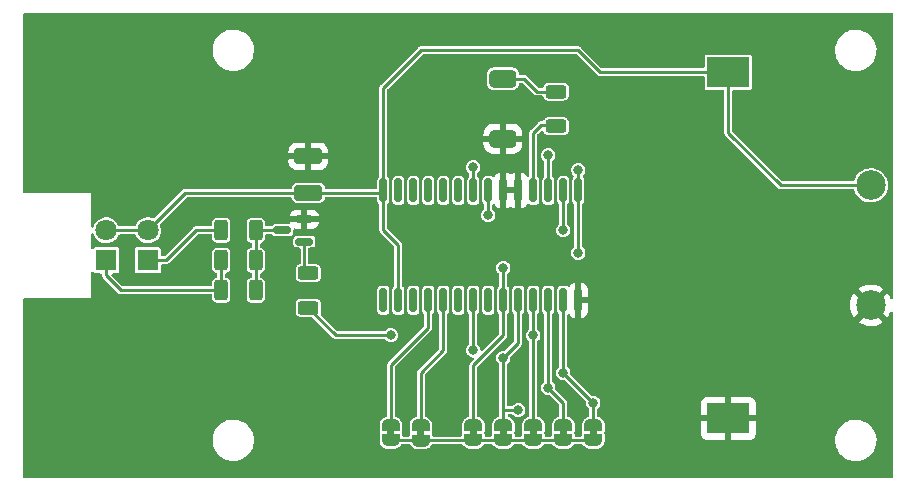
<source format=gbr>
%TF.GenerationSoftware,KiCad,Pcbnew,(6.0.6-0)*%
%TF.CreationDate,2022-12-31T16:02:41+01:00*%
%TF.ProjectId,rc5_remote,7263355f-7265-46d6-9f74-652e6b696361,rev?*%
%TF.SameCoordinates,Original*%
%TF.FileFunction,Copper,L1,Top*%
%TF.FilePolarity,Positive*%
%FSLAX46Y46*%
G04 Gerber Fmt 4.6, Leading zero omitted, Abs format (unit mm)*
G04 Created by KiCad (PCBNEW (6.0.6-0)) date 2022-12-31 16:02:41*
%MOMM*%
%LPD*%
G01*
G04 APERTURE LIST*
G04 Aperture macros list*
%AMRoundRect*
0 Rectangle with rounded corners*
0 $1 Rounding radius*
0 $2 $3 $4 $5 $6 $7 $8 $9 X,Y pos of 4 corners*
0 Add a 4 corners polygon primitive as box body*
4,1,4,$2,$3,$4,$5,$6,$7,$8,$9,$2,$3,0*
0 Add four circle primitives for the rounded corners*
1,1,$1+$1,$2,$3*
1,1,$1+$1,$4,$5*
1,1,$1+$1,$6,$7*
1,1,$1+$1,$8,$9*
0 Add four rect primitives between the rounded corners*
20,1,$1+$1,$2,$3,$4,$5,0*
20,1,$1+$1,$4,$5,$6,$7,0*
20,1,$1+$1,$6,$7,$8,$9,0*
20,1,$1+$1,$8,$9,$2,$3,0*%
%AMFreePoly0*
4,1,22,0.500000,-0.750000,0.000000,-0.750000,0.000000,-0.745033,-0.079941,-0.743568,-0.215256,-0.701293,-0.333266,-0.622738,-0.424486,-0.514219,-0.481581,-0.384460,-0.499164,-0.250000,-0.500000,-0.250000,-0.500000,0.250000,-0.499164,0.250000,-0.499963,0.256109,-0.478152,0.396186,-0.417904,0.524511,-0.324060,0.630769,-0.204165,0.706417,-0.067858,0.745374,0.000000,0.744959,0.000000,0.750000,
0.500000,0.750000,0.500000,-0.750000,0.500000,-0.750000,$1*%
%AMFreePoly1*
4,1,20,0.000000,0.744959,0.073905,0.744508,0.209726,0.703889,0.328688,0.626782,0.421226,0.519385,0.479903,0.390333,0.500000,0.250000,0.500000,-0.250000,0.499851,-0.262216,0.476331,-0.402017,0.414519,-0.529596,0.319384,-0.634700,0.198574,-0.708877,0.061801,-0.746166,0.000000,-0.745033,0.000000,-0.750000,-0.500000,-0.750000,-0.500000,0.750000,0.000000,0.750000,0.000000,0.744959,
0.000000,0.744959,$1*%
G04 Aperture macros list end*
%TA.AperFunction,ComponentPad*%
%ADD10C,2.500000*%
%TD*%
%TA.AperFunction,SMDPad,CuDef*%
%ADD11FreePoly0,90.000000*%
%TD*%
%TA.AperFunction,SMDPad,CuDef*%
%ADD12FreePoly1,90.000000*%
%TD*%
%TA.AperFunction,SMDPad,CuDef*%
%ADD13RoundRect,0.250000X0.625000X-0.312500X0.625000X0.312500X-0.625000X0.312500X-0.625000X-0.312500X0*%
%TD*%
%TA.AperFunction,SMDPad,CuDef*%
%ADD14RoundRect,0.250000X0.925000X-0.412500X0.925000X0.412500X-0.925000X0.412500X-0.925000X-0.412500X0*%
%TD*%
%TA.AperFunction,SMDPad,CuDef*%
%ADD15R,3.600000X2.600000*%
%TD*%
%TA.AperFunction,SMDPad,CuDef*%
%ADD16RoundRect,0.250000X-0.312500X-0.625000X0.312500X-0.625000X0.312500X0.625000X-0.312500X0.625000X0*%
%TD*%
%TA.AperFunction,SMDPad,CuDef*%
%ADD17RoundRect,0.150000X0.150000X-0.875000X0.150000X0.875000X-0.150000X0.875000X-0.150000X-0.875000X0*%
%TD*%
%TA.AperFunction,SMDPad,CuDef*%
%ADD18RoundRect,0.381000X0.762000X0.381000X-0.762000X0.381000X-0.762000X-0.381000X0.762000X-0.381000X0*%
%TD*%
%TA.AperFunction,SMDPad,CuDef*%
%ADD19RoundRect,0.150000X0.587500X0.150000X-0.587500X0.150000X-0.587500X-0.150000X0.587500X-0.150000X0*%
%TD*%
%TA.AperFunction,ComponentPad*%
%ADD20R,1.800000X1.800000*%
%TD*%
%TA.AperFunction,ComponentPad*%
%ADD21C,1.800000*%
%TD*%
%TA.AperFunction,ViaPad*%
%ADD22C,0.800000*%
%TD*%
%TA.AperFunction,Conductor*%
%ADD23C,0.250000*%
%TD*%
%TA.AperFunction,Conductor*%
%ADD24C,0.254000*%
%TD*%
G04 APERTURE END LIST*
%TO.C,JP4*%
G36*
X141905000Y-94865000D02*
G01*
X141305000Y-94865000D01*
X141305000Y-94365000D01*
X141905000Y-94365000D01*
X141905000Y-94865000D01*
G37*
%TO.C,JP7*%
G36*
X132380000Y-94865000D02*
G01*
X131780000Y-94865000D01*
X131780000Y-94365000D01*
X132380000Y-94365000D01*
X132380000Y-94865000D01*
G37*
%TO.C,JP2*%
G36*
X146985000Y-94865000D02*
G01*
X146385000Y-94865000D01*
X146385000Y-94365000D01*
X146985000Y-94365000D01*
X146985000Y-94865000D01*
G37*
%TO.C,JP1*%
G36*
X149525000Y-94865000D02*
G01*
X148925000Y-94865000D01*
X148925000Y-94365000D01*
X149525000Y-94365000D01*
X149525000Y-94865000D01*
G37*
%TO.C,JP5*%
G36*
X139365000Y-94865000D02*
G01*
X138765000Y-94865000D01*
X138765000Y-94365000D01*
X139365000Y-94365000D01*
X139365000Y-94865000D01*
G37*
%TO.C,JP3*%
G36*
X144445000Y-94865000D02*
G01*
X143845000Y-94865000D01*
X143845000Y-94365000D01*
X144445000Y-94365000D01*
X144445000Y-94865000D01*
G37*
%TO.C,JP6*%
G36*
X134920000Y-94880000D02*
G01*
X134320000Y-94880000D01*
X134320000Y-94380000D01*
X134920000Y-94380000D01*
X134920000Y-94880000D01*
G37*
%TD*%
D10*
%TO.P,TP-1,1,1*%
%TO.N,GND*%
X172720000Y-83820000D03*
%TD*%
%TO.P,TP+1,1,1*%
%TO.N,Net-(BT1-Pad1)*%
X172720000Y-73660000D03*
%TD*%
D11*
%TO.P,JP4,1,A*%
%TO.N,Net-(JP1-Pad1)*%
X141605000Y-95265000D03*
D12*
%TO.P,JP4,2,B*%
%TO.N,Net-(JP4-Pad2)*%
X141605000Y-93965000D03*
%TD*%
D11*
%TO.P,JP7,1,A*%
%TO.N,Net-(JP1-Pad1)*%
X132080000Y-95265000D03*
D12*
%TO.P,JP7,2,B*%
%TO.N,Net-(JP7-Pad2)*%
X132080000Y-93965000D03*
%TD*%
D11*
%TO.P,JP2,1,A*%
%TO.N,Net-(JP1-Pad1)*%
X146685000Y-95265000D03*
D12*
%TO.P,JP2,2,B*%
%TO.N,Net-(JP2-Pad2)*%
X146685000Y-93965000D03*
%TD*%
D11*
%TO.P,JP1,1,A*%
%TO.N,Net-(JP1-Pad1)*%
X149225000Y-95265000D03*
D12*
%TO.P,JP1,2,B*%
%TO.N,Net-(JP1-Pad2)*%
X149225000Y-93965000D03*
%TD*%
D13*
%TO.P,R5,1*%
%TO.N,Net-(R5-Pad1)*%
X146050000Y-68645500D03*
%TO.P,R5,2*%
%TO.N,Net-(Q1-Pad2)*%
X146050000Y-65720500D03*
%TD*%
D14*
%TO.P,C1,1*%
%TO.N,Net-(BT1-Pad1)*%
X125095000Y-74295000D03*
%TO.P,C1,2*%
%TO.N,GND*%
X125095000Y-71220000D03*
%TD*%
D15*
%TO.P,BT1,1,+*%
%TO.N,Net-(BT1-Pad1)*%
X160655000Y-64090000D03*
%TO.P,BT1,2,-*%
%TO.N,GND*%
X160655000Y-93390000D03*
%TD*%
D16*
%TO.P,R2,1*%
%TO.N,Net-(DSTATUS1-Pad1)*%
X117729000Y-77470000D03*
%TO.P,R2,2*%
%TO.N,Net-(R2-Pad2)*%
X120654000Y-77470000D03*
%TD*%
D13*
%TO.P,R1,1*%
%TO.N,Net-(R1-Pad1)*%
X125095000Y-84012500D03*
%TO.P,R1,2*%
%TO.N,Net-(R1-Pad2)*%
X125095000Y-81087500D03*
%TD*%
D17*
%TO.P,U1,1,X7*%
%TO.N,unconnected-(U1-Pad1)*%
X131445000Y-83390000D03*
%TO.P,U1,2,SSM*%
%TO.N,Net-(BT1-Pad1)*%
X132715000Y-83390000D03*
%TO.P,U1,3,Z0*%
%TO.N,unconnected-(U1-Pad3)*%
X133985000Y-83390000D03*
%TO.P,U1,4,Z1*%
%TO.N,Net-(JP7-Pad2)*%
X135255000Y-83390000D03*
%TO.P,U1,5,Z2*%
%TO.N,Net-(JP6-Pad2)*%
X136525000Y-83390000D03*
%TO.P,U1,6,Z3*%
%TO.N,unconnected-(U1-Pad6)*%
X137795000Y-83390000D03*
%TO.P,U1,7,MDATA*%
%TO.N,Net-(R1-Pad1)*%
X139065000Y-83390000D03*
%TO.P,U1,8,DATA*%
%TO.N,unconnected-(U1-Pad8)*%
X140335000Y-83390000D03*
%TO.P,U1,9,DR7*%
%TO.N,Net-(JP5-Pad2)*%
X141605000Y-83390000D03*
%TO.P,U1,10,DR6*%
%TO.N,Net-(JP4-Pad2)*%
X142875000Y-83390000D03*
%TO.P,U1,11,DR5*%
%TO.N,Net-(JP3-Pad2)*%
X144145000Y-83390000D03*
%TO.P,U1,12,DR4*%
%TO.N,Net-(JP2-Pad2)*%
X145415000Y-83390000D03*
%TO.P,U1,13,DR3*%
%TO.N,Net-(JP1-Pad2)*%
X146685000Y-83390000D03*
%TO.P,U1,14,VSS*%
%TO.N,GND*%
X147955000Y-83390000D03*
%TO.P,U1,15,DR2*%
%TO.N,Net-(SW10-Pad1)*%
X147955000Y-74090000D03*
%TO.P,U1,16,DR1*%
%TO.N,Net-(SW2-Pad2)*%
X146685000Y-74090000D03*
%TO.P,U1,17,DR0*%
%TO.N,Net-(SW1-Pad2)*%
X145415000Y-74090000D03*
%TO.P,U1,18,OSC*%
%TO.N,Net-(R5-Pad1)*%
X144145000Y-74090000D03*
%TO.P,U1,19,TP2*%
%TO.N,GND*%
X142875000Y-74090000D03*
%TO.P,U1,20,TP1*%
X141605000Y-74090000D03*
%TO.P,U1,21,X0*%
%TO.N,Net-(SW1-Pad1)*%
X140335000Y-74090000D03*
%TO.P,U1,22,X1*%
%TO.N,Net-(SW10-Pad2)*%
X139065000Y-74090000D03*
%TO.P,U1,23,X2*%
%TO.N,unconnected-(U1-Pad23)*%
X137795000Y-74090000D03*
%TO.P,U1,24,X3*%
%TO.N,unconnected-(U1-Pad24)*%
X136525000Y-74090000D03*
%TO.P,U1,25,X4*%
%TO.N,unconnected-(U1-Pad25)*%
X135255000Y-74090000D03*
%TO.P,U1,26,X5*%
%TO.N,unconnected-(U1-Pad26)*%
X133985000Y-74090000D03*
%TO.P,U1,27,X6*%
%TO.N,unconnected-(U1-Pad27)*%
X132715000Y-74090000D03*
%TO.P,U1,28,VDD*%
%TO.N,Net-(BT1-Pad1)*%
X131445000Y-74090000D03*
%TD*%
D16*
%TO.P,R3,1*%
%TO.N,Net-(DIR1-Pad1)*%
X117729000Y-80010000D03*
%TO.P,R3,2*%
%TO.N,Net-(R2-Pad2)*%
X120654000Y-80010000D03*
%TD*%
D11*
%TO.P,JP5,1,A*%
%TO.N,Net-(JP1-Pad1)*%
X139065000Y-95265000D03*
D12*
%TO.P,JP5,2,B*%
%TO.N,Net-(JP5-Pad2)*%
X139065000Y-93965000D03*
%TD*%
D16*
%TO.P,R4,1*%
%TO.N,Net-(DIR1-Pad1)*%
X117725000Y-82550000D03*
%TO.P,R4,2*%
%TO.N,Net-(R2-Pad2)*%
X120650000Y-82550000D03*
%TD*%
D11*
%TO.P,JP3,1,A*%
%TO.N,Net-(JP1-Pad1)*%
X144145000Y-95265000D03*
D12*
%TO.P,JP3,2,B*%
%TO.N,Net-(JP3-Pad2)*%
X144145000Y-93965000D03*
%TD*%
D11*
%TO.P,JP6,1,A*%
%TO.N,Net-(JP1-Pad1)*%
X134620000Y-95280000D03*
D12*
%TO.P,JP6,2,B*%
%TO.N,Net-(JP6-Pad2)*%
X134620000Y-93980000D03*
%TD*%
D18*
%TO.P,Q1,1,1*%
%TO.N,GND*%
X141571500Y-69723000D03*
%TO.P,Q1,2,2*%
%TO.N,Net-(Q1-Pad2)*%
X141571500Y-64643000D03*
%TD*%
D19*
%TO.P,U2,1,B*%
%TO.N,Net-(R1-Pad2)*%
X124762500Y-78420000D03*
%TO.P,U2,2,E*%
%TO.N,GND*%
X124762500Y-76520000D03*
%TO.P,U2,3,C*%
%TO.N,Net-(R2-Pad2)*%
X122887500Y-77470000D03*
%TD*%
D20*
%TO.P,DIR1,1,K*%
%TO.N,Net-(DIR1-Pad1)*%
X107980000Y-80015000D03*
D21*
%TO.P,DIR1,2,A*%
%TO.N,Net-(BT1-Pad1)*%
X107980000Y-77475000D03*
%TD*%
D20*
%TO.P,DSTATUS1,1,K*%
%TO.N,Net-(DSTATUS1-Pad1)*%
X111506000Y-80015000D03*
D21*
%TO.P,DSTATUS1,2,A*%
%TO.N,Net-(BT1-Pad1)*%
X111506000Y-77475000D03*
%TD*%
D22*
%TO.N,Net-(JP1-Pad2)*%
X149225000Y-92075000D03*
X146685000Y-89535000D03*
%TO.N,Net-(JP2-Pad2)*%
X145415000Y-90805000D03*
%TO.N,Net-(JP3-Pad2)*%
X144145000Y-86360000D03*
%TO.N,Net-(JP4-Pad2)*%
X142875000Y-92710000D03*
X141605000Y-88265000D03*
%TO.N,Net-(JP5-Pad2)*%
X141605000Y-80645000D03*
%TO.N,Net-(R1-Pad1)*%
X132080000Y-86360000D03*
X139065000Y-87630000D03*
%TO.N,Net-(SW1-Pad2)*%
X145415000Y-71120000D03*
%TO.N,Net-(SW1-Pad1)*%
X140335000Y-76200000D03*
%TO.N,Net-(SW2-Pad2)*%
X146685000Y-77470000D03*
%TO.N,Net-(SW10-Pad1)*%
X147955000Y-79375000D03*
X147955000Y-72390000D03*
%TO.N,Net-(SW10-Pad2)*%
X139065000Y-72136000D03*
%TD*%
D23*
%TO.N,Net-(BT1-Pad1)*%
X160655000Y-64090000D02*
X160655000Y-69215000D01*
X160655000Y-69215000D02*
X165100000Y-73660000D01*
X165100000Y-73660000D02*
X172720000Y-73660000D01*
D24*
%TO.N,Net-(DIR1-Pad1)*%
X117725000Y-82550000D02*
X117725000Y-80014000D01*
X109220000Y-82550000D02*
X117725000Y-82550000D01*
X107950000Y-81280000D02*
X109220000Y-82550000D01*
X117725000Y-80014000D02*
X117729000Y-80010000D01*
X107950000Y-79375000D02*
X107950000Y-81280000D01*
%TO.N,Net-(DSTATUS1-Pad1)*%
X115570000Y-77470000D02*
X117729000Y-77470000D01*
D23*
X117729000Y-77470000D02*
X117724000Y-77465000D01*
D24*
X111506000Y-80015000D02*
X113025000Y-80015000D01*
X113025000Y-80015000D02*
X115570000Y-77470000D01*
%TO.N,Net-(JP1-Pad1)*%
X149225000Y-95265000D02*
X132080000Y-95265000D01*
%TO.N,Net-(BT1-Pad1)*%
X107980000Y-77475000D02*
X111506000Y-77475000D01*
X131445000Y-77470000D02*
X131445000Y-74090000D01*
X125095000Y-74295000D02*
X131240000Y-74295000D01*
X131240000Y-74295000D02*
X131445000Y-74090000D01*
X134620000Y-62230000D02*
X147955000Y-62230000D01*
X125095000Y-74295000D02*
X114686000Y-74295000D01*
X149785000Y-64060000D02*
X159967500Y-64060000D01*
X131445000Y-74090000D02*
X131445000Y-65405000D01*
X132715000Y-78740000D02*
X131445000Y-77470000D01*
X131445000Y-65405000D02*
X134620000Y-62230000D01*
X132715000Y-83390000D02*
X132715000Y-78740000D01*
X147955000Y-62230000D02*
X149785000Y-64060000D01*
X114686000Y-74295000D02*
X111506000Y-77475000D01*
%TO.N,Net-(JP1-Pad2)*%
X146685000Y-85598000D02*
X146685000Y-83390000D01*
X149225000Y-93965000D02*
X149225000Y-92075000D01*
X146685000Y-89535000D02*
X146685000Y-85598000D01*
X149225000Y-92075000D02*
X146685000Y-89535000D01*
%TO.N,Net-(JP2-Pad2)*%
X146685000Y-92075000D02*
X146685000Y-93965000D01*
X146685000Y-92075000D02*
X145415000Y-90805000D01*
X145415000Y-90805000D02*
X145415000Y-83390000D01*
%TO.N,Net-(JP3-Pad2)*%
X144145000Y-86360000D02*
X144145000Y-93965000D01*
X144145000Y-86360000D02*
X144145000Y-83390000D01*
%TO.N,Net-(JP4-Pad2)*%
X142875000Y-83390000D02*
X142875000Y-86995000D01*
X142875000Y-92710000D02*
X141605000Y-92710000D01*
X142875000Y-86995000D02*
X141605000Y-88265000D01*
X141605000Y-93965000D02*
X141605000Y-88265000D01*
%TO.N,Net-(JP6-Pad2)*%
X134620000Y-93980000D02*
X134620000Y-89535000D01*
X134620000Y-89535000D02*
X136525000Y-87630000D01*
X136525000Y-87630000D02*
X136525000Y-83390000D01*
%TO.N,Net-(JP7-Pad2)*%
X135255000Y-83390000D02*
X135255000Y-85725000D01*
X135255000Y-85725000D02*
X132080000Y-88900000D01*
X132080000Y-88900000D02*
X132080000Y-93965000D01*
%TO.N,Net-(JP5-Pad2)*%
X141605000Y-80645000D02*
X141605000Y-83390000D01*
X139065000Y-88900000D02*
X141605000Y-86360000D01*
X139065000Y-93965000D02*
X139065000Y-88900000D01*
X141605000Y-86360000D02*
X141605000Y-83390000D01*
%TO.N,Net-(R1-Pad1)*%
X127442500Y-86360000D02*
X132080000Y-86360000D01*
X125095000Y-84012500D02*
X127442500Y-86360000D01*
X139065000Y-87630000D02*
X139065000Y-83390000D01*
D23*
%TO.N,Net-(R1-Pad2)*%
X124762500Y-78420000D02*
X124762500Y-80755000D01*
X124762500Y-80755000D02*
X125095000Y-81087500D01*
%TO.N,Net-(R2-Pad2)*%
X120654000Y-77470000D02*
X122887500Y-77470000D01*
X120654000Y-77470000D02*
X120654000Y-82546000D01*
X120654000Y-82546000D02*
X120650000Y-82550000D01*
%TO.N,Net-(R5-Pad1)*%
X144145000Y-74090000D02*
X144145000Y-69215000D01*
X144145000Y-69215000D02*
X144780000Y-68580000D01*
X144780000Y-68580000D02*
X145984500Y-68580000D01*
X145984500Y-68580000D02*
X146050000Y-68645500D01*
%TO.N,Net-(Q1-Pad2)*%
X143383000Y-64643000D02*
X141571500Y-64643000D01*
X144460500Y-65720500D02*
X143383000Y-64643000D01*
X146050000Y-65720500D02*
X144460500Y-65720500D01*
D24*
%TO.N,Net-(SW1-Pad2)*%
X145415000Y-71120000D02*
X145415000Y-74090000D01*
%TO.N,Net-(SW1-Pad1)*%
X140335000Y-76200000D02*
X140335000Y-74090000D01*
%TO.N,Net-(SW2-Pad2)*%
X146685000Y-77470000D02*
X146685000Y-74090000D01*
%TO.N,Net-(SW10-Pad1)*%
X147955000Y-74090000D02*
X147955000Y-72390000D01*
X147955000Y-79375000D02*
X147955000Y-74090000D01*
%TO.N,Net-(SW10-Pad2)*%
X139065000Y-72136000D02*
X139065000Y-74090000D01*
%TD*%
%TA.AperFunction,Conductor*%
%TO.N,GND*%
G36*
X174567121Y-59075002D02*
G01*
X174613614Y-59128658D01*
X174625000Y-59181000D01*
X174625000Y-83196335D01*
X174604998Y-83264456D01*
X174551342Y-83310949D01*
X174481068Y-83321053D01*
X174416488Y-83291559D01*
X174381567Y-83242002D01*
X174312888Y-83065392D01*
X174308877Y-83056983D01*
X174183854Y-82838240D01*
X174178643Y-82830514D01*
X174141391Y-82783261D01*
X174129466Y-82774790D01*
X174117934Y-82781276D01*
X173092022Y-83807188D01*
X173084408Y-83821132D01*
X173084539Y-83822965D01*
X173088790Y-83829580D01*
X174119913Y-84860703D01*
X174132293Y-84867463D01*
X174140634Y-84861219D01*
X174266765Y-84665127D01*
X174271212Y-84656936D01*
X174374691Y-84427222D01*
X174379479Y-84414067D01*
X174380572Y-84414465D01*
X174415470Y-84358858D01*
X174479731Y-84328674D01*
X174550109Y-84338023D01*
X174604261Y-84383938D01*
X174625000Y-84453192D01*
X174625000Y-98299000D01*
X174604998Y-98367121D01*
X174551342Y-98413614D01*
X174499000Y-98425000D01*
X101091000Y-98425000D01*
X101022879Y-98404998D01*
X100976386Y-98351342D01*
X100965000Y-98299000D01*
X100965000Y-95357165D01*
X116992866Y-95357165D01*
X117027952Y-95614970D01*
X117100758Y-95864757D01*
X117102718Y-95869010D01*
X117102719Y-95869011D01*
X117115146Y-95895966D01*
X117209686Y-96101039D01*
X117212246Y-96104944D01*
X117212249Y-96104949D01*
X117349775Y-96314712D01*
X117349779Y-96314717D01*
X117352341Y-96318625D01*
X117525591Y-96512735D01*
X117725629Y-96679105D01*
X117948061Y-96814080D01*
X117952375Y-96815889D01*
X117952377Y-96815890D01*
X118183686Y-96912886D01*
X118183691Y-96912888D01*
X118188001Y-96914695D01*
X118192533Y-96915846D01*
X118192536Y-96915847D01*
X118317815Y-96947663D01*
X118440177Y-96978739D01*
X118656286Y-97000500D01*
X118811044Y-97000500D01*
X118813369Y-97000327D01*
X118813375Y-97000327D01*
X118999814Y-96986472D01*
X118999818Y-96986471D01*
X119004466Y-96986126D01*
X119258232Y-96928705D01*
X119262586Y-96927012D01*
X119496370Y-96836098D01*
X119496372Y-96836097D01*
X119500723Y-96834405D01*
X119536285Y-96814080D01*
X119584038Y-96786786D01*
X119726612Y-96705299D01*
X119930936Y-96544223D01*
X120109208Y-96354714D01*
X120257511Y-96140937D01*
X120275258Y-96104949D01*
X120370521Y-95911775D01*
X120370522Y-95911772D01*
X120372586Y-95907587D01*
X120378487Y-95889154D01*
X120450483Y-95664237D01*
X120451906Y-95659792D01*
X120474743Y-95519569D01*
X120492977Y-95407606D01*
X120492977Y-95407605D01*
X120493728Y-95402994D01*
X120494654Y-95332307D01*
X131125108Y-95332307D01*
X131125717Y-95336750D01*
X131125717Y-95336756D01*
X131128513Y-95357165D01*
X131132974Y-95389732D01*
X131134205Y-95394039D01*
X131134206Y-95394044D01*
X131152637Y-95458531D01*
X131172331Y-95527441D01*
X131195999Y-95580351D01*
X131198385Y-95584133D01*
X131198389Y-95584140D01*
X131240742Y-95651265D01*
X131272425Y-95701479D01*
X131309992Y-95745620D01*
X131313356Y-95748591D01*
X131330341Y-95763591D01*
X131417343Y-95840428D01*
X131465785Y-95872248D01*
X131469841Y-95874152D01*
X131469844Y-95874154D01*
X131501793Y-95889154D01*
X131595430Y-95933117D01*
X131599713Y-95934426D01*
X131599717Y-95934428D01*
X131638265Y-95946213D01*
X131650861Y-95950064D01*
X131655284Y-95950753D01*
X131655290Y-95950754D01*
X131787958Y-95971410D01*
X131787963Y-95971410D01*
X131792379Y-95972098D01*
X131796845Y-95972153D01*
X131796850Y-95972153D01*
X131823958Y-95972484D01*
X131850335Y-95972806D01*
X131854777Y-95972225D01*
X131854780Y-95972225D01*
X131868031Y-95970492D01*
X131884368Y-95969428D01*
X132265480Y-95969428D01*
X132284863Y-95970928D01*
X132286367Y-95971162D01*
X132292379Y-95972098D01*
X132296845Y-95972153D01*
X132296850Y-95972153D01*
X132323958Y-95972484D01*
X132350335Y-95972806D01*
X132354777Y-95972225D01*
X132354780Y-95972225D01*
X132419568Y-95963753D01*
X132492349Y-95954236D01*
X132496665Y-95953031D01*
X132496670Y-95953030D01*
X132521085Y-95946213D01*
X132548177Y-95938649D01*
X132560750Y-95933117D01*
X132675168Y-95882771D01*
X132675169Y-95882771D01*
X132679270Y-95880966D01*
X132720299Y-95855428D01*
X132724661Y-95852713D01*
X132724665Y-95852710D01*
X132728476Y-95850338D01*
X132731908Y-95847453D01*
X132731915Y-95847448D01*
X132834679Y-95761066D01*
X132834680Y-95761065D01*
X132838111Y-95758181D01*
X132866675Y-95726234D01*
X132873753Y-95718318D01*
X132873757Y-95718313D01*
X132876745Y-95714971D01*
X132883457Y-95704889D01*
X132920871Y-95648682D01*
X132975268Y-95603059D01*
X133025758Y-95592500D01*
X133664716Y-95592500D01*
X133732837Y-95612502D01*
X133771278Y-95651265D01*
X133812425Y-95716479D01*
X133815329Y-95719891D01*
X133839755Y-95748591D01*
X133849992Y-95760620D01*
X133853356Y-95763591D01*
X133943149Y-95842892D01*
X133957343Y-95855428D01*
X134005785Y-95887248D01*
X134009841Y-95889152D01*
X134009844Y-95889154D01*
X134049105Y-95907587D01*
X134135430Y-95948117D01*
X134139713Y-95949426D01*
X134139717Y-95949428D01*
X134183446Y-95962797D01*
X134190861Y-95965064D01*
X134195284Y-95965753D01*
X134195290Y-95965754D01*
X134327958Y-95986410D01*
X134327963Y-95986410D01*
X134332379Y-95987098D01*
X134336845Y-95987153D01*
X134336850Y-95987153D01*
X134363958Y-95987484D01*
X134390335Y-95987806D01*
X134394777Y-95987225D01*
X134394780Y-95987225D01*
X134408031Y-95985492D01*
X134424368Y-95984428D01*
X134805480Y-95984428D01*
X134824863Y-95985928D01*
X134826367Y-95986162D01*
X134832379Y-95987098D01*
X134836845Y-95987153D01*
X134836850Y-95987153D01*
X134863958Y-95987484D01*
X134890335Y-95987806D01*
X134894777Y-95987225D01*
X134894780Y-95987225D01*
X134955417Y-95979296D01*
X135032349Y-95969236D01*
X135036665Y-95968031D01*
X135036670Y-95968030D01*
X135060263Y-95961442D01*
X135088177Y-95953649D01*
X135094757Y-95950754D01*
X135215168Y-95897771D01*
X135215169Y-95897771D01*
X135219270Y-95895966D01*
X135250582Y-95876476D01*
X135264661Y-95867713D01*
X135264665Y-95867710D01*
X135268476Y-95865338D01*
X135271908Y-95862453D01*
X135271915Y-95862448D01*
X135374679Y-95776066D01*
X135374680Y-95776065D01*
X135378111Y-95773181D01*
X135389342Y-95760620D01*
X135413753Y-95733318D01*
X135413757Y-95733313D01*
X135416745Y-95729971D01*
X135429218Y-95711234D01*
X135469136Y-95651265D01*
X135470857Y-95648680D01*
X135525253Y-95603058D01*
X135575743Y-95592500D01*
X138119180Y-95592500D01*
X138187301Y-95612502D01*
X138225742Y-95651265D01*
X138255033Y-95697689D01*
X138255038Y-95697695D01*
X138257425Y-95701479D01*
X138260326Y-95704888D01*
X138260327Y-95704889D01*
X138270191Y-95716479D01*
X138294992Y-95745620D01*
X138298356Y-95748591D01*
X138315341Y-95763591D01*
X138402343Y-95840428D01*
X138450785Y-95872248D01*
X138454841Y-95874152D01*
X138454844Y-95874154D01*
X138486793Y-95889154D01*
X138580430Y-95933117D01*
X138584713Y-95934426D01*
X138584717Y-95934428D01*
X138623265Y-95946213D01*
X138635861Y-95950064D01*
X138640284Y-95950753D01*
X138640290Y-95950754D01*
X138772958Y-95971410D01*
X138772963Y-95971410D01*
X138777379Y-95972098D01*
X138781845Y-95972153D01*
X138781850Y-95972153D01*
X138808958Y-95972484D01*
X138835335Y-95972806D01*
X138839777Y-95972225D01*
X138839780Y-95972225D01*
X138853031Y-95970492D01*
X138869368Y-95969428D01*
X139250480Y-95969428D01*
X139269863Y-95970928D01*
X139271367Y-95971162D01*
X139277379Y-95972098D01*
X139281845Y-95972153D01*
X139281850Y-95972153D01*
X139308958Y-95972484D01*
X139335335Y-95972806D01*
X139339777Y-95972225D01*
X139339780Y-95972225D01*
X139404568Y-95963753D01*
X139477349Y-95954236D01*
X139481665Y-95953031D01*
X139481670Y-95953030D01*
X139506085Y-95946213D01*
X139533177Y-95938649D01*
X139545750Y-95933117D01*
X139660168Y-95882771D01*
X139660169Y-95882771D01*
X139664270Y-95880966D01*
X139705299Y-95855428D01*
X139709661Y-95852713D01*
X139709665Y-95852710D01*
X139713476Y-95850338D01*
X139716908Y-95847453D01*
X139716915Y-95847448D01*
X139819679Y-95761066D01*
X139819680Y-95761065D01*
X139823111Y-95758181D01*
X139851675Y-95726234D01*
X139858753Y-95718318D01*
X139858757Y-95718313D01*
X139861745Y-95714971D01*
X139868457Y-95704889D01*
X139905871Y-95648682D01*
X139960268Y-95603059D01*
X140010758Y-95592500D01*
X140659180Y-95592500D01*
X140727301Y-95612502D01*
X140765742Y-95651265D01*
X140795033Y-95697689D01*
X140795038Y-95697695D01*
X140797425Y-95701479D01*
X140800326Y-95704888D01*
X140800327Y-95704889D01*
X140810191Y-95716479D01*
X140834992Y-95745620D01*
X140838356Y-95748591D01*
X140855341Y-95763591D01*
X140942343Y-95840428D01*
X140990785Y-95872248D01*
X140994841Y-95874152D01*
X140994844Y-95874154D01*
X141026793Y-95889154D01*
X141120430Y-95933117D01*
X141124713Y-95934426D01*
X141124717Y-95934428D01*
X141163265Y-95946213D01*
X141175861Y-95950064D01*
X141180284Y-95950753D01*
X141180290Y-95950754D01*
X141312958Y-95971410D01*
X141312963Y-95971410D01*
X141317379Y-95972098D01*
X141321845Y-95972153D01*
X141321850Y-95972153D01*
X141348958Y-95972484D01*
X141375335Y-95972806D01*
X141379777Y-95972225D01*
X141379780Y-95972225D01*
X141393031Y-95970492D01*
X141409368Y-95969428D01*
X141790480Y-95969428D01*
X141809863Y-95970928D01*
X141811367Y-95971162D01*
X141817379Y-95972098D01*
X141821845Y-95972153D01*
X141821850Y-95972153D01*
X141848958Y-95972484D01*
X141875335Y-95972806D01*
X141879777Y-95972225D01*
X141879780Y-95972225D01*
X141944568Y-95963753D01*
X142017349Y-95954236D01*
X142021665Y-95953031D01*
X142021670Y-95953030D01*
X142046085Y-95946213D01*
X142073177Y-95938649D01*
X142085750Y-95933117D01*
X142200168Y-95882771D01*
X142200169Y-95882771D01*
X142204270Y-95880966D01*
X142245299Y-95855428D01*
X142249661Y-95852713D01*
X142249665Y-95852710D01*
X142253476Y-95850338D01*
X142256908Y-95847453D01*
X142256915Y-95847448D01*
X142359679Y-95761066D01*
X142359680Y-95761065D01*
X142363111Y-95758181D01*
X142391675Y-95726234D01*
X142398753Y-95718318D01*
X142398757Y-95718313D01*
X142401745Y-95714971D01*
X142408457Y-95704889D01*
X142445871Y-95648682D01*
X142500268Y-95603059D01*
X142550758Y-95592500D01*
X143199180Y-95592500D01*
X143267301Y-95612502D01*
X143305742Y-95651265D01*
X143335033Y-95697689D01*
X143335038Y-95697695D01*
X143337425Y-95701479D01*
X143340326Y-95704888D01*
X143340327Y-95704889D01*
X143350191Y-95716479D01*
X143374992Y-95745620D01*
X143378356Y-95748591D01*
X143395341Y-95763591D01*
X143482343Y-95840428D01*
X143530785Y-95872248D01*
X143534841Y-95874152D01*
X143534844Y-95874154D01*
X143566793Y-95889154D01*
X143660430Y-95933117D01*
X143664713Y-95934426D01*
X143664717Y-95934428D01*
X143703265Y-95946213D01*
X143715861Y-95950064D01*
X143720284Y-95950753D01*
X143720290Y-95950754D01*
X143852958Y-95971410D01*
X143852963Y-95971410D01*
X143857379Y-95972098D01*
X143861845Y-95972153D01*
X143861850Y-95972153D01*
X143888958Y-95972484D01*
X143915335Y-95972806D01*
X143919777Y-95972225D01*
X143919780Y-95972225D01*
X143933031Y-95970492D01*
X143949368Y-95969428D01*
X144330480Y-95969428D01*
X144349863Y-95970928D01*
X144351367Y-95971162D01*
X144357379Y-95972098D01*
X144361845Y-95972153D01*
X144361850Y-95972153D01*
X144388958Y-95972484D01*
X144415335Y-95972806D01*
X144419777Y-95972225D01*
X144419780Y-95972225D01*
X144484568Y-95963753D01*
X144557349Y-95954236D01*
X144561665Y-95953031D01*
X144561670Y-95953030D01*
X144586085Y-95946213D01*
X144613177Y-95938649D01*
X144625750Y-95933117D01*
X144740168Y-95882771D01*
X144740169Y-95882771D01*
X144744270Y-95880966D01*
X144785299Y-95855428D01*
X144789661Y-95852713D01*
X144789665Y-95852710D01*
X144793476Y-95850338D01*
X144796908Y-95847453D01*
X144796915Y-95847448D01*
X144899679Y-95761066D01*
X144899680Y-95761065D01*
X144903111Y-95758181D01*
X144931675Y-95726234D01*
X144938753Y-95718318D01*
X144938757Y-95718313D01*
X144941745Y-95714971D01*
X144948457Y-95704889D01*
X144985871Y-95648682D01*
X145040268Y-95603059D01*
X145090758Y-95592500D01*
X145739180Y-95592500D01*
X145807301Y-95612502D01*
X145845742Y-95651265D01*
X145875033Y-95697689D01*
X145875038Y-95697695D01*
X145877425Y-95701479D01*
X145880326Y-95704888D01*
X145880327Y-95704889D01*
X145890191Y-95716479D01*
X145914992Y-95745620D01*
X145918356Y-95748591D01*
X145935341Y-95763591D01*
X146022343Y-95840428D01*
X146070785Y-95872248D01*
X146074841Y-95874152D01*
X146074844Y-95874154D01*
X146106793Y-95889154D01*
X146200430Y-95933117D01*
X146204713Y-95934426D01*
X146204717Y-95934428D01*
X146243265Y-95946213D01*
X146255861Y-95950064D01*
X146260284Y-95950753D01*
X146260290Y-95950754D01*
X146392958Y-95971410D01*
X146392963Y-95971410D01*
X146397379Y-95972098D01*
X146401845Y-95972153D01*
X146401850Y-95972153D01*
X146428958Y-95972484D01*
X146455335Y-95972806D01*
X146459777Y-95972225D01*
X146459780Y-95972225D01*
X146473031Y-95970492D01*
X146489368Y-95969428D01*
X146870480Y-95969428D01*
X146889863Y-95970928D01*
X146891367Y-95971162D01*
X146897379Y-95972098D01*
X146901845Y-95972153D01*
X146901850Y-95972153D01*
X146928958Y-95972484D01*
X146955335Y-95972806D01*
X146959777Y-95972225D01*
X146959780Y-95972225D01*
X147024568Y-95963753D01*
X147097349Y-95954236D01*
X147101665Y-95953031D01*
X147101670Y-95953030D01*
X147126085Y-95946213D01*
X147153177Y-95938649D01*
X147165750Y-95933117D01*
X147280168Y-95882771D01*
X147280169Y-95882771D01*
X147284270Y-95880966D01*
X147325299Y-95855428D01*
X147329661Y-95852713D01*
X147329665Y-95852710D01*
X147333476Y-95850338D01*
X147336908Y-95847453D01*
X147336915Y-95847448D01*
X147439679Y-95761066D01*
X147439680Y-95761065D01*
X147443111Y-95758181D01*
X147471675Y-95726234D01*
X147478753Y-95718318D01*
X147478757Y-95718313D01*
X147481745Y-95714971D01*
X147488457Y-95704889D01*
X147525871Y-95648682D01*
X147580268Y-95603059D01*
X147630758Y-95592500D01*
X148279180Y-95592500D01*
X148347301Y-95612502D01*
X148385742Y-95651265D01*
X148415033Y-95697689D01*
X148415038Y-95697695D01*
X148417425Y-95701479D01*
X148420326Y-95704888D01*
X148420327Y-95704889D01*
X148430191Y-95716479D01*
X148454992Y-95745620D01*
X148458356Y-95748591D01*
X148475341Y-95763591D01*
X148562343Y-95840428D01*
X148610785Y-95872248D01*
X148614841Y-95874152D01*
X148614844Y-95874154D01*
X148646793Y-95889154D01*
X148740430Y-95933117D01*
X148744713Y-95934426D01*
X148744717Y-95934428D01*
X148783265Y-95946213D01*
X148795861Y-95950064D01*
X148800284Y-95950753D01*
X148800290Y-95950754D01*
X148932958Y-95971410D01*
X148932963Y-95971410D01*
X148937379Y-95972098D01*
X148941845Y-95972153D01*
X148941850Y-95972153D01*
X148968958Y-95972484D01*
X148995335Y-95972806D01*
X148999777Y-95972225D01*
X148999780Y-95972225D01*
X149013031Y-95970492D01*
X149029368Y-95969428D01*
X149410480Y-95969428D01*
X149429863Y-95970928D01*
X149431367Y-95971162D01*
X149437379Y-95972098D01*
X149441845Y-95972153D01*
X149441850Y-95972153D01*
X149468958Y-95972484D01*
X149495335Y-95972806D01*
X149499777Y-95972225D01*
X149499780Y-95972225D01*
X149564568Y-95963753D01*
X149637349Y-95954236D01*
X149641665Y-95953031D01*
X149641670Y-95953030D01*
X149666085Y-95946213D01*
X149693177Y-95938649D01*
X149705750Y-95933117D01*
X149820168Y-95882771D01*
X149820169Y-95882771D01*
X149824270Y-95880966D01*
X149865299Y-95855428D01*
X149869661Y-95852713D01*
X149869665Y-95852710D01*
X149873476Y-95850338D01*
X149876908Y-95847453D01*
X149876915Y-95847448D01*
X149979679Y-95761066D01*
X149979680Y-95761065D01*
X149983111Y-95758181D01*
X150011675Y-95726234D01*
X150018753Y-95718318D01*
X150018757Y-95718313D01*
X150021745Y-95714971D01*
X150028455Y-95704891D01*
X150098623Y-95599480D01*
X150098626Y-95599474D01*
X150101108Y-95595746D01*
X150126061Y-95543431D01*
X150168771Y-95406725D01*
X150176798Y-95357165D01*
X169697866Y-95357165D01*
X169732952Y-95614970D01*
X169805758Y-95864757D01*
X169807718Y-95869010D01*
X169807719Y-95869011D01*
X169820146Y-95895966D01*
X169914686Y-96101039D01*
X169917246Y-96104944D01*
X169917249Y-96104949D01*
X170054775Y-96314712D01*
X170054779Y-96314717D01*
X170057341Y-96318625D01*
X170230591Y-96512735D01*
X170430629Y-96679105D01*
X170653061Y-96814080D01*
X170657375Y-96815889D01*
X170657377Y-96815890D01*
X170888686Y-96912886D01*
X170888691Y-96912888D01*
X170893001Y-96914695D01*
X170897533Y-96915846D01*
X170897536Y-96915847D01*
X171022815Y-96947663D01*
X171145177Y-96978739D01*
X171361286Y-97000500D01*
X171516044Y-97000500D01*
X171518369Y-97000327D01*
X171518375Y-97000327D01*
X171704814Y-96986472D01*
X171704818Y-96986471D01*
X171709466Y-96986126D01*
X171963232Y-96928705D01*
X171967586Y-96927012D01*
X172201370Y-96836098D01*
X172201372Y-96836097D01*
X172205723Y-96834405D01*
X172241285Y-96814080D01*
X172289038Y-96786786D01*
X172431612Y-96705299D01*
X172635936Y-96544223D01*
X172814208Y-96354714D01*
X172962511Y-96140937D01*
X172980258Y-96104949D01*
X173075521Y-95911775D01*
X173075522Y-95911772D01*
X173077586Y-95907587D01*
X173083487Y-95889154D01*
X173155483Y-95664237D01*
X173156906Y-95659792D01*
X173179743Y-95519569D01*
X173197977Y-95407606D01*
X173197977Y-95407605D01*
X173198728Y-95402994D01*
X173200654Y-95255916D01*
X173202073Y-95147512D01*
X173202073Y-95147509D01*
X173202134Y-95142835D01*
X173167048Y-94885030D01*
X173165472Y-94879621D01*
X173133866Y-94771187D01*
X173094242Y-94635243D01*
X172985314Y-94398961D01*
X172956637Y-94355221D01*
X172845225Y-94185288D01*
X172845221Y-94185283D01*
X172842659Y-94181375D01*
X172715259Y-94038635D01*
X172672526Y-93990757D01*
X172672524Y-93990755D01*
X172669409Y-93987265D01*
X172469371Y-93820895D01*
X172246939Y-93685920D01*
X172214743Y-93672419D01*
X172011314Y-93587114D01*
X172011309Y-93587112D01*
X172006999Y-93585305D01*
X172002467Y-93584154D01*
X172002464Y-93584153D01*
X171869429Y-93550367D01*
X171754823Y-93521261D01*
X171538714Y-93499500D01*
X171383956Y-93499500D01*
X171381631Y-93499673D01*
X171381625Y-93499673D01*
X171195186Y-93513528D01*
X171195182Y-93513529D01*
X171190534Y-93513874D01*
X170936768Y-93571295D01*
X170932416Y-93572987D01*
X170932414Y-93572988D01*
X170698630Y-93663902D01*
X170698628Y-93663903D01*
X170694277Y-93665595D01*
X170690223Y-93667912D01*
X170690221Y-93667913D01*
X170654467Y-93688348D01*
X170468388Y-93794701D01*
X170264064Y-93955777D01*
X170085792Y-94145286D01*
X169937489Y-94359063D01*
X169935423Y-94363253D01*
X169935421Y-94363256D01*
X169827692Y-94581711D01*
X169822414Y-94592413D01*
X169743094Y-94840208D01*
X169701272Y-95097006D01*
X169699972Y-95196328D01*
X169699192Y-95255916D01*
X169697866Y-95357165D01*
X150176798Y-95357165D01*
X150178038Y-95349510D01*
X150180663Y-95206311D01*
X150180110Y-95201870D01*
X150179873Y-95197387D01*
X150179974Y-95197382D01*
X150179428Y-95188578D01*
X150179428Y-94765000D01*
X150174751Y-94741486D01*
X150173395Y-94734669D01*
X158347001Y-94734669D01*
X158347371Y-94741490D01*
X158352895Y-94792352D01*
X158356521Y-94807604D01*
X158401676Y-94928054D01*
X158410214Y-94943649D01*
X158486715Y-95045724D01*
X158499276Y-95058285D01*
X158601351Y-95134786D01*
X158616946Y-95143324D01*
X158737394Y-95188478D01*
X158752649Y-95192105D01*
X158803514Y-95197631D01*
X158810328Y-95198000D01*
X160382885Y-95198000D01*
X160398124Y-95193525D01*
X160399329Y-95192135D01*
X160401000Y-95184452D01*
X160401000Y-95179884D01*
X160909000Y-95179884D01*
X160913475Y-95195123D01*
X160914865Y-95196328D01*
X160922548Y-95197999D01*
X162499669Y-95197999D01*
X162506490Y-95197629D01*
X162557352Y-95192105D01*
X162572604Y-95188479D01*
X162693054Y-95143324D01*
X162708649Y-95134786D01*
X162810724Y-95058285D01*
X162823285Y-95045724D01*
X162899786Y-94943649D01*
X162908324Y-94928054D01*
X162953478Y-94807606D01*
X162957106Y-94792350D01*
X162962631Y-94741486D01*
X162963000Y-94734672D01*
X162963000Y-93662115D01*
X162958525Y-93646876D01*
X162957135Y-93645671D01*
X162949452Y-93644000D01*
X160927115Y-93644000D01*
X160911876Y-93648475D01*
X160910671Y-93649865D01*
X160909000Y-93657548D01*
X160909000Y-95179884D01*
X160401000Y-95179884D01*
X160401000Y-93662115D01*
X160396525Y-93646876D01*
X160395135Y-93645671D01*
X160387452Y-93644000D01*
X158365116Y-93644000D01*
X158349877Y-93648475D01*
X158348672Y-93649865D01*
X158347001Y-93657548D01*
X158347001Y-94734669D01*
X150173395Y-94734669D01*
X150166288Y-94698939D01*
X150166288Y-94698938D01*
X150163867Y-94686769D01*
X150156974Y-94676453D01*
X150152223Y-94664983D01*
X150155937Y-94663445D01*
X150141472Y-94617249D01*
X150156312Y-94566711D01*
X150152223Y-94565017D01*
X150156974Y-94553547D01*
X150163867Y-94543231D01*
X150179428Y-94465000D01*
X150179428Y-93974845D01*
X150179449Y-93972536D01*
X150180581Y-93910784D01*
X150180663Y-93906311D01*
X150173498Y-93848792D01*
X150135825Y-93710612D01*
X150126191Y-93688348D01*
X150114587Y-93661534D01*
X150114585Y-93661531D01*
X150112806Y-93657419D01*
X150037866Y-93535367D01*
X150035002Y-93531917D01*
X150003705Y-93494219D01*
X150003703Y-93494217D01*
X150000843Y-93490772D01*
X149894659Y-93394658D01*
X149855652Y-93368347D01*
X149850322Y-93364752D01*
X149850320Y-93364751D01*
X149846605Y-93362245D01*
X149717713Y-93299798D01*
X149662496Y-93282176D01*
X149658075Y-93281432D01*
X149658070Y-93281431D01*
X149657584Y-93281349D01*
X149657436Y-93281277D01*
X149653715Y-93280375D01*
X149653912Y-93279564D01*
X149593729Y-93250316D01*
X149556788Y-93189688D01*
X149552500Y-93157097D01*
X149552500Y-93117885D01*
X158347000Y-93117885D01*
X158351475Y-93133124D01*
X158352865Y-93134329D01*
X158360548Y-93136000D01*
X160382885Y-93136000D01*
X160398124Y-93131525D01*
X160399329Y-93130135D01*
X160401000Y-93122452D01*
X160401000Y-93117885D01*
X160909000Y-93117885D01*
X160913475Y-93133124D01*
X160914865Y-93134329D01*
X160922548Y-93136000D01*
X162944884Y-93136000D01*
X162960123Y-93131525D01*
X162961328Y-93130135D01*
X162962999Y-93122452D01*
X162962999Y-92045331D01*
X162962629Y-92038510D01*
X162957105Y-91987648D01*
X162953479Y-91972396D01*
X162908324Y-91851946D01*
X162899786Y-91836351D01*
X162823285Y-91734276D01*
X162810724Y-91721715D01*
X162708649Y-91645214D01*
X162693054Y-91636676D01*
X162572606Y-91591522D01*
X162557351Y-91587895D01*
X162506486Y-91582369D01*
X162499672Y-91582000D01*
X160927115Y-91582000D01*
X160911876Y-91586475D01*
X160910671Y-91587865D01*
X160909000Y-91595548D01*
X160909000Y-93117885D01*
X160401000Y-93117885D01*
X160401000Y-91600116D01*
X160396525Y-91584877D01*
X160395135Y-91583672D01*
X160387452Y-91582001D01*
X158810331Y-91582001D01*
X158803510Y-91582371D01*
X158752648Y-91587895D01*
X158737396Y-91591521D01*
X158616946Y-91636676D01*
X158601351Y-91645214D01*
X158499276Y-91721715D01*
X158486715Y-91734276D01*
X158410214Y-91836351D01*
X158401676Y-91851946D01*
X158356522Y-91972394D01*
X158352895Y-91987649D01*
X158347369Y-92038514D01*
X158347000Y-92045328D01*
X158347000Y-93117885D01*
X149552500Y-93117885D01*
X149552500Y-92642751D01*
X149572502Y-92574630D01*
X149601796Y-92542789D01*
X149646729Y-92508311D01*
X149646732Y-92508308D01*
X149653282Y-92503282D01*
X149749536Y-92377841D01*
X149810044Y-92231762D01*
X149830682Y-92075000D01*
X149810044Y-91918238D01*
X149749536Y-91772159D01*
X149653282Y-91646718D01*
X149527841Y-91550464D01*
X149381762Y-91489956D01*
X149225000Y-91469318D01*
X149160658Y-91477789D01*
X149090510Y-91466850D01*
X149055117Y-91441962D01*
X147318038Y-89704884D01*
X147284013Y-89642572D01*
X147282211Y-89599343D01*
X147289604Y-89543188D01*
X147290682Y-89535000D01*
X147270044Y-89378238D01*
X147209536Y-89232159D01*
X147113282Y-89106718D01*
X147106732Y-89101692D01*
X147106729Y-89101689D01*
X147061796Y-89067211D01*
X147019929Y-89009873D01*
X147012500Y-88967249D01*
X147012500Y-85229133D01*
X171675612Y-85229133D01*
X171684325Y-85240653D01*
X171782018Y-85312284D01*
X171789928Y-85317227D01*
X172012890Y-85434533D01*
X172021453Y-85438256D01*
X172259304Y-85521318D01*
X172268313Y-85523732D01*
X172515842Y-85570727D01*
X172525098Y-85571781D01*
X172776857Y-85581673D01*
X172786171Y-85581347D01*
X173036615Y-85553920D01*
X173045792Y-85552219D01*
X173289431Y-85488074D01*
X173298251Y-85485037D01*
X173529736Y-85385583D01*
X173538008Y-85381276D01*
X173752249Y-85248700D01*
X173759188Y-85243658D01*
X173767518Y-85231019D01*
X173761456Y-85220666D01*
X172732812Y-84192022D01*
X172718868Y-84184408D01*
X172717035Y-84184539D01*
X172710420Y-84188790D01*
X171682270Y-85216940D01*
X171675612Y-85229133D01*
X147012500Y-85229133D01*
X147012500Y-84678161D01*
X147032502Y-84610040D01*
X147086158Y-84563547D01*
X147156432Y-84553443D01*
X147221012Y-84582937D01*
X147246954Y-84614022D01*
X147276911Y-84664677D01*
X147286551Y-84677104D01*
X147392896Y-84783449D01*
X147405322Y-84793089D01*
X147534779Y-84869648D01*
X147549210Y-84875893D01*
X147683605Y-84914939D01*
X147697706Y-84914899D01*
X147701000Y-84907630D01*
X147701000Y-84901878D01*
X148209000Y-84901878D01*
X148212973Y-84915409D01*
X148220871Y-84916544D01*
X148360790Y-84875893D01*
X148375221Y-84869648D01*
X148504678Y-84793089D01*
X148517104Y-84783449D01*
X148623449Y-84677104D01*
X148633089Y-84664678D01*
X148709648Y-84535221D01*
X148715893Y-84520790D01*
X148758269Y-84374935D01*
X148760570Y-84362333D01*
X148762807Y-84333916D01*
X148763000Y-84328986D01*
X148763000Y-83778523D01*
X170957898Y-83778523D01*
X170969987Y-84030175D01*
X170971124Y-84039435D01*
X171020274Y-84286535D01*
X171022768Y-84295528D01*
X171107900Y-84532639D01*
X171111700Y-84541174D01*
X171230946Y-84763101D01*
X171235957Y-84770968D01*
X171299446Y-84855990D01*
X171310704Y-84864439D01*
X171323123Y-84857667D01*
X172347978Y-83832812D01*
X172355592Y-83818868D01*
X172355461Y-83817035D01*
X172351210Y-83810420D01*
X171321321Y-82780531D01*
X171308013Y-82773264D01*
X171297974Y-82780386D01*
X171287761Y-82792666D01*
X171282346Y-82800258D01*
X171151646Y-83015646D01*
X171147408Y-83023963D01*
X171049981Y-83256299D01*
X171047020Y-83265149D01*
X170985006Y-83509331D01*
X170983384Y-83518528D01*
X170958143Y-83769198D01*
X170957898Y-83778523D01*
X148763000Y-83778523D01*
X148763000Y-83662115D01*
X148758525Y-83646876D01*
X148757135Y-83645671D01*
X148749452Y-83644000D01*
X148227115Y-83644000D01*
X148211876Y-83648475D01*
X148210671Y-83649865D01*
X148209000Y-83657548D01*
X148209000Y-84901878D01*
X147701000Y-84901878D01*
X147701000Y-83117885D01*
X148209000Y-83117885D01*
X148213475Y-83133124D01*
X148214865Y-83134329D01*
X148222548Y-83136000D01*
X148744884Y-83136000D01*
X148760123Y-83131525D01*
X148761328Y-83130135D01*
X148762999Y-83122452D01*
X148762999Y-82451017D01*
X148762805Y-82446080D01*
X148760570Y-82417664D01*
X148758952Y-82408803D01*
X171673216Y-82408803D01*
X171677789Y-82418579D01*
X172707188Y-83447978D01*
X172721132Y-83455592D01*
X172722965Y-83455461D01*
X172729580Y-83451210D01*
X173758419Y-82422371D01*
X173764803Y-82410681D01*
X173755391Y-82398570D01*
X173618593Y-82303670D01*
X173610565Y-82298942D01*
X173384593Y-82187505D01*
X173375960Y-82184017D01*
X173135998Y-82107205D01*
X173126938Y-82105029D01*
X172878260Y-82064529D01*
X172868973Y-82063717D01*
X172617053Y-82060419D01*
X172607742Y-82060989D01*
X172358097Y-82094964D01*
X172348978Y-82096902D01*
X172107098Y-82167404D01*
X172098367Y-82170667D01*
X171869558Y-82276151D01*
X171861406Y-82280670D01*
X171682353Y-82398062D01*
X171673216Y-82408803D01*
X148758952Y-82408803D01*
X148758270Y-82405069D01*
X148715893Y-82259210D01*
X148709648Y-82244779D01*
X148633089Y-82115322D01*
X148623449Y-82102896D01*
X148517104Y-81996551D01*
X148504678Y-81986911D01*
X148375221Y-81910352D01*
X148360790Y-81904107D01*
X148226395Y-81865061D01*
X148212294Y-81865101D01*
X148209000Y-81872370D01*
X148209000Y-83117885D01*
X147701000Y-83117885D01*
X147701000Y-81878122D01*
X147697027Y-81864591D01*
X147689129Y-81863456D01*
X147549210Y-81904107D01*
X147534779Y-81910352D01*
X147405322Y-81986911D01*
X147392896Y-81996551D01*
X147286551Y-82102896D01*
X147276909Y-82115326D01*
X147230111Y-82194458D01*
X147178218Y-82242911D01*
X147108368Y-82255617D01*
X147048595Y-82232940D01*
X147041350Y-82225707D01*
X147031999Y-82221136D01*
X147031996Y-82221134D01*
X146963197Y-82187505D01*
X146936518Y-82174464D01*
X146906027Y-82170016D01*
X146872744Y-82165160D01*
X146872740Y-82165160D01*
X146868218Y-82164500D01*
X146501782Y-82164500D01*
X146497232Y-82165170D01*
X146497229Y-82165170D01*
X146442574Y-82173216D01*
X146442573Y-82173216D01*
X146432888Y-82174642D01*
X146382992Y-82199140D01*
X146337493Y-82221478D01*
X146337491Y-82221479D01*
X146328145Y-82226068D01*
X146245707Y-82308650D01*
X146194464Y-82413482D01*
X146184500Y-82481782D01*
X146184500Y-84298218D01*
X146185170Y-84302768D01*
X146185170Y-84302771D01*
X146193216Y-84357426D01*
X146194642Y-84367112D01*
X146246068Y-84471855D01*
X146303615Y-84529301D01*
X146320518Y-84546175D01*
X146354597Y-84608457D01*
X146357500Y-84635348D01*
X146357500Y-88967249D01*
X146337498Y-89035370D01*
X146308204Y-89067211D01*
X146263271Y-89101689D01*
X146263268Y-89101692D01*
X146256718Y-89106718D01*
X146160464Y-89232159D01*
X146099956Y-89378238D01*
X146079318Y-89535000D01*
X146099956Y-89691762D01*
X146160464Y-89837841D01*
X146256718Y-89963282D01*
X146382159Y-90059536D01*
X146528238Y-90120044D01*
X146685000Y-90140682D01*
X146749344Y-90132211D01*
X146819491Y-90143150D01*
X146854884Y-90168038D01*
X148591962Y-91905117D01*
X148625988Y-91967429D01*
X148627789Y-92010657D01*
X148619318Y-92075000D01*
X148639956Y-92231762D01*
X148700464Y-92377841D01*
X148796718Y-92503282D01*
X148803268Y-92508308D01*
X148803271Y-92508311D01*
X148848204Y-92542789D01*
X148890071Y-92600127D01*
X148897500Y-92642751D01*
X148897500Y-93156296D01*
X148877498Y-93224417D01*
X148823842Y-93270910D01*
X148804142Y-93277457D01*
X148804242Y-93277799D01*
X148748610Y-93294067D01*
X148711544Y-93310920D01*
X148622310Y-93351492D01*
X148622306Y-93351494D01*
X148618231Y-93353347D01*
X148569402Y-93384574D01*
X148566010Y-93387497D01*
X148566007Y-93387499D01*
X148543192Y-93407158D01*
X148460901Y-93478064D01*
X148457962Y-93481433D01*
X148457958Y-93481437D01*
X148446808Y-93494219D01*
X148422798Y-93521742D01*
X148344898Y-93641927D01*
X148320586Y-93694545D01*
X148319301Y-93698843D01*
X148319298Y-93698850D01*
X148291327Y-93792382D01*
X148279550Y-93831763D01*
X148270983Y-93889086D01*
X148270813Y-93916873D01*
X148270375Y-93988682D01*
X148270108Y-94032307D01*
X148270447Y-94034780D01*
X148270572Y-94038635D01*
X148270572Y-94465000D01*
X148286133Y-94543231D01*
X148293026Y-94553547D01*
X148297777Y-94565017D01*
X148294063Y-94566555D01*
X148308528Y-94612751D01*
X148293688Y-94663289D01*
X148297777Y-94664983D01*
X148293026Y-94676453D01*
X148286133Y-94686769D01*
X148283712Y-94698938D01*
X148283712Y-94698939D01*
X148275249Y-94741486D01*
X148270572Y-94765000D01*
X148270572Y-94811500D01*
X148250570Y-94879621D01*
X148196914Y-94926114D01*
X148144572Y-94937500D01*
X147765428Y-94937500D01*
X147697307Y-94917498D01*
X147650814Y-94863842D01*
X147639428Y-94811500D01*
X147639428Y-94765000D01*
X147634751Y-94741486D01*
X147626288Y-94698939D01*
X147626288Y-94698938D01*
X147623867Y-94686769D01*
X147616974Y-94676453D01*
X147612223Y-94664983D01*
X147615937Y-94663445D01*
X147601472Y-94617249D01*
X147616312Y-94566711D01*
X147612223Y-94565017D01*
X147616974Y-94553547D01*
X147623867Y-94543231D01*
X147639428Y-94465000D01*
X147639428Y-93974845D01*
X147639449Y-93972536D01*
X147640581Y-93910784D01*
X147640663Y-93906311D01*
X147633498Y-93848792D01*
X147595825Y-93710612D01*
X147586191Y-93688348D01*
X147574587Y-93661534D01*
X147574585Y-93661531D01*
X147572806Y-93657419D01*
X147497866Y-93535367D01*
X147495002Y-93531917D01*
X147463705Y-93494219D01*
X147463703Y-93494217D01*
X147460843Y-93490772D01*
X147354659Y-93394658D01*
X147315652Y-93368347D01*
X147310322Y-93364752D01*
X147310320Y-93364751D01*
X147306605Y-93362245D01*
X147177713Y-93299798D01*
X147122496Y-93282176D01*
X147118075Y-93281432D01*
X147118070Y-93281431D01*
X147117584Y-93281349D01*
X147117436Y-93281277D01*
X147113715Y-93280375D01*
X147113912Y-93279564D01*
X147053729Y-93250316D01*
X147016788Y-93189688D01*
X147012500Y-93157097D01*
X147012500Y-92094797D01*
X147012979Y-92083815D01*
X147015326Y-92056993D01*
X147015326Y-92056991D01*
X147016286Y-92046016D01*
X147006464Y-92009358D01*
X147004088Y-91998640D01*
X146999412Y-91972118D01*
X146999411Y-91972115D01*
X146997497Y-91961261D01*
X146991984Y-91951713D01*
X146990763Y-91948358D01*
X146989248Y-91945108D01*
X146986394Y-91934457D01*
X146964628Y-91903371D01*
X146958723Y-91894102D01*
X146945263Y-91870788D01*
X146945261Y-91870786D01*
X146939750Y-91861240D01*
X146910683Y-91836850D01*
X146902580Y-91829425D01*
X146475366Y-91402211D01*
X146048038Y-90974884D01*
X146014013Y-90912571D01*
X146012211Y-90869341D01*
X146019604Y-90813187D01*
X146020682Y-90805000D01*
X146000044Y-90648238D01*
X145939536Y-90502159D01*
X145843282Y-90376718D01*
X145836732Y-90371692D01*
X145836729Y-90371689D01*
X145791796Y-90337211D01*
X145749929Y-90279873D01*
X145742500Y-90237249D01*
X145742500Y-84635465D01*
X145762502Y-84567344D01*
X145779327Y-84546447D01*
X145846935Y-84478721D01*
X145846935Y-84478720D01*
X145854293Y-84471350D01*
X145905536Y-84366518D01*
X145915500Y-84298218D01*
X145915500Y-82481782D01*
X145906871Y-82423162D01*
X145906784Y-82422574D01*
X145906784Y-82422573D01*
X145905358Y-82412888D01*
X145853932Y-82308145D01*
X145771350Y-82225707D01*
X145742501Y-82211605D01*
X145693197Y-82187505D01*
X145666518Y-82174464D01*
X145636027Y-82170016D01*
X145602744Y-82165160D01*
X145602740Y-82165160D01*
X145598218Y-82164500D01*
X145231782Y-82164500D01*
X145227232Y-82165170D01*
X145227229Y-82165170D01*
X145172574Y-82173216D01*
X145172573Y-82173216D01*
X145162888Y-82174642D01*
X145112992Y-82199140D01*
X145067493Y-82221478D01*
X145067491Y-82221479D01*
X145058145Y-82226068D01*
X144975707Y-82308650D01*
X144924464Y-82413482D01*
X144914500Y-82481782D01*
X144914500Y-84298218D01*
X144915170Y-84302768D01*
X144915170Y-84302771D01*
X144923216Y-84357426D01*
X144924642Y-84367112D01*
X144976068Y-84471855D01*
X145033615Y-84529301D01*
X145050518Y-84546175D01*
X145084597Y-84608457D01*
X145087500Y-84635348D01*
X145087500Y-90237249D01*
X145067498Y-90305370D01*
X145038204Y-90337211D01*
X144993271Y-90371689D01*
X144993268Y-90371692D01*
X144986718Y-90376718D01*
X144890464Y-90502159D01*
X144829956Y-90648238D01*
X144809318Y-90805000D01*
X144829956Y-90961762D01*
X144890464Y-91107841D01*
X144986718Y-91233282D01*
X145112159Y-91329536D01*
X145258238Y-91390044D01*
X145415000Y-91410682D01*
X145479343Y-91402211D01*
X145549490Y-91413150D01*
X145584884Y-91438038D01*
X146320596Y-92173751D01*
X146354621Y-92236063D01*
X146357500Y-92262846D01*
X146357500Y-93156296D01*
X146337498Y-93224417D01*
X146283842Y-93270910D01*
X146264142Y-93277457D01*
X146264242Y-93277799D01*
X146208610Y-93294067D01*
X146171544Y-93310920D01*
X146082310Y-93351492D01*
X146082306Y-93351494D01*
X146078231Y-93353347D01*
X146029402Y-93384574D01*
X146026010Y-93387497D01*
X146026007Y-93387499D01*
X146003192Y-93407158D01*
X145920901Y-93478064D01*
X145917962Y-93481433D01*
X145917958Y-93481437D01*
X145906808Y-93494219D01*
X145882798Y-93521742D01*
X145804898Y-93641927D01*
X145780586Y-93694545D01*
X145779301Y-93698843D01*
X145779298Y-93698850D01*
X145751327Y-93792382D01*
X145739550Y-93831763D01*
X145730983Y-93889086D01*
X145730813Y-93916873D01*
X145730375Y-93988682D01*
X145730108Y-94032307D01*
X145730447Y-94034780D01*
X145730572Y-94038635D01*
X145730572Y-94465000D01*
X145746133Y-94543231D01*
X145753026Y-94553547D01*
X145757777Y-94565017D01*
X145754063Y-94566555D01*
X145768528Y-94612751D01*
X145753688Y-94663289D01*
X145757777Y-94664983D01*
X145753026Y-94676453D01*
X145746133Y-94686769D01*
X145743712Y-94698938D01*
X145743712Y-94698939D01*
X145735249Y-94741486D01*
X145730572Y-94765000D01*
X145730572Y-94811500D01*
X145710570Y-94879621D01*
X145656914Y-94926114D01*
X145604572Y-94937500D01*
X145225428Y-94937500D01*
X145157307Y-94917498D01*
X145110814Y-94863842D01*
X145099428Y-94811500D01*
X145099428Y-94765000D01*
X145094751Y-94741486D01*
X145086288Y-94698939D01*
X145086288Y-94698938D01*
X145083867Y-94686769D01*
X145076974Y-94676453D01*
X145072223Y-94664983D01*
X145075937Y-94663445D01*
X145061472Y-94617249D01*
X145076312Y-94566711D01*
X145072223Y-94565017D01*
X145076974Y-94553547D01*
X145083867Y-94543231D01*
X145099428Y-94465000D01*
X145099428Y-93974845D01*
X145099449Y-93972536D01*
X145100581Y-93910784D01*
X145100663Y-93906311D01*
X145093498Y-93848792D01*
X145055825Y-93710612D01*
X145046191Y-93688348D01*
X145034587Y-93661534D01*
X145034585Y-93661531D01*
X145032806Y-93657419D01*
X144957866Y-93535367D01*
X144955002Y-93531917D01*
X144923705Y-93494219D01*
X144923703Y-93494217D01*
X144920843Y-93490772D01*
X144814659Y-93394658D01*
X144775652Y-93368347D01*
X144770322Y-93364752D01*
X144770320Y-93364751D01*
X144766605Y-93362245D01*
X144637713Y-93299798D01*
X144582496Y-93282176D01*
X144578075Y-93281432D01*
X144578070Y-93281431D01*
X144577584Y-93281349D01*
X144577436Y-93281277D01*
X144573715Y-93280375D01*
X144573912Y-93279564D01*
X144513729Y-93250316D01*
X144476788Y-93189688D01*
X144472500Y-93157097D01*
X144472500Y-86927751D01*
X144492502Y-86859630D01*
X144521796Y-86827789D01*
X144566729Y-86793311D01*
X144566732Y-86793308D01*
X144573282Y-86788282D01*
X144578311Y-86781729D01*
X144621409Y-86725562D01*
X144669536Y-86662841D01*
X144730044Y-86516762D01*
X144750682Y-86360000D01*
X144730044Y-86203238D01*
X144669536Y-86057159D01*
X144621409Y-85994439D01*
X144578309Y-85938269D01*
X144578308Y-85938268D01*
X144573282Y-85931718D01*
X144566731Y-85926691D01*
X144566729Y-85926689D01*
X144521796Y-85892211D01*
X144479929Y-85834873D01*
X144472500Y-85792249D01*
X144472500Y-84635465D01*
X144492502Y-84567344D01*
X144509327Y-84546447D01*
X144576935Y-84478721D01*
X144576935Y-84478720D01*
X144584293Y-84471350D01*
X144635536Y-84366518D01*
X144645500Y-84298218D01*
X144645500Y-82481782D01*
X144636871Y-82423162D01*
X144636784Y-82422574D01*
X144636784Y-82422573D01*
X144635358Y-82412888D01*
X144583932Y-82308145D01*
X144501350Y-82225707D01*
X144472501Y-82211605D01*
X144423197Y-82187505D01*
X144396518Y-82174464D01*
X144366027Y-82170016D01*
X144332744Y-82165160D01*
X144332740Y-82165160D01*
X144328218Y-82164500D01*
X143961782Y-82164500D01*
X143957232Y-82165170D01*
X143957229Y-82165170D01*
X143902574Y-82173216D01*
X143902573Y-82173216D01*
X143892888Y-82174642D01*
X143842992Y-82199140D01*
X143797493Y-82221478D01*
X143797491Y-82221479D01*
X143788145Y-82226068D01*
X143705707Y-82308650D01*
X143654464Y-82413482D01*
X143644500Y-82481782D01*
X143644500Y-84298218D01*
X143645170Y-84302768D01*
X143645170Y-84302771D01*
X143653216Y-84357426D01*
X143654642Y-84367112D01*
X143706068Y-84471855D01*
X143763615Y-84529301D01*
X143780518Y-84546175D01*
X143814597Y-84608457D01*
X143817500Y-84635348D01*
X143817500Y-85792249D01*
X143797498Y-85860370D01*
X143768204Y-85892211D01*
X143723271Y-85926689D01*
X143723269Y-85926691D01*
X143716718Y-85931718D01*
X143711692Y-85938268D01*
X143711691Y-85938269D01*
X143668591Y-85994439D01*
X143620464Y-86057159D01*
X143559956Y-86203238D01*
X143539318Y-86360000D01*
X143559956Y-86516762D01*
X143620464Y-86662841D01*
X143668591Y-86725561D01*
X143711690Y-86781729D01*
X143716718Y-86788282D01*
X143723268Y-86793308D01*
X143723271Y-86793311D01*
X143768204Y-86827789D01*
X143810071Y-86885127D01*
X143817500Y-86927751D01*
X143817500Y-93156296D01*
X143797498Y-93224417D01*
X143743842Y-93270910D01*
X143724142Y-93277457D01*
X143724242Y-93277799D01*
X143668610Y-93294067D01*
X143631544Y-93310920D01*
X143542310Y-93351492D01*
X143542306Y-93351494D01*
X143538231Y-93353347D01*
X143489402Y-93384574D01*
X143486010Y-93387497D01*
X143486007Y-93387499D01*
X143463192Y-93407158D01*
X143380901Y-93478064D01*
X143377962Y-93481433D01*
X143377958Y-93481437D01*
X143366808Y-93494219D01*
X143342798Y-93521742D01*
X143264898Y-93641927D01*
X143240586Y-93694545D01*
X143239301Y-93698843D01*
X143239298Y-93698850D01*
X143211327Y-93792382D01*
X143199550Y-93831763D01*
X143190983Y-93889086D01*
X143190813Y-93916873D01*
X143190375Y-93988682D01*
X143190108Y-94032307D01*
X143190447Y-94034780D01*
X143190572Y-94038635D01*
X143190572Y-94465000D01*
X143206133Y-94543231D01*
X143213026Y-94553547D01*
X143217777Y-94565017D01*
X143214063Y-94566555D01*
X143228528Y-94612751D01*
X143213688Y-94663289D01*
X143217777Y-94664983D01*
X143213026Y-94676453D01*
X143206133Y-94686769D01*
X143203712Y-94698938D01*
X143203712Y-94698939D01*
X143195249Y-94741486D01*
X143190572Y-94765000D01*
X143190572Y-94811500D01*
X143170570Y-94879621D01*
X143116914Y-94926114D01*
X143064572Y-94937500D01*
X142685428Y-94937500D01*
X142617307Y-94917498D01*
X142570814Y-94863842D01*
X142559428Y-94811500D01*
X142559428Y-94765000D01*
X142554751Y-94741486D01*
X142546288Y-94698939D01*
X142546288Y-94698938D01*
X142543867Y-94686769D01*
X142536974Y-94676453D01*
X142532223Y-94664983D01*
X142535937Y-94663445D01*
X142521472Y-94617249D01*
X142536312Y-94566711D01*
X142532223Y-94565017D01*
X142536974Y-94553547D01*
X142543867Y-94543231D01*
X142559428Y-94465000D01*
X142559428Y-93974845D01*
X142559449Y-93972536D01*
X142560581Y-93910784D01*
X142560663Y-93906311D01*
X142553498Y-93848792D01*
X142515825Y-93710612D01*
X142506191Y-93688348D01*
X142494587Y-93661534D01*
X142494585Y-93661531D01*
X142492806Y-93657419D01*
X142417866Y-93535367D01*
X142415002Y-93531917D01*
X142383705Y-93494219D01*
X142383703Y-93494217D01*
X142380843Y-93490772D01*
X142274659Y-93394658D01*
X142235652Y-93368347D01*
X142230322Y-93364752D01*
X142230320Y-93364751D01*
X142226605Y-93362245D01*
X142097713Y-93299798D01*
X142046754Y-93283535D01*
X141987939Y-93243769D01*
X141959960Y-93178518D01*
X141971700Y-93108499D01*
X142019432Y-93055942D01*
X142085062Y-93037500D01*
X142307249Y-93037500D01*
X142375370Y-93057502D01*
X142407211Y-93086796D01*
X142441689Y-93131729D01*
X142441692Y-93131732D01*
X142446718Y-93138282D01*
X142572159Y-93234536D01*
X142718238Y-93295044D01*
X142726426Y-93296122D01*
X142728773Y-93296431D01*
X142875000Y-93315682D01*
X142883188Y-93314604D01*
X143023574Y-93296122D01*
X143031762Y-93295044D01*
X143177841Y-93234536D01*
X143303282Y-93138282D01*
X143399536Y-93012841D01*
X143460044Y-92866762D01*
X143480682Y-92710000D01*
X143460044Y-92553238D01*
X143399536Y-92407159D01*
X143303282Y-92281718D01*
X143278688Y-92262846D01*
X143227507Y-92223574D01*
X143177841Y-92185464D01*
X143031762Y-92124956D01*
X142875000Y-92104318D01*
X142718238Y-92124956D01*
X142572159Y-92185464D01*
X142522493Y-92223574D01*
X142471313Y-92262846D01*
X142446718Y-92281718D01*
X142441692Y-92288268D01*
X142441689Y-92288271D01*
X142407211Y-92333204D01*
X142349873Y-92375071D01*
X142307249Y-92382500D01*
X142058500Y-92382500D01*
X141990379Y-92362498D01*
X141943886Y-92308842D01*
X141932500Y-92256500D01*
X141932500Y-88832751D01*
X141952502Y-88764630D01*
X141981796Y-88732789D01*
X142026729Y-88698311D01*
X142026732Y-88698308D01*
X142033282Y-88693282D01*
X142129536Y-88567841D01*
X142190044Y-88421762D01*
X142210682Y-88265000D01*
X142202211Y-88200657D01*
X142213150Y-88130510D01*
X142238038Y-88095116D01*
X142650039Y-87683116D01*
X143092580Y-87240575D01*
X143100684Y-87233149D01*
X143121305Y-87215846D01*
X143129750Y-87208760D01*
X143136720Y-87196689D01*
X143148723Y-87175898D01*
X143154628Y-87166628D01*
X143170071Y-87144573D01*
X143176394Y-87135543D01*
X143179248Y-87124892D01*
X143180763Y-87121642D01*
X143181984Y-87118287D01*
X143187497Y-87108739D01*
X143189411Y-87097885D01*
X143189412Y-87097882D01*
X143194088Y-87071360D01*
X143196464Y-87060642D01*
X143206286Y-87023984D01*
X143202979Y-86986185D01*
X143202500Y-86975203D01*
X143202500Y-84635465D01*
X143222502Y-84567344D01*
X143239327Y-84546447D01*
X143306935Y-84478721D01*
X143306935Y-84478720D01*
X143314293Y-84471350D01*
X143365536Y-84366518D01*
X143375500Y-84298218D01*
X143375500Y-82481782D01*
X143366871Y-82423162D01*
X143366784Y-82422574D01*
X143366784Y-82422573D01*
X143365358Y-82412888D01*
X143313932Y-82308145D01*
X143231350Y-82225707D01*
X143202501Y-82211605D01*
X143153197Y-82187505D01*
X143126518Y-82174464D01*
X143096027Y-82170016D01*
X143062744Y-82165160D01*
X143062740Y-82165160D01*
X143058218Y-82164500D01*
X142691782Y-82164500D01*
X142687232Y-82165170D01*
X142687229Y-82165170D01*
X142632574Y-82173216D01*
X142632573Y-82173216D01*
X142622888Y-82174642D01*
X142572992Y-82199140D01*
X142527493Y-82221478D01*
X142527491Y-82221479D01*
X142518145Y-82226068D01*
X142435707Y-82308650D01*
X142384464Y-82413482D01*
X142374500Y-82481782D01*
X142374500Y-84298218D01*
X142375170Y-84302768D01*
X142375170Y-84302771D01*
X142383216Y-84357426D01*
X142384642Y-84367112D01*
X142436068Y-84471855D01*
X142493615Y-84529301D01*
X142510518Y-84546175D01*
X142544597Y-84608457D01*
X142547500Y-84635348D01*
X142547500Y-86807154D01*
X142527498Y-86875275D01*
X142510596Y-86896249D01*
X141774884Y-87631962D01*
X141712571Y-87665987D01*
X141669344Y-87667789D01*
X141605000Y-87659318D01*
X141448238Y-87679956D01*
X141302159Y-87740464D01*
X141176718Y-87836718D01*
X141080464Y-87962159D01*
X141019956Y-88108238D01*
X140999318Y-88265000D01*
X141019956Y-88421762D01*
X141080464Y-88567841D01*
X141176718Y-88693282D01*
X141183268Y-88698308D01*
X141183271Y-88698311D01*
X141228204Y-88732789D01*
X141270071Y-88790127D01*
X141277500Y-88832751D01*
X141277500Y-93156296D01*
X141257498Y-93224417D01*
X141203842Y-93270910D01*
X141184142Y-93277457D01*
X141184242Y-93277799D01*
X141128610Y-93294067D01*
X141091544Y-93310920D01*
X141002310Y-93351492D01*
X141002306Y-93351494D01*
X140998231Y-93353347D01*
X140949402Y-93384574D01*
X140946010Y-93387497D01*
X140946007Y-93387499D01*
X140923192Y-93407158D01*
X140840901Y-93478064D01*
X140837962Y-93481433D01*
X140837958Y-93481437D01*
X140826808Y-93494219D01*
X140802798Y-93521742D01*
X140724898Y-93641927D01*
X140700586Y-93694545D01*
X140699301Y-93698843D01*
X140699298Y-93698850D01*
X140671327Y-93792382D01*
X140659550Y-93831763D01*
X140650983Y-93889086D01*
X140650813Y-93916873D01*
X140650375Y-93988682D01*
X140650108Y-94032307D01*
X140650447Y-94034780D01*
X140650572Y-94038635D01*
X140650572Y-94465000D01*
X140666133Y-94543231D01*
X140673026Y-94553547D01*
X140677777Y-94565017D01*
X140674063Y-94566555D01*
X140688528Y-94612751D01*
X140673688Y-94663289D01*
X140677777Y-94664983D01*
X140673026Y-94676453D01*
X140666133Y-94686769D01*
X140663712Y-94698938D01*
X140663712Y-94698939D01*
X140655249Y-94741486D01*
X140650572Y-94765000D01*
X140650572Y-94811500D01*
X140630570Y-94879621D01*
X140576914Y-94926114D01*
X140524572Y-94937500D01*
X140145428Y-94937500D01*
X140077307Y-94917498D01*
X140030814Y-94863842D01*
X140019428Y-94811500D01*
X140019428Y-94765000D01*
X140014751Y-94741486D01*
X140006288Y-94698939D01*
X140006288Y-94698938D01*
X140003867Y-94686769D01*
X139996974Y-94676453D01*
X139992223Y-94664983D01*
X139995937Y-94663445D01*
X139981472Y-94617249D01*
X139996312Y-94566711D01*
X139992223Y-94565017D01*
X139996974Y-94553547D01*
X140003867Y-94543231D01*
X140019428Y-94465000D01*
X140019428Y-93974845D01*
X140019449Y-93972536D01*
X140020581Y-93910784D01*
X140020663Y-93906311D01*
X140013498Y-93848792D01*
X139975825Y-93710612D01*
X139966191Y-93688348D01*
X139954587Y-93661534D01*
X139954585Y-93661531D01*
X139952806Y-93657419D01*
X139877866Y-93535367D01*
X139875002Y-93531917D01*
X139843705Y-93494219D01*
X139843703Y-93494217D01*
X139840843Y-93490772D01*
X139734659Y-93394658D01*
X139695652Y-93368347D01*
X139690322Y-93364752D01*
X139690320Y-93364751D01*
X139686605Y-93362245D01*
X139557713Y-93299798D01*
X139502496Y-93282176D01*
X139498075Y-93281432D01*
X139498070Y-93281431D01*
X139497584Y-93281349D01*
X139497436Y-93281277D01*
X139493715Y-93280375D01*
X139493912Y-93279564D01*
X139433729Y-93250316D01*
X139396788Y-93189688D01*
X139392500Y-93157097D01*
X139392500Y-89087844D01*
X139412502Y-89019723D01*
X139429405Y-88998749D01*
X140617254Y-87810901D01*
X141822573Y-86605582D01*
X141830677Y-86598155D01*
X141845548Y-86585677D01*
X141859750Y-86573760D01*
X141878723Y-86540898D01*
X141884628Y-86531628D01*
X141900072Y-86509572D01*
X141900072Y-86509571D01*
X141906394Y-86500543D01*
X141909248Y-86489894D01*
X141910762Y-86486647D01*
X141911984Y-86483288D01*
X141917497Y-86473739D01*
X141924087Y-86436363D01*
X141926467Y-86425630D01*
X141933433Y-86399634D01*
X141933433Y-86399631D01*
X141936286Y-86388985D01*
X141932979Y-86351186D01*
X141932500Y-86340204D01*
X141932500Y-84635465D01*
X141952502Y-84567344D01*
X141969327Y-84546447D01*
X142036935Y-84478721D01*
X142036935Y-84478720D01*
X142044293Y-84471350D01*
X142095536Y-84366518D01*
X142105500Y-84298218D01*
X142105500Y-82481782D01*
X142096871Y-82423162D01*
X142096784Y-82422574D01*
X142096784Y-82422573D01*
X142095358Y-82412888D01*
X142043932Y-82308145D01*
X141969482Y-82233825D01*
X141935403Y-82171543D01*
X141932500Y-82144652D01*
X141932500Y-81212751D01*
X141952502Y-81144630D01*
X141981796Y-81112789D01*
X142026729Y-81078311D01*
X142026732Y-81078308D01*
X142033282Y-81073282D01*
X142043818Y-81059552D01*
X142106393Y-80978001D01*
X142129536Y-80947841D01*
X142190044Y-80801762D01*
X142210682Y-80645000D01*
X142190044Y-80488238D01*
X142129536Y-80342159D01*
X142033282Y-80216718D01*
X141907841Y-80120464D01*
X141761762Y-80059956D01*
X141605000Y-80039318D01*
X141448238Y-80059956D01*
X141302159Y-80120464D01*
X141176718Y-80216718D01*
X141080464Y-80342159D01*
X141019956Y-80488238D01*
X140999318Y-80645000D01*
X141019956Y-80801762D01*
X141080464Y-80947841D01*
X141103607Y-80978001D01*
X141166183Y-81059552D01*
X141176718Y-81073282D01*
X141183268Y-81078308D01*
X141183271Y-81078311D01*
X141228204Y-81112789D01*
X141270071Y-81170127D01*
X141277500Y-81212751D01*
X141277500Y-82144535D01*
X141257498Y-82212656D01*
X141240673Y-82233553D01*
X141218648Y-82255617D01*
X141165707Y-82308650D01*
X141114464Y-82413482D01*
X141104500Y-82481782D01*
X141104500Y-84298218D01*
X141105170Y-84302768D01*
X141105170Y-84302771D01*
X141113216Y-84357426D01*
X141114642Y-84367112D01*
X141166068Y-84471855D01*
X141223615Y-84529301D01*
X141240518Y-84546175D01*
X141274597Y-84608457D01*
X141277500Y-84635348D01*
X141277500Y-86172155D01*
X141257498Y-86240276D01*
X141240595Y-86261250D01*
X140441218Y-87060628D01*
X139874752Y-87627094D01*
X139812440Y-87661119D01*
X139741625Y-87656055D01*
X139684789Y-87613508D01*
X139660735Y-87554445D01*
X139651122Y-87481426D01*
X139650044Y-87473238D01*
X139589536Y-87327159D01*
X139493282Y-87201718D01*
X139486732Y-87196692D01*
X139486729Y-87196689D01*
X139441796Y-87162211D01*
X139399929Y-87104873D01*
X139392500Y-87062249D01*
X139392500Y-84635465D01*
X139412502Y-84567344D01*
X139429327Y-84546447D01*
X139496935Y-84478721D01*
X139496935Y-84478720D01*
X139504293Y-84471350D01*
X139555536Y-84366518D01*
X139565500Y-84298218D01*
X139834500Y-84298218D01*
X139835170Y-84302768D01*
X139835170Y-84302771D01*
X139843216Y-84357426D01*
X139844642Y-84367112D01*
X139896068Y-84471855D01*
X139978650Y-84554293D01*
X139988006Y-84558866D01*
X139988007Y-84558867D01*
X140020460Y-84574730D01*
X140083482Y-84605536D01*
X140103505Y-84608457D01*
X140147256Y-84614840D01*
X140147260Y-84614840D01*
X140151782Y-84615500D01*
X140518218Y-84615500D01*
X140522768Y-84614830D01*
X140522771Y-84614830D01*
X140577426Y-84606784D01*
X140577427Y-84606784D01*
X140587112Y-84605358D01*
X140637008Y-84580860D01*
X140682507Y-84558522D01*
X140682509Y-84558521D01*
X140691855Y-84553932D01*
X140774293Y-84471350D01*
X140825536Y-84366518D01*
X140835500Y-84298218D01*
X140835500Y-82481782D01*
X140826871Y-82423162D01*
X140826784Y-82422574D01*
X140826784Y-82422573D01*
X140825358Y-82412888D01*
X140773932Y-82308145D01*
X140691350Y-82225707D01*
X140662501Y-82211605D01*
X140613197Y-82187505D01*
X140586518Y-82174464D01*
X140556027Y-82170016D01*
X140522744Y-82165160D01*
X140522740Y-82165160D01*
X140518218Y-82164500D01*
X140151782Y-82164500D01*
X140147232Y-82165170D01*
X140147229Y-82165170D01*
X140092574Y-82173216D01*
X140092573Y-82173216D01*
X140082888Y-82174642D01*
X140032992Y-82199140D01*
X139987493Y-82221478D01*
X139987491Y-82221479D01*
X139978145Y-82226068D01*
X139895707Y-82308650D01*
X139844464Y-82413482D01*
X139834500Y-82481782D01*
X139834500Y-84298218D01*
X139565500Y-84298218D01*
X139565500Y-82481782D01*
X139556871Y-82423162D01*
X139556784Y-82422574D01*
X139556784Y-82422573D01*
X139555358Y-82412888D01*
X139503932Y-82308145D01*
X139421350Y-82225707D01*
X139392501Y-82211605D01*
X139343197Y-82187505D01*
X139316518Y-82174464D01*
X139286027Y-82170016D01*
X139252744Y-82165160D01*
X139252740Y-82165160D01*
X139248218Y-82164500D01*
X138881782Y-82164500D01*
X138877232Y-82165170D01*
X138877229Y-82165170D01*
X138822574Y-82173216D01*
X138822573Y-82173216D01*
X138812888Y-82174642D01*
X138762992Y-82199140D01*
X138717493Y-82221478D01*
X138717491Y-82221479D01*
X138708145Y-82226068D01*
X138625707Y-82308650D01*
X138574464Y-82413482D01*
X138564500Y-82481782D01*
X138564500Y-84298218D01*
X138565170Y-84302768D01*
X138565170Y-84302771D01*
X138573216Y-84357426D01*
X138574642Y-84367112D01*
X138626068Y-84471855D01*
X138683615Y-84529301D01*
X138700518Y-84546175D01*
X138734597Y-84608457D01*
X138737500Y-84635348D01*
X138737500Y-87062249D01*
X138717498Y-87130370D01*
X138688204Y-87162211D01*
X138643271Y-87196689D01*
X138643268Y-87196692D01*
X138636718Y-87201718D01*
X138540464Y-87327159D01*
X138479956Y-87473238D01*
X138459318Y-87630000D01*
X138479956Y-87786762D01*
X138540464Y-87932841D01*
X138636718Y-88058282D01*
X138762159Y-88154536D01*
X138908238Y-88215044D01*
X138916426Y-88216122D01*
X138989445Y-88225735D01*
X139054372Y-88254457D01*
X139093464Y-88313722D01*
X139094309Y-88384714D01*
X139062094Y-88439752D01*
X138847433Y-88654413D01*
X138839330Y-88661839D01*
X138810250Y-88686240D01*
X138804737Y-88695789D01*
X138791275Y-88719106D01*
X138785377Y-88728365D01*
X138763606Y-88759457D01*
X138760754Y-88770101D01*
X138759240Y-88773347D01*
X138758014Y-88776715D01*
X138752503Y-88786261D01*
X138750589Y-88797117D01*
X138745913Y-88823633D01*
X138743536Y-88834356D01*
X138733713Y-88871016D01*
X138734674Y-88881999D01*
X138737020Y-88908811D01*
X138737500Y-88919794D01*
X138737500Y-93156296D01*
X138717498Y-93224417D01*
X138663842Y-93270910D01*
X138644142Y-93277457D01*
X138644242Y-93277799D01*
X138588610Y-93294067D01*
X138551544Y-93310920D01*
X138462310Y-93351492D01*
X138462306Y-93351494D01*
X138458231Y-93353347D01*
X138409402Y-93384574D01*
X138406010Y-93387497D01*
X138406007Y-93387499D01*
X138383192Y-93407158D01*
X138300901Y-93478064D01*
X138297962Y-93481433D01*
X138297958Y-93481437D01*
X138286808Y-93494219D01*
X138262798Y-93521742D01*
X138184898Y-93641927D01*
X138160586Y-93694545D01*
X138159301Y-93698843D01*
X138159298Y-93698850D01*
X138131327Y-93792382D01*
X138119550Y-93831763D01*
X138110983Y-93889086D01*
X138110813Y-93916873D01*
X138110375Y-93988682D01*
X138110108Y-94032307D01*
X138110447Y-94034780D01*
X138110572Y-94038635D01*
X138110572Y-94465000D01*
X138126133Y-94543231D01*
X138133026Y-94553547D01*
X138137777Y-94565017D01*
X138134063Y-94566555D01*
X138148528Y-94612751D01*
X138133688Y-94663289D01*
X138137777Y-94664983D01*
X138133026Y-94676453D01*
X138126133Y-94686769D01*
X138123712Y-94698938D01*
X138123712Y-94698939D01*
X138115249Y-94741486D01*
X138110572Y-94765000D01*
X138110572Y-94811500D01*
X138090570Y-94879621D01*
X138036914Y-94926114D01*
X137984572Y-94937500D01*
X135700428Y-94937500D01*
X135632307Y-94917498D01*
X135585814Y-94863842D01*
X135574428Y-94811500D01*
X135574428Y-94780000D01*
X135558867Y-94701769D01*
X135551974Y-94691453D01*
X135547223Y-94679983D01*
X135550937Y-94678445D01*
X135536472Y-94632249D01*
X135551312Y-94581711D01*
X135547223Y-94580017D01*
X135551974Y-94568547D01*
X135558867Y-94558231D01*
X135564272Y-94531061D01*
X135573221Y-94486068D01*
X135574428Y-94480000D01*
X135574428Y-93989845D01*
X135574449Y-93987536D01*
X135575581Y-93925784D01*
X135575663Y-93921311D01*
X135568498Y-93863792D01*
X135530825Y-93725612D01*
X135526202Y-93714927D01*
X135509587Y-93676534D01*
X135509585Y-93676531D01*
X135507806Y-93672419D01*
X135432866Y-93550367D01*
X135430002Y-93546917D01*
X135398705Y-93509219D01*
X135398703Y-93509217D01*
X135395843Y-93505772D01*
X135289659Y-93409658D01*
X135241605Y-93377245D01*
X135112713Y-93314798D01*
X135057496Y-93297176D01*
X135053075Y-93296432D01*
X135053070Y-93296431D01*
X135052584Y-93296349D01*
X135052436Y-93296277D01*
X135048715Y-93295375D01*
X135048912Y-93294564D01*
X134988729Y-93265316D01*
X134951788Y-93204688D01*
X134947500Y-93172097D01*
X134947500Y-89722844D01*
X134967502Y-89654723D01*
X134984405Y-89633749D01*
X135847540Y-88770615D01*
X136742573Y-87875582D01*
X136750677Y-87868155D01*
X136771305Y-87850846D01*
X136779750Y-87843760D01*
X136798723Y-87810898D01*
X136804626Y-87801633D01*
X136820071Y-87779574D01*
X136820072Y-87779572D01*
X136826394Y-87770543D01*
X136829246Y-87759899D01*
X136830760Y-87756653D01*
X136831986Y-87753285D01*
X136837497Y-87743739D01*
X136844087Y-87706367D01*
X136846466Y-87695635D01*
X136850668Y-87679956D01*
X136856287Y-87658984D01*
X136852980Y-87621189D01*
X136852500Y-87610206D01*
X136852500Y-84635465D01*
X136872502Y-84567344D01*
X136889327Y-84546447D01*
X136956935Y-84478721D01*
X136956935Y-84478720D01*
X136964293Y-84471350D01*
X137015536Y-84366518D01*
X137025500Y-84298218D01*
X137294500Y-84298218D01*
X137295170Y-84302768D01*
X137295170Y-84302771D01*
X137303216Y-84357426D01*
X137304642Y-84367112D01*
X137356068Y-84471855D01*
X137438650Y-84554293D01*
X137448006Y-84558866D01*
X137448007Y-84558867D01*
X137480460Y-84574730D01*
X137543482Y-84605536D01*
X137563505Y-84608457D01*
X137607256Y-84614840D01*
X137607260Y-84614840D01*
X137611782Y-84615500D01*
X137978218Y-84615500D01*
X137982768Y-84614830D01*
X137982771Y-84614830D01*
X138037426Y-84606784D01*
X138037427Y-84606784D01*
X138047112Y-84605358D01*
X138097008Y-84580860D01*
X138142507Y-84558522D01*
X138142509Y-84558521D01*
X138151855Y-84553932D01*
X138234293Y-84471350D01*
X138285536Y-84366518D01*
X138295500Y-84298218D01*
X138295500Y-82481782D01*
X138286871Y-82423162D01*
X138286784Y-82422574D01*
X138286784Y-82422573D01*
X138285358Y-82412888D01*
X138233932Y-82308145D01*
X138151350Y-82225707D01*
X138122501Y-82211605D01*
X138073197Y-82187505D01*
X138046518Y-82174464D01*
X138016027Y-82170016D01*
X137982744Y-82165160D01*
X137982740Y-82165160D01*
X137978218Y-82164500D01*
X137611782Y-82164500D01*
X137607232Y-82165170D01*
X137607229Y-82165170D01*
X137552574Y-82173216D01*
X137552573Y-82173216D01*
X137542888Y-82174642D01*
X137492992Y-82199140D01*
X137447493Y-82221478D01*
X137447491Y-82221479D01*
X137438145Y-82226068D01*
X137355707Y-82308650D01*
X137304464Y-82413482D01*
X137294500Y-82481782D01*
X137294500Y-84298218D01*
X137025500Y-84298218D01*
X137025500Y-82481782D01*
X137016871Y-82423162D01*
X137016784Y-82422574D01*
X137016784Y-82422573D01*
X137015358Y-82412888D01*
X136963932Y-82308145D01*
X136881350Y-82225707D01*
X136852501Y-82211605D01*
X136803197Y-82187505D01*
X136776518Y-82174464D01*
X136746027Y-82170016D01*
X136712744Y-82165160D01*
X136712740Y-82165160D01*
X136708218Y-82164500D01*
X136341782Y-82164500D01*
X136337232Y-82165170D01*
X136337229Y-82165170D01*
X136282574Y-82173216D01*
X136282573Y-82173216D01*
X136272888Y-82174642D01*
X136222992Y-82199140D01*
X136177493Y-82221478D01*
X136177491Y-82221479D01*
X136168145Y-82226068D01*
X136085707Y-82308650D01*
X136034464Y-82413482D01*
X136024500Y-82481782D01*
X136024500Y-84298218D01*
X136025170Y-84302768D01*
X136025170Y-84302771D01*
X136033216Y-84357426D01*
X136034642Y-84367112D01*
X136086068Y-84471855D01*
X136143615Y-84529301D01*
X136160518Y-84546175D01*
X136194597Y-84608457D01*
X136197500Y-84635348D01*
X136197500Y-87442155D01*
X136177498Y-87510276D01*
X136160595Y-87531250D01*
X134402433Y-89289413D01*
X134394329Y-89296840D01*
X134365250Y-89321240D01*
X134359737Y-89330789D01*
X134346275Y-89354106D01*
X134340377Y-89363365D01*
X134318606Y-89394457D01*
X134315754Y-89405101D01*
X134314240Y-89408347D01*
X134313014Y-89411715D01*
X134307503Y-89421261D01*
X134305589Y-89432117D01*
X134300913Y-89458633D01*
X134298536Y-89469356D01*
X134288713Y-89506016D01*
X134289674Y-89516999D01*
X134292020Y-89543811D01*
X134292500Y-89554794D01*
X134292500Y-93171296D01*
X134272498Y-93239417D01*
X134218842Y-93285910D01*
X134199142Y-93292457D01*
X134199242Y-93292799D01*
X134143610Y-93309067D01*
X134129061Y-93315682D01*
X134017310Y-93366492D01*
X134017306Y-93366494D01*
X134013231Y-93368347D01*
X133964402Y-93399574D01*
X133961010Y-93402497D01*
X133961007Y-93402499D01*
X133862049Y-93487767D01*
X133855901Y-93493064D01*
X133852962Y-93496433D01*
X133852958Y-93496437D01*
X133847436Y-93502767D01*
X133817798Y-93536742D01*
X133815355Y-93540510D01*
X133815355Y-93540511D01*
X133787068Y-93584153D01*
X133739898Y-93656927D01*
X133715586Y-93709545D01*
X133714301Y-93713843D01*
X133714298Y-93713850D01*
X133683011Y-93818470D01*
X133674550Y-93846763D01*
X133665983Y-93904086D01*
X133665685Y-93952886D01*
X133665200Y-94032307D01*
X133665108Y-94047307D01*
X133665447Y-94049780D01*
X133665572Y-94053635D01*
X133665572Y-94480000D01*
X133666779Y-94486068D01*
X133675729Y-94531061D01*
X133681133Y-94558231D01*
X133688026Y-94568547D01*
X133692777Y-94580017D01*
X133689063Y-94581555D01*
X133703528Y-94627751D01*
X133688688Y-94678289D01*
X133692777Y-94679983D01*
X133688026Y-94691453D01*
X133681133Y-94701769D01*
X133665572Y-94780000D01*
X133665572Y-94811500D01*
X133645570Y-94879621D01*
X133591914Y-94926114D01*
X133539572Y-94937500D01*
X133160428Y-94937500D01*
X133092307Y-94917498D01*
X133045814Y-94863842D01*
X133034428Y-94811500D01*
X133034428Y-94765000D01*
X133029751Y-94741486D01*
X133021288Y-94698939D01*
X133021288Y-94698938D01*
X133018867Y-94686769D01*
X133011974Y-94676453D01*
X133007223Y-94664983D01*
X133010937Y-94663445D01*
X132996472Y-94617249D01*
X133011312Y-94566711D01*
X133007223Y-94565017D01*
X133011974Y-94553547D01*
X133018867Y-94543231D01*
X133034428Y-94465000D01*
X133034428Y-93974845D01*
X133034449Y-93972536D01*
X133035581Y-93910784D01*
X133035663Y-93906311D01*
X133028498Y-93848792D01*
X132990825Y-93710612D01*
X132981191Y-93688348D01*
X132969587Y-93661534D01*
X132969585Y-93661531D01*
X132967806Y-93657419D01*
X132892866Y-93535367D01*
X132890002Y-93531917D01*
X132858705Y-93494219D01*
X132858703Y-93494217D01*
X132855843Y-93490772D01*
X132749659Y-93394658D01*
X132710652Y-93368347D01*
X132705322Y-93364752D01*
X132705320Y-93364751D01*
X132701605Y-93362245D01*
X132572713Y-93299798D01*
X132517496Y-93282176D01*
X132513075Y-93281432D01*
X132513070Y-93281431D01*
X132512584Y-93281349D01*
X132512436Y-93281277D01*
X132508715Y-93280375D01*
X132508912Y-93279564D01*
X132448729Y-93250316D01*
X132411788Y-93189688D01*
X132407500Y-93157097D01*
X132407500Y-89087844D01*
X132427502Y-89019723D01*
X132444405Y-88998749D01*
X135472566Y-85970588D01*
X135480670Y-85963161D01*
X135501305Y-85945846D01*
X135509750Y-85938760D01*
X135528725Y-85905894D01*
X135534623Y-85896635D01*
X135556394Y-85865543D01*
X135559246Y-85854899D01*
X135560760Y-85851653D01*
X135561986Y-85848285D01*
X135567497Y-85838739D01*
X135574087Y-85801367D01*
X135576466Y-85790635D01*
X135580668Y-85774956D01*
X135586287Y-85753984D01*
X135582980Y-85716189D01*
X135582500Y-85705206D01*
X135582500Y-84635465D01*
X135602502Y-84567344D01*
X135619327Y-84546447D01*
X135686935Y-84478721D01*
X135686935Y-84478720D01*
X135694293Y-84471350D01*
X135745536Y-84366518D01*
X135755500Y-84298218D01*
X135755500Y-82481782D01*
X135746871Y-82423162D01*
X135746784Y-82422574D01*
X135746784Y-82422573D01*
X135745358Y-82412888D01*
X135693932Y-82308145D01*
X135611350Y-82225707D01*
X135582501Y-82211605D01*
X135533197Y-82187505D01*
X135506518Y-82174464D01*
X135476027Y-82170016D01*
X135442744Y-82165160D01*
X135442740Y-82165160D01*
X135438218Y-82164500D01*
X135071782Y-82164500D01*
X135067232Y-82165170D01*
X135067229Y-82165170D01*
X135012574Y-82173216D01*
X135012573Y-82173216D01*
X135002888Y-82174642D01*
X134952992Y-82199140D01*
X134907493Y-82221478D01*
X134907491Y-82221479D01*
X134898145Y-82226068D01*
X134815707Y-82308650D01*
X134764464Y-82413482D01*
X134754500Y-82481782D01*
X134754500Y-84298218D01*
X134755170Y-84302768D01*
X134755170Y-84302771D01*
X134763216Y-84357426D01*
X134764642Y-84367112D01*
X134816068Y-84471855D01*
X134873615Y-84529301D01*
X134890518Y-84546175D01*
X134924597Y-84608457D01*
X134927500Y-84635348D01*
X134927500Y-85537156D01*
X134907498Y-85605277D01*
X134890595Y-85626251D01*
X131862434Y-88654412D01*
X131854330Y-88661839D01*
X131825250Y-88686240D01*
X131819737Y-88695789D01*
X131806275Y-88719106D01*
X131800377Y-88728365D01*
X131778606Y-88759457D01*
X131775754Y-88770101D01*
X131774240Y-88773347D01*
X131773014Y-88776715D01*
X131767503Y-88786261D01*
X131765589Y-88797117D01*
X131760913Y-88823633D01*
X131758536Y-88834356D01*
X131748713Y-88871016D01*
X131749674Y-88881999D01*
X131752020Y-88908811D01*
X131752500Y-88919794D01*
X131752500Y-93156296D01*
X131732498Y-93224417D01*
X131678842Y-93270910D01*
X131659142Y-93277457D01*
X131659242Y-93277799D01*
X131603610Y-93294067D01*
X131566544Y-93310920D01*
X131477310Y-93351492D01*
X131477306Y-93351494D01*
X131473231Y-93353347D01*
X131424402Y-93384574D01*
X131421010Y-93387497D01*
X131421007Y-93387499D01*
X131398192Y-93407158D01*
X131315901Y-93478064D01*
X131312962Y-93481433D01*
X131312958Y-93481437D01*
X131301808Y-93494219D01*
X131277798Y-93521742D01*
X131199898Y-93641927D01*
X131175586Y-93694545D01*
X131174301Y-93698843D01*
X131174298Y-93698850D01*
X131146327Y-93792382D01*
X131134550Y-93831763D01*
X131125983Y-93889086D01*
X131125813Y-93916873D01*
X131125375Y-93988682D01*
X131125108Y-94032307D01*
X131125447Y-94034780D01*
X131125572Y-94038635D01*
X131125572Y-94465000D01*
X131141133Y-94543231D01*
X131148026Y-94553547D01*
X131152777Y-94565017D01*
X131149063Y-94566555D01*
X131163528Y-94612751D01*
X131148688Y-94663289D01*
X131152777Y-94664983D01*
X131148026Y-94676453D01*
X131141133Y-94686769D01*
X131138712Y-94698938D01*
X131138712Y-94698939D01*
X131130249Y-94741486D01*
X131125572Y-94765000D01*
X131125572Y-95255916D01*
X131125570Y-95256686D01*
X131125108Y-95332307D01*
X120494654Y-95332307D01*
X120495654Y-95255916D01*
X120497073Y-95147512D01*
X120497073Y-95147509D01*
X120497134Y-95142835D01*
X120462048Y-94885030D01*
X120460472Y-94879621D01*
X120428866Y-94771187D01*
X120389242Y-94635243D01*
X120280314Y-94398961D01*
X120251637Y-94355221D01*
X120140225Y-94185288D01*
X120140221Y-94185283D01*
X120137659Y-94181375D01*
X120010259Y-94038635D01*
X119967526Y-93990757D01*
X119967524Y-93990755D01*
X119964409Y-93987265D01*
X119764371Y-93820895D01*
X119541939Y-93685920D01*
X119509743Y-93672419D01*
X119306314Y-93587114D01*
X119306309Y-93587112D01*
X119301999Y-93585305D01*
X119297467Y-93584154D01*
X119297464Y-93584153D01*
X119164429Y-93550367D01*
X119049823Y-93521261D01*
X118833714Y-93499500D01*
X118678956Y-93499500D01*
X118676631Y-93499673D01*
X118676625Y-93499673D01*
X118490186Y-93513528D01*
X118490182Y-93513529D01*
X118485534Y-93513874D01*
X118231768Y-93571295D01*
X118227416Y-93572987D01*
X118227414Y-93572988D01*
X117993630Y-93663902D01*
X117993628Y-93663903D01*
X117989277Y-93665595D01*
X117985223Y-93667912D01*
X117985221Y-93667913D01*
X117949467Y-93688348D01*
X117763388Y-93794701D01*
X117559064Y-93955777D01*
X117380792Y-94145286D01*
X117232489Y-94359063D01*
X117230423Y-94363253D01*
X117230421Y-94363256D01*
X117122692Y-94581711D01*
X117117414Y-94592413D01*
X117038094Y-94840208D01*
X116996272Y-95097006D01*
X116994972Y-95196328D01*
X116994192Y-95255916D01*
X116992866Y-95357165D01*
X100965000Y-95357165D01*
X100965000Y-84378834D01*
X124019500Y-84378834D01*
X124022481Y-84410369D01*
X124067366Y-84538184D01*
X124072958Y-84545754D01*
X124072959Y-84545757D01*
X124088904Y-84567344D01*
X124147850Y-84647150D01*
X124155421Y-84652742D01*
X124249243Y-84722041D01*
X124249246Y-84722042D01*
X124256816Y-84727634D01*
X124384631Y-84772519D01*
X124392277Y-84773242D01*
X124392278Y-84773242D01*
X124398248Y-84773806D01*
X124416166Y-84775500D01*
X125342656Y-84775500D01*
X125410777Y-84795502D01*
X125431751Y-84812405D01*
X127196918Y-86577573D01*
X127204345Y-86585677D01*
X127228740Y-86614750D01*
X127238286Y-86620261D01*
X127238288Y-86620263D01*
X127261602Y-86633723D01*
X127270871Y-86639628D01*
X127301957Y-86661394D01*
X127312606Y-86664248D01*
X127315853Y-86665762D01*
X127319212Y-86666984D01*
X127328761Y-86672497D01*
X127358767Y-86677787D01*
X127366137Y-86679087D01*
X127376870Y-86681467D01*
X127402866Y-86688433D01*
X127402869Y-86688433D01*
X127413515Y-86691286D01*
X127451314Y-86687979D01*
X127462296Y-86687500D01*
X131512249Y-86687500D01*
X131580370Y-86707502D01*
X131612211Y-86736796D01*
X131646689Y-86781729D01*
X131646691Y-86781731D01*
X131651718Y-86788282D01*
X131658268Y-86793308D01*
X131658269Y-86793309D01*
X131703205Y-86827789D01*
X131777159Y-86884536D01*
X131923238Y-86945044D01*
X132080000Y-86965682D01*
X132088188Y-86964604D01*
X132228574Y-86946122D01*
X132236762Y-86945044D01*
X132382841Y-86884536D01*
X132472082Y-86816059D01*
X132501736Y-86793305D01*
X132508282Y-86788282D01*
X132604536Y-86662841D01*
X132665044Y-86516762D01*
X132685682Y-86360000D01*
X132665044Y-86203238D01*
X132604536Y-86057159D01*
X132508282Y-85931718D01*
X132382841Y-85835464D01*
X132236762Y-85774956D01*
X132080000Y-85754318D01*
X131923238Y-85774956D01*
X131777159Y-85835464D01*
X131756061Y-85851653D01*
X131685373Y-85905894D01*
X131651718Y-85931718D01*
X131646692Y-85938268D01*
X131646689Y-85938271D01*
X131612211Y-85983204D01*
X131554873Y-86025071D01*
X131512249Y-86032500D01*
X127630345Y-86032500D01*
X127562224Y-86012498D01*
X127541250Y-85995595D01*
X126168603Y-84622949D01*
X126134578Y-84560637D01*
X126138815Y-84492107D01*
X126167519Y-84410369D01*
X126170500Y-84378834D01*
X126170500Y-84298218D01*
X130944500Y-84298218D01*
X130945170Y-84302768D01*
X130945170Y-84302771D01*
X130953216Y-84357426D01*
X130954642Y-84367112D01*
X131006068Y-84471855D01*
X131088650Y-84554293D01*
X131098006Y-84558866D01*
X131098007Y-84558867D01*
X131130460Y-84574730D01*
X131193482Y-84605536D01*
X131213505Y-84608457D01*
X131257256Y-84614840D01*
X131257260Y-84614840D01*
X131261782Y-84615500D01*
X131628218Y-84615500D01*
X131632768Y-84614830D01*
X131632771Y-84614830D01*
X131687426Y-84606784D01*
X131687427Y-84606784D01*
X131697112Y-84605358D01*
X131747008Y-84580860D01*
X131792507Y-84558522D01*
X131792509Y-84558521D01*
X131801855Y-84553932D01*
X131884293Y-84471350D01*
X131935536Y-84366518D01*
X131945500Y-84298218D01*
X131945500Y-82481782D01*
X131936871Y-82423162D01*
X131936784Y-82422574D01*
X131936784Y-82422573D01*
X131935358Y-82412888D01*
X131883932Y-82308145D01*
X131801350Y-82225707D01*
X131772501Y-82211605D01*
X131723197Y-82187505D01*
X131696518Y-82174464D01*
X131666027Y-82170016D01*
X131632744Y-82165160D01*
X131632740Y-82165160D01*
X131628218Y-82164500D01*
X131261782Y-82164500D01*
X131257232Y-82165170D01*
X131257229Y-82165170D01*
X131202574Y-82173216D01*
X131202573Y-82173216D01*
X131192888Y-82174642D01*
X131142992Y-82199140D01*
X131097493Y-82221478D01*
X131097491Y-82221479D01*
X131088145Y-82226068D01*
X131005707Y-82308650D01*
X130954464Y-82413482D01*
X130944500Y-82481782D01*
X130944500Y-84298218D01*
X126170500Y-84298218D01*
X126170500Y-83646166D01*
X126168806Y-83628248D01*
X126168242Y-83622278D01*
X126168242Y-83622277D01*
X126167519Y-83614631D01*
X126122634Y-83486816D01*
X126117042Y-83479246D01*
X126117041Y-83479243D01*
X126047742Y-83385421D01*
X126042150Y-83377850D01*
X126025206Y-83365335D01*
X125940757Y-83302959D01*
X125940754Y-83302958D01*
X125933184Y-83297366D01*
X125805369Y-83252481D01*
X125797723Y-83251758D01*
X125797722Y-83251758D01*
X125791752Y-83251194D01*
X125773834Y-83249500D01*
X124416166Y-83249500D01*
X124398248Y-83251194D01*
X124392278Y-83251758D01*
X124392277Y-83251758D01*
X124384631Y-83252481D01*
X124256816Y-83297366D01*
X124249246Y-83302958D01*
X124249243Y-83302959D01*
X124164794Y-83365335D01*
X124147850Y-83377850D01*
X124142258Y-83385421D01*
X124072959Y-83479243D01*
X124072958Y-83479246D01*
X124067366Y-83486816D01*
X124022481Y-83614631D01*
X124021758Y-83622277D01*
X124021758Y-83622278D01*
X124021194Y-83628248D01*
X124019500Y-83646166D01*
X124019500Y-84378834D01*
X100965000Y-84378834D01*
X100965000Y-83311000D01*
X100985002Y-83242879D01*
X101038658Y-83196386D01*
X101091000Y-83185000D01*
X106680000Y-83185000D01*
X106680000Y-81092615D01*
X106700002Y-81024494D01*
X106753658Y-80978001D01*
X106823932Y-80967897D01*
X106888512Y-80997391D01*
X106910765Y-81022612D01*
X106935448Y-81059552D01*
X107001769Y-81103867D01*
X107013938Y-81106288D01*
X107013939Y-81106288D01*
X107046623Y-81112789D01*
X107060252Y-81115500D01*
X107496500Y-81115500D01*
X107564621Y-81135502D01*
X107611114Y-81189158D01*
X107622500Y-81241500D01*
X107622500Y-81260206D01*
X107622020Y-81271189D01*
X107618713Y-81308984D01*
X107621566Y-81319631D01*
X107628534Y-81345635D01*
X107630913Y-81356367D01*
X107637503Y-81393739D01*
X107643014Y-81403285D01*
X107644240Y-81406653D01*
X107645754Y-81409899D01*
X107648606Y-81420543D01*
X107670377Y-81451635D01*
X107676275Y-81460894D01*
X107695250Y-81493760D01*
X107703695Y-81500846D01*
X107724329Y-81518160D01*
X107732433Y-81525587D01*
X108974418Y-82767573D01*
X108981845Y-82775677D01*
X109006240Y-82804750D01*
X109015786Y-82810261D01*
X109015788Y-82810263D01*
X109039102Y-82823723D01*
X109048371Y-82829628D01*
X109079457Y-82851394D01*
X109090108Y-82854248D01*
X109093358Y-82855763D01*
X109096713Y-82856984D01*
X109106261Y-82862497D01*
X109117115Y-82864411D01*
X109117118Y-82864412D01*
X109137787Y-82868056D01*
X109143643Y-82869089D01*
X109154358Y-82871464D01*
X109191016Y-82881286D01*
X109201991Y-82880326D01*
X109201993Y-82880326D01*
X109228815Y-82877979D01*
X109239797Y-82877500D01*
X116836000Y-82877500D01*
X116904121Y-82897502D01*
X116950614Y-82951158D01*
X116962000Y-83003500D01*
X116962000Y-83228834D01*
X116962279Y-83231782D01*
X116963954Y-83249500D01*
X116964981Y-83260369D01*
X117009866Y-83388184D01*
X117015458Y-83395754D01*
X117015459Y-83395757D01*
X117077124Y-83479243D01*
X117090350Y-83497150D01*
X117097921Y-83502742D01*
X117191743Y-83572041D01*
X117191746Y-83572042D01*
X117199316Y-83577634D01*
X117327131Y-83622519D01*
X117334777Y-83623242D01*
X117334778Y-83623242D01*
X117340748Y-83623806D01*
X117358666Y-83625500D01*
X118091334Y-83625500D01*
X118109252Y-83623806D01*
X118115222Y-83623242D01*
X118115223Y-83623242D01*
X118122869Y-83622519D01*
X118250684Y-83577634D01*
X118258254Y-83572042D01*
X118258257Y-83572041D01*
X118352079Y-83502742D01*
X118359650Y-83497150D01*
X118372876Y-83479243D01*
X118434541Y-83395757D01*
X118434542Y-83395754D01*
X118440134Y-83388184D01*
X118485019Y-83260369D01*
X118486047Y-83249500D01*
X118487721Y-83231782D01*
X118488000Y-83228834D01*
X119887000Y-83228834D01*
X119887279Y-83231782D01*
X119888954Y-83249500D01*
X119889981Y-83260369D01*
X119934866Y-83388184D01*
X119940458Y-83395754D01*
X119940459Y-83395757D01*
X120002124Y-83479243D01*
X120015350Y-83497150D01*
X120022921Y-83502742D01*
X120116743Y-83572041D01*
X120116746Y-83572042D01*
X120124316Y-83577634D01*
X120252131Y-83622519D01*
X120259777Y-83623242D01*
X120259778Y-83623242D01*
X120265748Y-83623806D01*
X120283666Y-83625500D01*
X121016334Y-83625500D01*
X121034252Y-83623806D01*
X121040222Y-83623242D01*
X121040223Y-83623242D01*
X121047869Y-83622519D01*
X121175684Y-83577634D01*
X121183254Y-83572042D01*
X121183257Y-83572041D01*
X121277079Y-83502742D01*
X121284650Y-83497150D01*
X121297876Y-83479243D01*
X121359541Y-83395757D01*
X121359542Y-83395754D01*
X121365134Y-83388184D01*
X121410019Y-83260369D01*
X121411047Y-83249500D01*
X121412721Y-83231782D01*
X121413000Y-83228834D01*
X121413000Y-81871166D01*
X121411306Y-81853248D01*
X121410742Y-81847278D01*
X121410742Y-81847277D01*
X121410019Y-81839631D01*
X121365134Y-81711816D01*
X121359542Y-81704246D01*
X121359541Y-81704243D01*
X121290242Y-81610421D01*
X121284650Y-81602850D01*
X121267706Y-81590335D01*
X121183257Y-81527959D01*
X121183254Y-81527958D01*
X121175684Y-81522366D01*
X121063751Y-81483058D01*
X121006107Y-81441616D01*
X120980018Y-81375586D01*
X120979500Y-81364176D01*
X120979500Y-81197229D01*
X120999502Y-81129108D01*
X121053158Y-81082615D01*
X121063752Y-81078346D01*
X121097647Y-81066443D01*
X121179684Y-81037634D01*
X121187254Y-81032042D01*
X121187257Y-81032041D01*
X121281079Y-80962742D01*
X121288650Y-80957150D01*
X121301165Y-80940206D01*
X121363541Y-80855757D01*
X121363542Y-80855754D01*
X121369134Y-80848184D01*
X121414019Y-80720369D01*
X121417000Y-80688834D01*
X121417000Y-79331166D01*
X121414019Y-79299631D01*
X121369134Y-79171816D01*
X121363542Y-79164246D01*
X121363541Y-79164243D01*
X121294242Y-79070421D01*
X121288650Y-79062850D01*
X121266514Y-79046500D01*
X121187257Y-78987959D01*
X121187254Y-78987958D01*
X121179684Y-78982366D01*
X121063752Y-78941654D01*
X121006106Y-78900211D01*
X120980018Y-78834181D01*
X120979500Y-78822771D01*
X120979500Y-78657229D01*
X120995359Y-78603218D01*
X123824500Y-78603218D01*
X123825170Y-78607768D01*
X123825170Y-78607771D01*
X123833216Y-78662426D01*
X123834642Y-78672112D01*
X123886068Y-78776855D01*
X123893438Y-78784212D01*
X123959214Y-78849873D01*
X123968650Y-78859293D01*
X124073482Y-78910536D01*
X124100654Y-78914500D01*
X124137256Y-78919840D01*
X124137260Y-78919840D01*
X124141782Y-78920500D01*
X124311000Y-78920500D01*
X124379121Y-78940502D01*
X124425614Y-78994158D01*
X124437000Y-79046500D01*
X124437000Y-80219794D01*
X124416998Y-80287915D01*
X124363342Y-80334408D01*
X124352748Y-80338677D01*
X124256816Y-80372366D01*
X124249246Y-80377958D01*
X124249243Y-80377959D01*
X124164794Y-80440335D01*
X124147850Y-80452850D01*
X124142258Y-80460421D01*
X124072959Y-80554243D01*
X124072958Y-80554246D01*
X124067366Y-80561816D01*
X124022481Y-80689631D01*
X124019500Y-80721166D01*
X124019500Y-81453834D01*
X124021194Y-81471752D01*
X124021454Y-81474500D01*
X124022481Y-81485369D01*
X124067366Y-81613184D01*
X124072958Y-81620754D01*
X124072959Y-81620757D01*
X124134624Y-81704243D01*
X124147850Y-81722150D01*
X124155421Y-81727742D01*
X124249243Y-81797041D01*
X124249246Y-81797042D01*
X124256816Y-81802634D01*
X124384631Y-81847519D01*
X124392277Y-81848242D01*
X124392278Y-81848242D01*
X124398248Y-81848806D01*
X124416166Y-81850500D01*
X125773834Y-81850500D01*
X125791752Y-81848806D01*
X125797722Y-81848242D01*
X125797723Y-81848242D01*
X125805369Y-81847519D01*
X125933184Y-81802634D01*
X125940754Y-81797042D01*
X125940757Y-81797041D01*
X126034579Y-81727742D01*
X126042150Y-81722150D01*
X126055376Y-81704243D01*
X126117041Y-81620757D01*
X126117042Y-81620754D01*
X126122634Y-81613184D01*
X126167519Y-81485369D01*
X126168547Y-81474500D01*
X126168806Y-81471752D01*
X126170500Y-81453834D01*
X126170500Y-80721166D01*
X126167519Y-80689631D01*
X126122634Y-80561816D01*
X126117042Y-80554246D01*
X126117041Y-80554243D01*
X126047742Y-80460421D01*
X126042150Y-80452850D01*
X126025206Y-80440335D01*
X125940757Y-80377959D01*
X125940754Y-80377958D01*
X125933184Y-80372366D01*
X125805369Y-80327481D01*
X125797723Y-80326758D01*
X125797722Y-80326758D01*
X125791752Y-80326194D01*
X125773834Y-80324500D01*
X125214000Y-80324500D01*
X125145879Y-80304498D01*
X125099386Y-80250842D01*
X125088000Y-80198500D01*
X125088000Y-79046500D01*
X125108002Y-78978379D01*
X125161658Y-78931886D01*
X125214000Y-78920500D01*
X125383218Y-78920500D01*
X125387768Y-78919830D01*
X125387771Y-78919830D01*
X125442426Y-78911784D01*
X125442427Y-78911784D01*
X125452112Y-78910358D01*
X125546804Y-78863867D01*
X125547507Y-78863522D01*
X125547509Y-78863521D01*
X125556855Y-78858932D01*
X125639293Y-78776350D01*
X125690536Y-78671518D01*
X125694984Y-78641027D01*
X125699840Y-78607744D01*
X125699840Y-78607740D01*
X125700500Y-78603218D01*
X125700500Y-78236782D01*
X125694617Y-78196815D01*
X125691784Y-78177574D01*
X125691784Y-78177573D01*
X125690358Y-78167888D01*
X125655045Y-78095964D01*
X125643522Y-78072493D01*
X125643521Y-78072491D01*
X125638932Y-78063145D01*
X125570203Y-77994536D01*
X125563721Y-77988065D01*
X125563720Y-77988065D01*
X125556350Y-77980707D01*
X125534119Y-77969840D01*
X125505891Y-77956042D01*
X125451518Y-77929464D01*
X125410637Y-77923500D01*
X125387744Y-77920160D01*
X125387740Y-77920160D01*
X125383218Y-77919500D01*
X124141782Y-77919500D01*
X124137232Y-77920170D01*
X124137229Y-77920170D01*
X124082574Y-77928216D01*
X124082573Y-77928216D01*
X124072888Y-77929642D01*
X124022992Y-77954140D01*
X123977493Y-77976478D01*
X123977491Y-77976479D01*
X123968145Y-77981068D01*
X123885707Y-78063650D01*
X123881134Y-78073006D01*
X123881133Y-78073007D01*
X123869912Y-78095964D01*
X123834464Y-78168482D01*
X123824500Y-78236782D01*
X123824500Y-78603218D01*
X120995359Y-78603218D01*
X120999502Y-78589108D01*
X121053158Y-78542615D01*
X121063752Y-78538346D01*
X121071036Y-78535788D01*
X121179684Y-78497634D01*
X121187254Y-78492042D01*
X121187257Y-78492041D01*
X121281079Y-78422742D01*
X121288650Y-78417150D01*
X121314505Y-78382146D01*
X121363541Y-78315757D01*
X121363542Y-78315754D01*
X121369134Y-78308184D01*
X121414019Y-78180369D01*
X121417000Y-78148834D01*
X121417000Y-77921500D01*
X121437002Y-77853379D01*
X121490658Y-77806886D01*
X121543000Y-77795500D01*
X121927532Y-77795500D01*
X121995653Y-77815502D01*
X122016548Y-77832325D01*
X122093650Y-77909293D01*
X122103006Y-77913866D01*
X122103007Y-77913867D01*
X122132027Y-77928052D01*
X122198482Y-77960536D01*
X122228973Y-77964984D01*
X122262256Y-77969840D01*
X122262260Y-77969840D01*
X122266782Y-77970500D01*
X123508218Y-77970500D01*
X123512768Y-77969830D01*
X123512771Y-77969830D01*
X123567426Y-77961784D01*
X123567427Y-77961784D01*
X123577112Y-77960358D01*
X123631286Y-77933760D01*
X123672507Y-77913522D01*
X123672509Y-77913521D01*
X123681855Y-77908932D01*
X123764293Y-77826350D01*
X123815536Y-77721518D01*
X123821044Y-77683760D01*
X123824840Y-77657744D01*
X123824840Y-77657740D01*
X123825500Y-77653218D01*
X123825500Y-77421485D01*
X123845502Y-77353364D01*
X123899158Y-77306871D01*
X123969432Y-77296767D01*
X123986653Y-77300488D01*
X124065062Y-77323268D01*
X124077667Y-77325570D01*
X124106084Y-77327807D01*
X124111014Y-77328000D01*
X124490385Y-77328000D01*
X124505624Y-77323525D01*
X124506829Y-77322135D01*
X124508500Y-77314452D01*
X124508500Y-77309884D01*
X125016500Y-77309884D01*
X125020975Y-77325123D01*
X125022365Y-77326328D01*
X125030048Y-77327999D01*
X125413984Y-77327999D01*
X125418920Y-77327805D01*
X125447336Y-77325570D01*
X125459931Y-77323270D01*
X125605790Y-77280893D01*
X125620221Y-77274648D01*
X125749678Y-77198089D01*
X125762104Y-77188449D01*
X125868449Y-77082104D01*
X125878089Y-77069678D01*
X125954648Y-76940221D01*
X125960893Y-76925790D01*
X125999939Y-76791395D01*
X125999899Y-76777294D01*
X125992630Y-76774000D01*
X125034615Y-76774000D01*
X125019376Y-76778475D01*
X125018171Y-76779865D01*
X125016500Y-76787548D01*
X125016500Y-77309884D01*
X124508500Y-77309884D01*
X124508500Y-76792115D01*
X124504025Y-76776876D01*
X124502635Y-76775671D01*
X124494952Y-76774000D01*
X123538122Y-76774000D01*
X123524591Y-76777973D01*
X123523456Y-76785872D01*
X123529985Y-76808345D01*
X123529784Y-76879342D01*
X123491231Y-76938958D01*
X123426566Y-76968268D01*
X123408989Y-76969500D01*
X122266782Y-76969500D01*
X122262232Y-76970170D01*
X122262229Y-76970170D01*
X122207574Y-76978216D01*
X122207573Y-76978216D01*
X122197888Y-76979642D01*
X122151920Y-77002211D01*
X122102493Y-77026478D01*
X122102491Y-77026479D01*
X122093145Y-77031068D01*
X122085787Y-77038438D01*
X122085788Y-77038438D01*
X122016828Y-77107518D01*
X121954545Y-77141597D01*
X121927655Y-77144500D01*
X121543000Y-77144500D01*
X121474879Y-77124498D01*
X121428386Y-77070842D01*
X121417000Y-77018500D01*
X121417000Y-76791166D01*
X121414019Y-76759631D01*
X121369134Y-76631816D01*
X121363542Y-76624246D01*
X121363541Y-76624243D01*
X121294242Y-76530421D01*
X121288650Y-76522850D01*
X121261560Y-76502841D01*
X121187257Y-76447959D01*
X121187254Y-76447958D01*
X121179684Y-76442366D01*
X121051869Y-76397481D01*
X121044223Y-76396758D01*
X121044222Y-76396758D01*
X121038252Y-76396194D01*
X121020334Y-76394500D01*
X120287666Y-76394500D01*
X120269748Y-76396194D01*
X120263778Y-76396758D01*
X120263777Y-76396758D01*
X120256131Y-76397481D01*
X120128316Y-76442366D01*
X120120746Y-76447958D01*
X120120743Y-76447959D01*
X120046440Y-76502841D01*
X120019350Y-76522850D01*
X120013758Y-76530421D01*
X119944459Y-76624243D01*
X119944458Y-76624246D01*
X119938866Y-76631816D01*
X119893981Y-76759631D01*
X119891000Y-76791166D01*
X119891000Y-78148834D01*
X119893981Y-78180369D01*
X119938866Y-78308184D01*
X119944458Y-78315754D01*
X119944459Y-78315757D01*
X119993495Y-78382146D01*
X120019350Y-78417150D01*
X120026921Y-78422742D01*
X120120743Y-78492041D01*
X120120746Y-78492042D01*
X120128316Y-78497634D01*
X120236964Y-78535788D01*
X120244248Y-78538346D01*
X120301894Y-78579789D01*
X120327982Y-78645819D01*
X120328500Y-78657229D01*
X120328500Y-78822771D01*
X120308498Y-78890892D01*
X120254842Y-78937385D01*
X120244249Y-78941654D01*
X120128316Y-78982366D01*
X120120746Y-78987958D01*
X120120743Y-78987959D01*
X120041486Y-79046500D01*
X120019350Y-79062850D01*
X120013758Y-79070421D01*
X119944459Y-79164243D01*
X119944458Y-79164246D01*
X119938866Y-79171816D01*
X119893981Y-79299631D01*
X119891000Y-79331166D01*
X119891000Y-80688834D01*
X119893981Y-80720369D01*
X119938866Y-80848184D01*
X119944458Y-80855754D01*
X119944459Y-80855757D01*
X120006835Y-80940206D01*
X120019350Y-80957150D01*
X120026921Y-80962742D01*
X120120743Y-81032041D01*
X120120746Y-81032042D01*
X120128316Y-81037634D01*
X120210353Y-81066443D01*
X120244248Y-81078346D01*
X120301894Y-81119789D01*
X120327982Y-81185819D01*
X120328500Y-81197229D01*
X120328500Y-81361366D01*
X120308498Y-81429487D01*
X120254842Y-81475980D01*
X120244248Y-81480249D01*
X120229669Y-81485369D01*
X120124316Y-81522366D01*
X120116746Y-81527958D01*
X120116743Y-81527959D01*
X120032294Y-81590335D01*
X120015350Y-81602850D01*
X120009758Y-81610421D01*
X119940459Y-81704243D01*
X119940458Y-81704246D01*
X119934866Y-81711816D01*
X119889981Y-81839631D01*
X119889258Y-81847277D01*
X119889258Y-81847278D01*
X119888694Y-81853248D01*
X119887000Y-81871166D01*
X119887000Y-83228834D01*
X118488000Y-83228834D01*
X118488000Y-81871166D01*
X118486306Y-81853248D01*
X118485742Y-81847278D01*
X118485742Y-81847277D01*
X118485019Y-81839631D01*
X118440134Y-81711816D01*
X118434542Y-81704246D01*
X118434541Y-81704243D01*
X118365242Y-81610421D01*
X118359650Y-81602850D01*
X118342706Y-81590335D01*
X118258257Y-81527959D01*
X118258254Y-81527958D01*
X118250684Y-81522366D01*
X118136751Y-81482356D01*
X118079106Y-81440912D01*
X118053018Y-81374883D01*
X118052500Y-81363473D01*
X118052500Y-81197931D01*
X118072502Y-81129810D01*
X118126158Y-81083317D01*
X118136745Y-81079051D01*
X118254684Y-81037634D01*
X118262254Y-81032042D01*
X118262257Y-81032041D01*
X118356079Y-80962742D01*
X118363650Y-80957150D01*
X118376165Y-80940206D01*
X118438541Y-80855757D01*
X118438542Y-80855754D01*
X118444134Y-80848184D01*
X118489019Y-80720369D01*
X118492000Y-80688834D01*
X118492000Y-79331166D01*
X118489019Y-79299631D01*
X118444134Y-79171816D01*
X118438542Y-79164246D01*
X118438541Y-79164243D01*
X118369242Y-79070421D01*
X118363650Y-79062850D01*
X118341514Y-79046500D01*
X118262257Y-78987959D01*
X118262254Y-78987958D01*
X118254684Y-78982366D01*
X118126869Y-78937481D01*
X118119223Y-78936758D01*
X118119222Y-78936758D01*
X118113252Y-78936194D01*
X118095334Y-78934500D01*
X117362666Y-78934500D01*
X117344748Y-78936194D01*
X117338778Y-78936758D01*
X117338777Y-78936758D01*
X117331131Y-78937481D01*
X117203316Y-78982366D01*
X117195746Y-78987958D01*
X117195743Y-78987959D01*
X117116486Y-79046500D01*
X117094350Y-79062850D01*
X117088758Y-79070421D01*
X117019459Y-79164243D01*
X117019458Y-79164246D01*
X117013866Y-79171816D01*
X116968981Y-79299631D01*
X116966000Y-79331166D01*
X116966000Y-80688834D01*
X116968981Y-80720369D01*
X117013866Y-80848184D01*
X117019458Y-80855754D01*
X117019459Y-80855757D01*
X117081835Y-80940206D01*
X117094350Y-80957150D01*
X117101921Y-80962742D01*
X117195743Y-81032041D01*
X117195746Y-81032042D01*
X117203316Y-81037634D01*
X117285353Y-81066443D01*
X117313248Y-81076239D01*
X117370894Y-81117682D01*
X117396982Y-81183712D01*
X117397500Y-81195122D01*
X117397500Y-81363473D01*
X117377498Y-81431594D01*
X117323842Y-81478087D01*
X117313250Y-81482356D01*
X117199316Y-81522366D01*
X117191746Y-81527958D01*
X117191743Y-81527959D01*
X117107294Y-81590335D01*
X117090350Y-81602850D01*
X117084758Y-81610421D01*
X117015459Y-81704243D01*
X117015458Y-81704246D01*
X117009866Y-81711816D01*
X116964981Y-81839631D01*
X116964258Y-81847277D01*
X116964258Y-81847278D01*
X116963694Y-81853248D01*
X116962000Y-81871166D01*
X116962000Y-82096500D01*
X116941998Y-82164621D01*
X116888342Y-82211114D01*
X116836000Y-82222500D01*
X109407845Y-82222500D01*
X109339724Y-82202498D01*
X109318755Y-82185600D01*
X108463748Y-81330593D01*
X108429724Y-81268283D01*
X108434788Y-81197468D01*
X108477335Y-81140632D01*
X108543855Y-81115821D01*
X108552844Y-81115500D01*
X108899748Y-81115500D01*
X108913377Y-81112789D01*
X108946061Y-81106288D01*
X108946062Y-81106288D01*
X108958231Y-81103867D01*
X109024552Y-81059552D01*
X109068867Y-80993231D01*
X109071897Y-80978001D01*
X109079293Y-80940816D01*
X109080500Y-80934748D01*
X110405500Y-80934748D01*
X110406707Y-80940816D01*
X110414104Y-80978001D01*
X110417133Y-80993231D01*
X110461448Y-81059552D01*
X110527769Y-81103867D01*
X110539938Y-81106288D01*
X110539939Y-81106288D01*
X110572623Y-81112789D01*
X110586252Y-81115500D01*
X112425748Y-81115500D01*
X112439377Y-81112789D01*
X112472061Y-81106288D01*
X112472062Y-81106288D01*
X112484231Y-81103867D01*
X112550552Y-81059552D01*
X112594867Y-80993231D01*
X112597897Y-80978001D01*
X112605293Y-80940816D01*
X112606500Y-80934748D01*
X112606500Y-80468500D01*
X112626502Y-80400379D01*
X112680158Y-80353886D01*
X112732500Y-80342500D01*
X113005206Y-80342500D01*
X113016189Y-80342980D01*
X113042999Y-80345326D01*
X113043000Y-80345326D01*
X113053984Y-80346287D01*
X113090644Y-80336464D01*
X113101367Y-80334087D01*
X113103690Y-80333677D01*
X113138739Y-80327497D01*
X113148285Y-80321986D01*
X113151653Y-80320760D01*
X113154899Y-80319246D01*
X113165543Y-80316394D01*
X113196635Y-80294623D01*
X113205894Y-80288725D01*
X113229211Y-80275263D01*
X113238760Y-80269750D01*
X113263160Y-80240671D01*
X113270587Y-80232567D01*
X115668750Y-77834405D01*
X115731062Y-77800379D01*
X115757845Y-77797500D01*
X116840000Y-77797500D01*
X116908121Y-77817502D01*
X116954614Y-77871158D01*
X116966000Y-77923500D01*
X116966000Y-78148834D01*
X116968981Y-78180369D01*
X117013866Y-78308184D01*
X117019458Y-78315754D01*
X117019459Y-78315757D01*
X117068495Y-78382146D01*
X117094350Y-78417150D01*
X117101921Y-78422742D01*
X117195743Y-78492041D01*
X117195746Y-78492042D01*
X117203316Y-78497634D01*
X117331131Y-78542519D01*
X117338777Y-78543242D01*
X117338778Y-78543242D01*
X117344748Y-78543806D01*
X117362666Y-78545500D01*
X118095334Y-78545500D01*
X118113252Y-78543806D01*
X118119222Y-78543242D01*
X118119223Y-78543242D01*
X118126869Y-78542519D01*
X118254684Y-78497634D01*
X118262254Y-78492042D01*
X118262257Y-78492041D01*
X118356079Y-78422742D01*
X118363650Y-78417150D01*
X118389505Y-78382146D01*
X118438541Y-78315757D01*
X118438542Y-78315754D01*
X118444134Y-78308184D01*
X118489019Y-78180369D01*
X118492000Y-78148834D01*
X118492000Y-76791166D01*
X118489019Y-76759631D01*
X118444134Y-76631816D01*
X118438542Y-76624246D01*
X118438541Y-76624243D01*
X118369242Y-76530421D01*
X118363650Y-76522850D01*
X118336560Y-76502841D01*
X118262257Y-76447959D01*
X118262254Y-76447958D01*
X118254684Y-76442366D01*
X118126869Y-76397481D01*
X118119223Y-76396758D01*
X118119222Y-76396758D01*
X118113252Y-76396194D01*
X118095334Y-76394500D01*
X117362666Y-76394500D01*
X117344748Y-76396194D01*
X117338778Y-76396758D01*
X117338777Y-76396758D01*
X117331131Y-76397481D01*
X117203316Y-76442366D01*
X117195746Y-76447958D01*
X117195743Y-76447959D01*
X117121440Y-76502841D01*
X117094350Y-76522850D01*
X117088758Y-76530421D01*
X117019459Y-76624243D01*
X117019458Y-76624246D01*
X117013866Y-76631816D01*
X116968981Y-76759631D01*
X116966000Y-76791166D01*
X116966000Y-77016500D01*
X116945998Y-77084621D01*
X116892342Y-77131114D01*
X116840000Y-77142500D01*
X115589809Y-77142500D01*
X115578827Y-77142021D01*
X115551993Y-77139673D01*
X115551991Y-77139673D01*
X115541016Y-77138713D01*
X115504347Y-77148538D01*
X115493633Y-77150913D01*
X115456261Y-77157503D01*
X115446712Y-77163017D01*
X115443340Y-77164244D01*
X115440106Y-77165752D01*
X115429457Y-77168605D01*
X115398361Y-77190378D01*
X115389114Y-77196270D01*
X115356240Y-77215250D01*
X115349155Y-77223694D01*
X115331845Y-77244323D01*
X115324418Y-77252427D01*
X112926251Y-79650595D01*
X112863939Y-79684620D01*
X112837156Y-79687500D01*
X112732500Y-79687500D01*
X112664379Y-79667498D01*
X112617886Y-79613842D01*
X112606500Y-79561500D01*
X112606500Y-79095252D01*
X112601561Y-79070421D01*
X112597288Y-79048939D01*
X112597288Y-79048938D01*
X112594867Y-79036769D01*
X112550552Y-78970448D01*
X112484231Y-78926133D01*
X112472062Y-78923712D01*
X112472061Y-78923712D01*
X112431816Y-78915707D01*
X112425748Y-78914500D01*
X110586252Y-78914500D01*
X110580184Y-78915707D01*
X110539939Y-78923712D01*
X110539938Y-78923712D01*
X110527769Y-78926133D01*
X110461448Y-78970448D01*
X110417133Y-79036769D01*
X110414712Y-79048938D01*
X110414712Y-79048939D01*
X110410439Y-79070421D01*
X110405500Y-79095252D01*
X110405500Y-80934748D01*
X109080500Y-80934748D01*
X109080500Y-79095252D01*
X109075561Y-79070421D01*
X109071288Y-79048939D01*
X109071288Y-79048938D01*
X109068867Y-79036769D01*
X109024552Y-78970448D01*
X108958231Y-78926133D01*
X108946062Y-78923712D01*
X108946061Y-78923712D01*
X108905816Y-78915707D01*
X108899748Y-78914500D01*
X107060252Y-78914500D01*
X107054184Y-78915707D01*
X107013939Y-78923712D01*
X107013938Y-78923712D01*
X107001769Y-78926133D01*
X106935448Y-78970448D01*
X106928557Y-78980761D01*
X106910765Y-79007388D01*
X106856287Y-79052915D01*
X106785844Y-79061762D01*
X106721800Y-79031121D01*
X106684489Y-78970719D01*
X106680000Y-78937385D01*
X106680000Y-77835351D01*
X106700002Y-77767230D01*
X106753658Y-77720737D01*
X106823932Y-77710633D01*
X106888512Y-77740127D01*
X106928123Y-77804336D01*
X106936000Y-77835351D01*
X106938178Y-77843928D01*
X107022856Y-78027607D01*
X107026189Y-78032323D01*
X107128842Y-78177574D01*
X107139588Y-78192780D01*
X107143730Y-78196815D01*
X107184758Y-78236782D01*
X107284466Y-78333913D01*
X107452637Y-78446282D01*
X107457940Y-78448560D01*
X107457943Y-78448562D01*
X107633163Y-78523842D01*
X107638470Y-78526122D01*
X107791443Y-78560737D01*
X107825187Y-78568372D01*
X107835740Y-78570760D01*
X107841509Y-78570987D01*
X107841512Y-78570987D01*
X107917683Y-78573979D01*
X108037842Y-78578700D01*
X108140132Y-78563869D01*
X108232286Y-78550508D01*
X108232291Y-78550507D01*
X108238007Y-78549678D01*
X108243479Y-78547820D01*
X108243481Y-78547820D01*
X108424067Y-78486519D01*
X108424069Y-78486518D01*
X108429531Y-78484664D01*
X108606001Y-78385837D01*
X108668433Y-78333913D01*
X108757073Y-78260191D01*
X108761505Y-78256505D01*
X108890837Y-78101001D01*
X108989664Y-77924531D01*
X109002066Y-77887997D01*
X109042902Y-77829922D01*
X109108655Y-77803144D01*
X109121378Y-77802500D01*
X110364421Y-77802500D01*
X110432542Y-77822502D01*
X110478847Y-77875748D01*
X110518511Y-77961784D01*
X110548856Y-78027607D01*
X110552189Y-78032323D01*
X110654842Y-78177574D01*
X110665588Y-78192780D01*
X110669730Y-78196815D01*
X110710758Y-78236782D01*
X110810466Y-78333913D01*
X110978637Y-78446282D01*
X110983940Y-78448560D01*
X110983943Y-78448562D01*
X111159163Y-78523842D01*
X111164470Y-78526122D01*
X111317443Y-78560737D01*
X111351187Y-78568372D01*
X111361740Y-78570760D01*
X111367509Y-78570987D01*
X111367512Y-78570987D01*
X111443683Y-78573979D01*
X111563842Y-78578700D01*
X111666132Y-78563869D01*
X111758286Y-78550508D01*
X111758291Y-78550507D01*
X111764007Y-78549678D01*
X111769479Y-78547820D01*
X111769481Y-78547820D01*
X111950067Y-78486519D01*
X111950069Y-78486518D01*
X111955531Y-78484664D01*
X112132001Y-78385837D01*
X112194433Y-78333913D01*
X112283073Y-78260191D01*
X112287505Y-78256505D01*
X112416837Y-78101001D01*
X112515664Y-77924531D01*
X112522870Y-77903305D01*
X112578820Y-77738481D01*
X112578820Y-77738479D01*
X112580678Y-77733007D01*
X112581507Y-77727291D01*
X112581508Y-77727286D01*
X112609167Y-77536516D01*
X112609700Y-77532842D01*
X112611215Y-77475000D01*
X112592708Y-77273591D01*
X112569237Y-77190367D01*
X112555737Y-77142500D01*
X112537807Y-77078926D01*
X112527915Y-77058866D01*
X112520743Y-77044323D01*
X112508553Y-76974380D01*
X112536113Y-76908951D01*
X112544654Y-76899500D01*
X113195549Y-76248605D01*
X123525061Y-76248605D01*
X123525101Y-76262706D01*
X123532370Y-76266000D01*
X124490385Y-76266000D01*
X124505624Y-76261525D01*
X124506829Y-76260135D01*
X124508500Y-76252452D01*
X124508500Y-76247885D01*
X125016500Y-76247885D01*
X125020975Y-76263124D01*
X125022365Y-76264329D01*
X125030048Y-76266000D01*
X125986878Y-76266000D01*
X126000409Y-76262027D01*
X126001544Y-76254129D01*
X125960893Y-76114210D01*
X125954648Y-76099779D01*
X125878089Y-75970322D01*
X125868449Y-75957896D01*
X125762104Y-75851551D01*
X125749678Y-75841911D01*
X125620221Y-75765352D01*
X125605790Y-75759107D01*
X125459935Y-75716731D01*
X125447333Y-75714430D01*
X125418916Y-75712193D01*
X125413986Y-75712000D01*
X125034615Y-75712000D01*
X125019376Y-75716475D01*
X125018171Y-75717865D01*
X125016500Y-75725548D01*
X125016500Y-76247885D01*
X124508500Y-76247885D01*
X124508500Y-75730116D01*
X124504025Y-75714877D01*
X124502635Y-75713672D01*
X124494952Y-75712001D01*
X124111017Y-75712001D01*
X124106080Y-75712195D01*
X124077664Y-75714430D01*
X124065069Y-75716730D01*
X123919210Y-75759107D01*
X123904779Y-75765352D01*
X123775322Y-75841911D01*
X123762896Y-75851551D01*
X123656551Y-75957896D01*
X123646911Y-75970322D01*
X123570352Y-76099779D01*
X123564107Y-76114210D01*
X123525061Y-76248605D01*
X113195549Y-76248605D01*
X114784750Y-74659405D01*
X114847062Y-74625379D01*
X114873845Y-74622500D01*
X123593500Y-74622500D01*
X123661621Y-74642502D01*
X123708114Y-74696158D01*
X123719500Y-74748500D01*
X123719500Y-74761334D01*
X123722481Y-74792869D01*
X123767366Y-74920684D01*
X123772958Y-74928254D01*
X123772959Y-74928257D01*
X123821232Y-74993612D01*
X123847850Y-75029650D01*
X123855421Y-75035242D01*
X123949243Y-75104541D01*
X123949246Y-75104542D01*
X123956816Y-75110134D01*
X124084631Y-75155019D01*
X124092277Y-75155742D01*
X124092278Y-75155742D01*
X124098248Y-75156306D01*
X124116166Y-75158000D01*
X126073834Y-75158000D01*
X126091752Y-75156306D01*
X126097722Y-75155742D01*
X126097723Y-75155742D01*
X126105369Y-75155019D01*
X126233184Y-75110134D01*
X126240754Y-75104542D01*
X126240757Y-75104541D01*
X126334579Y-75035242D01*
X126342150Y-75029650D01*
X126368768Y-74993612D01*
X126417041Y-74928257D01*
X126417042Y-74928254D01*
X126422634Y-74920684D01*
X126467519Y-74792869D01*
X126470500Y-74761334D01*
X126470500Y-74748500D01*
X126490502Y-74680379D01*
X126544158Y-74633886D01*
X126596500Y-74622500D01*
X130818500Y-74622500D01*
X130886621Y-74642502D01*
X130933114Y-74696158D01*
X130944500Y-74748500D01*
X130944500Y-74998218D01*
X130945170Y-75002768D01*
X130945170Y-75002771D01*
X130953216Y-75057426D01*
X130954642Y-75067112D01*
X130979140Y-75117008D01*
X130999266Y-75158000D01*
X131006068Y-75171855D01*
X131013438Y-75179212D01*
X131080518Y-75246175D01*
X131114597Y-75308457D01*
X131117500Y-75335348D01*
X131117500Y-77450206D01*
X131117020Y-77461189D01*
X131115812Y-77475000D01*
X131113713Y-77498984D01*
X131122786Y-77532842D01*
X131123534Y-77535635D01*
X131125913Y-77546367D01*
X131132503Y-77583739D01*
X131138014Y-77593285D01*
X131139240Y-77596653D01*
X131140754Y-77599899D01*
X131143606Y-77610543D01*
X131165377Y-77641635D01*
X131171275Y-77650894D01*
X131190250Y-77683760D01*
X131198695Y-77690846D01*
X131219329Y-77708160D01*
X131227433Y-77715587D01*
X132350595Y-78838750D01*
X132384621Y-78901062D01*
X132387500Y-78927845D01*
X132387500Y-82144535D01*
X132367498Y-82212656D01*
X132350673Y-82233553D01*
X132328648Y-82255617D01*
X132275707Y-82308650D01*
X132224464Y-82413482D01*
X132214500Y-82481782D01*
X132214500Y-84298218D01*
X132215170Y-84302768D01*
X132215170Y-84302771D01*
X132223216Y-84357426D01*
X132224642Y-84367112D01*
X132276068Y-84471855D01*
X132358650Y-84554293D01*
X132368006Y-84558866D01*
X132368007Y-84558867D01*
X132400460Y-84574730D01*
X132463482Y-84605536D01*
X132483505Y-84608457D01*
X132527256Y-84614840D01*
X132527260Y-84614840D01*
X132531782Y-84615500D01*
X132898218Y-84615500D01*
X132902768Y-84614830D01*
X132902771Y-84614830D01*
X132957426Y-84606784D01*
X132957427Y-84606784D01*
X132967112Y-84605358D01*
X133017008Y-84580860D01*
X133062507Y-84558522D01*
X133062509Y-84558521D01*
X133071855Y-84553932D01*
X133154293Y-84471350D01*
X133205536Y-84366518D01*
X133215500Y-84298218D01*
X133484500Y-84298218D01*
X133485170Y-84302768D01*
X133485170Y-84302771D01*
X133493216Y-84357426D01*
X133494642Y-84367112D01*
X133546068Y-84471855D01*
X133628650Y-84554293D01*
X133638006Y-84558866D01*
X133638007Y-84558867D01*
X133670460Y-84574730D01*
X133733482Y-84605536D01*
X133753505Y-84608457D01*
X133797256Y-84614840D01*
X133797260Y-84614840D01*
X133801782Y-84615500D01*
X134168218Y-84615500D01*
X134172768Y-84614830D01*
X134172771Y-84614830D01*
X134227426Y-84606784D01*
X134227427Y-84606784D01*
X134237112Y-84605358D01*
X134287008Y-84580860D01*
X134332507Y-84558522D01*
X134332509Y-84558521D01*
X134341855Y-84553932D01*
X134424293Y-84471350D01*
X134475536Y-84366518D01*
X134485500Y-84298218D01*
X134485500Y-82481782D01*
X134476871Y-82423162D01*
X134476784Y-82422574D01*
X134476784Y-82422573D01*
X134475358Y-82412888D01*
X134423932Y-82308145D01*
X134341350Y-82225707D01*
X134312501Y-82211605D01*
X134263197Y-82187505D01*
X134236518Y-82174464D01*
X134206027Y-82170016D01*
X134172744Y-82165160D01*
X134172740Y-82165160D01*
X134168218Y-82164500D01*
X133801782Y-82164500D01*
X133797232Y-82165170D01*
X133797229Y-82165170D01*
X133742574Y-82173216D01*
X133742573Y-82173216D01*
X133732888Y-82174642D01*
X133682992Y-82199140D01*
X133637493Y-82221478D01*
X133637491Y-82221479D01*
X133628145Y-82226068D01*
X133545707Y-82308650D01*
X133494464Y-82413482D01*
X133484500Y-82481782D01*
X133484500Y-84298218D01*
X133215500Y-84298218D01*
X133215500Y-82481782D01*
X133206871Y-82423162D01*
X133206784Y-82422574D01*
X133206784Y-82422573D01*
X133205358Y-82412888D01*
X133153932Y-82308145D01*
X133079482Y-82233825D01*
X133045403Y-82171543D01*
X133042500Y-82144652D01*
X133042500Y-79375000D01*
X147349318Y-79375000D01*
X147369956Y-79531762D01*
X147430464Y-79677841D01*
X147526718Y-79803282D01*
X147652159Y-79899536D01*
X147798238Y-79960044D01*
X147955000Y-79980682D01*
X147963188Y-79979604D01*
X148103574Y-79961122D01*
X148111762Y-79960044D01*
X148257841Y-79899536D01*
X148383282Y-79803282D01*
X148479536Y-79677841D01*
X148540044Y-79531762D01*
X148560682Y-79375000D01*
X148540044Y-79218238D01*
X148479536Y-79072159D01*
X148383282Y-78946718D01*
X148376732Y-78941692D01*
X148376729Y-78941689D01*
X148331796Y-78907211D01*
X148289929Y-78849873D01*
X148282500Y-78807249D01*
X148282500Y-75335465D01*
X148302502Y-75267344D01*
X148319327Y-75246447D01*
X148386935Y-75178721D01*
X148386935Y-75178720D01*
X148394293Y-75171350D01*
X148401923Y-75155742D01*
X148426950Y-75104541D01*
X148445536Y-75066518D01*
X148453034Y-75015125D01*
X148454840Y-75002744D01*
X148454840Y-75002740D01*
X148455500Y-74998218D01*
X148455500Y-73181782D01*
X148446871Y-73123162D01*
X148446784Y-73122574D01*
X148446784Y-73122573D01*
X148445358Y-73112888D01*
X148393932Y-73008145D01*
X148386562Y-73000788D01*
X148386560Y-73000785D01*
X148382078Y-72996311D01*
X148347997Y-72934029D01*
X148352999Y-72863209D01*
X148380449Y-72820456D01*
X148383282Y-72818282D01*
X148479536Y-72692841D01*
X148533129Y-72563456D01*
X148536884Y-72554391D01*
X148540044Y-72546762D01*
X148560682Y-72390000D01*
X148540044Y-72233238D01*
X148479536Y-72087159D01*
X148383282Y-71961718D01*
X148257841Y-71865464D01*
X148111762Y-71804956D01*
X147955000Y-71784318D01*
X147798238Y-71804956D01*
X147652159Y-71865464D01*
X147526718Y-71961718D01*
X147430464Y-72087159D01*
X147369956Y-72233238D01*
X147349318Y-72390000D01*
X147369956Y-72546762D01*
X147373116Y-72554391D01*
X147376871Y-72563456D01*
X147430464Y-72692841D01*
X147526718Y-72818282D01*
X147529191Y-72820180D01*
X147562076Y-72880399D01*
X147557014Y-72951215D01*
X147528131Y-72996204D01*
X147515707Y-73008650D01*
X147464464Y-73113482D01*
X147454500Y-73181782D01*
X147454500Y-74998218D01*
X147455170Y-75002768D01*
X147455170Y-75002771D01*
X147463216Y-75057426D01*
X147464642Y-75067112D01*
X147489140Y-75117008D01*
X147509266Y-75158000D01*
X147516068Y-75171855D01*
X147523438Y-75179212D01*
X147590518Y-75246175D01*
X147624597Y-75308457D01*
X147627500Y-75335348D01*
X147627500Y-78807249D01*
X147607498Y-78875370D01*
X147578204Y-78907211D01*
X147533271Y-78941689D01*
X147533268Y-78941692D01*
X147526718Y-78946718D01*
X147430464Y-79072159D01*
X147369956Y-79218238D01*
X147349318Y-79375000D01*
X133042500Y-79375000D01*
X133042500Y-78759797D01*
X133042979Y-78748815D01*
X133045326Y-78721993D01*
X133045326Y-78721991D01*
X133046286Y-78711016D01*
X133036464Y-78674358D01*
X133034088Y-78663640D01*
X133029412Y-78637118D01*
X133029411Y-78637115D01*
X133027497Y-78626261D01*
X133021984Y-78616713D01*
X133020763Y-78613358D01*
X133019248Y-78610108D01*
X133016394Y-78599457D01*
X132994628Y-78568371D01*
X132988723Y-78559102D01*
X132975263Y-78535788D01*
X132975261Y-78535786D01*
X132969750Y-78526240D01*
X132940677Y-78501845D01*
X132932573Y-78494418D01*
X132371915Y-77933760D01*
X131908154Y-77470000D01*
X146079318Y-77470000D01*
X146099956Y-77626762D01*
X146160464Y-77772841D01*
X146256718Y-77898282D01*
X146382159Y-77994536D01*
X146528238Y-78055044D01*
X146536426Y-78056122D01*
X146593607Y-78063650D01*
X146685000Y-78075682D01*
X146693188Y-78074604D01*
X146833574Y-78056122D01*
X146841762Y-78055044D01*
X146987841Y-77994536D01*
X147113282Y-77898282D01*
X147209536Y-77772841D01*
X147270044Y-77626762D01*
X147290682Y-77470000D01*
X147271365Y-77323270D01*
X147271122Y-77321426D01*
X147270044Y-77313238D01*
X147209536Y-77167159D01*
X147141833Y-77078926D01*
X147118309Y-77048269D01*
X147118308Y-77048268D01*
X147113282Y-77041718D01*
X147106732Y-77036692D01*
X147106729Y-77036689D01*
X147061796Y-77002211D01*
X147019929Y-76944873D01*
X147012500Y-76902249D01*
X147012500Y-75335465D01*
X147032502Y-75267344D01*
X147049327Y-75246447D01*
X147116935Y-75178721D01*
X147116935Y-75178720D01*
X147124293Y-75171350D01*
X147131923Y-75155742D01*
X147156950Y-75104541D01*
X147175536Y-75066518D01*
X147183034Y-75015125D01*
X147184840Y-75002744D01*
X147184840Y-75002740D01*
X147185500Y-74998218D01*
X147185500Y-73181782D01*
X147176871Y-73123162D01*
X147176784Y-73122574D01*
X147176784Y-73122573D01*
X147175358Y-73112888D01*
X147123932Y-73008145D01*
X147056752Y-72941082D01*
X147048721Y-72933065D01*
X147048720Y-72933065D01*
X147041350Y-72925707D01*
X147029338Y-72919835D01*
X146977421Y-72894458D01*
X146936518Y-72874464D01*
X146901532Y-72869360D01*
X146872744Y-72865160D01*
X146872740Y-72865160D01*
X146868218Y-72864500D01*
X146501782Y-72864500D01*
X146497232Y-72865170D01*
X146497229Y-72865170D01*
X146442574Y-72873216D01*
X146442573Y-72873216D01*
X146432888Y-72874642D01*
X146390171Y-72895615D01*
X146337493Y-72921478D01*
X146337491Y-72921479D01*
X146328145Y-72926068D01*
X146245707Y-73008650D01*
X146194464Y-73113482D01*
X146184500Y-73181782D01*
X146184500Y-74998218D01*
X146185170Y-75002768D01*
X146185170Y-75002771D01*
X146193216Y-75057426D01*
X146194642Y-75067112D01*
X146219140Y-75117008D01*
X146239266Y-75158000D01*
X146246068Y-75171855D01*
X146253438Y-75179212D01*
X146320518Y-75246175D01*
X146354597Y-75308457D01*
X146357500Y-75335348D01*
X146357500Y-76902249D01*
X146337498Y-76970370D01*
X146308204Y-77002211D01*
X146263271Y-77036689D01*
X146263268Y-77036692D01*
X146256718Y-77041718D01*
X146251692Y-77048268D01*
X146251691Y-77048269D01*
X146228167Y-77078926D01*
X146160464Y-77167159D01*
X146099956Y-77313238D01*
X146098878Y-77321426D01*
X146098635Y-77323270D01*
X146079318Y-77470000D01*
X131908154Y-77470000D01*
X131809405Y-77371251D01*
X131775380Y-77308939D01*
X131772500Y-77282156D01*
X131772500Y-76200000D01*
X139729318Y-76200000D01*
X139749956Y-76356762D01*
X139810464Y-76502841D01*
X139906718Y-76628282D01*
X140032159Y-76724536D01*
X140178238Y-76785044D01*
X140335000Y-76805682D01*
X140343188Y-76804604D01*
X140483574Y-76786122D01*
X140491762Y-76785044D01*
X140637841Y-76724536D01*
X140763282Y-76628282D01*
X140859536Y-76502841D01*
X140920044Y-76356762D01*
X140940682Y-76200000D01*
X140920044Y-76043238D01*
X140859536Y-75897159D01*
X140763282Y-75771718D01*
X140756732Y-75766692D01*
X140756729Y-75766689D01*
X140711796Y-75732211D01*
X140669929Y-75674873D01*
X140662500Y-75632249D01*
X140662500Y-75378161D01*
X140682502Y-75310040D01*
X140736158Y-75263547D01*
X140806432Y-75253443D01*
X140871012Y-75282937D01*
X140896954Y-75314022D01*
X140926911Y-75364677D01*
X140936551Y-75377104D01*
X141042896Y-75483449D01*
X141055322Y-75493089D01*
X141184779Y-75569648D01*
X141199210Y-75575893D01*
X141333605Y-75614939D01*
X141347706Y-75614899D01*
X141351000Y-75607630D01*
X141351000Y-75601878D01*
X141859000Y-75601878D01*
X141862973Y-75615409D01*
X141870871Y-75616544D01*
X142010790Y-75575893D01*
X142025221Y-75569648D01*
X142154678Y-75493088D01*
X142162770Y-75486811D01*
X142228854Y-75460861D01*
X142298477Y-75474759D01*
X142317230Y-75486811D01*
X142325322Y-75493088D01*
X142454779Y-75569648D01*
X142469210Y-75575893D01*
X142603605Y-75614939D01*
X142617706Y-75614899D01*
X142621000Y-75607630D01*
X142621000Y-75601878D01*
X143129000Y-75601878D01*
X143132973Y-75615409D01*
X143140871Y-75616544D01*
X143280790Y-75575893D01*
X143295221Y-75569648D01*
X143424678Y-75493089D01*
X143437104Y-75483449D01*
X143543449Y-75377104D01*
X143553091Y-75364674D01*
X143599889Y-75285542D01*
X143651782Y-75237089D01*
X143721632Y-75224383D01*
X143781405Y-75247060D01*
X143788650Y-75254293D01*
X143798001Y-75258864D01*
X143798004Y-75258866D01*
X143847249Y-75282937D01*
X143893482Y-75305536D01*
X143913505Y-75308457D01*
X143957256Y-75314840D01*
X143957260Y-75314840D01*
X143961782Y-75315500D01*
X144328218Y-75315500D01*
X144332768Y-75314830D01*
X144332771Y-75314830D01*
X144387426Y-75306784D01*
X144387427Y-75306784D01*
X144397112Y-75305358D01*
X144447008Y-75280860D01*
X144492507Y-75258522D01*
X144492509Y-75258521D01*
X144501855Y-75253932D01*
X144584293Y-75171350D01*
X144591923Y-75155742D01*
X144616950Y-75104541D01*
X144635536Y-75066518D01*
X144643034Y-75015125D01*
X144644840Y-75002744D01*
X144644840Y-75002740D01*
X144645500Y-74998218D01*
X144645500Y-73181782D01*
X144636871Y-73123162D01*
X144636784Y-73122574D01*
X144636784Y-73122573D01*
X144635358Y-73112888D01*
X144583932Y-73008145D01*
X144516752Y-72941082D01*
X144507482Y-72931828D01*
X144473403Y-72869545D01*
X144470500Y-72842655D01*
X144470500Y-71120000D01*
X144809318Y-71120000D01*
X144829956Y-71276762D01*
X144890464Y-71422841D01*
X144986718Y-71548282D01*
X144993268Y-71553308D01*
X144993271Y-71553311D01*
X145038204Y-71587789D01*
X145080071Y-71645127D01*
X145087500Y-71687751D01*
X145087500Y-72844535D01*
X145067498Y-72912656D01*
X145050673Y-72933553D01*
X145028648Y-72955617D01*
X144975707Y-73008650D01*
X144924464Y-73113482D01*
X144914500Y-73181782D01*
X144914500Y-74998218D01*
X144915170Y-75002768D01*
X144915170Y-75002771D01*
X144923216Y-75057426D01*
X144924642Y-75067112D01*
X144949140Y-75117008D01*
X144969266Y-75158000D01*
X144976068Y-75171855D01*
X145058650Y-75254293D01*
X145068006Y-75258866D01*
X145068007Y-75258867D01*
X145100460Y-75274730D01*
X145163482Y-75305536D01*
X145183505Y-75308457D01*
X145227256Y-75314840D01*
X145227260Y-75314840D01*
X145231782Y-75315500D01*
X145598218Y-75315500D01*
X145602768Y-75314830D01*
X145602771Y-75314830D01*
X145657426Y-75306784D01*
X145657427Y-75306784D01*
X145667112Y-75305358D01*
X145717008Y-75280860D01*
X145762507Y-75258522D01*
X145762509Y-75258521D01*
X145771855Y-75253932D01*
X145854293Y-75171350D01*
X145861923Y-75155742D01*
X145886950Y-75104541D01*
X145905536Y-75066518D01*
X145913034Y-75015125D01*
X145914840Y-75002744D01*
X145914840Y-75002740D01*
X145915500Y-74998218D01*
X145915500Y-73181782D01*
X145906871Y-73123162D01*
X145906784Y-73122574D01*
X145906784Y-73122573D01*
X145905358Y-73112888D01*
X145853932Y-73008145D01*
X145779482Y-72933825D01*
X145745403Y-72871543D01*
X145742500Y-72844652D01*
X145742500Y-71687751D01*
X145762502Y-71619630D01*
X145791796Y-71587789D01*
X145836729Y-71553311D01*
X145836732Y-71553308D01*
X145843282Y-71548282D01*
X145939536Y-71422841D01*
X146000044Y-71276762D01*
X146020682Y-71120000D01*
X146000044Y-70963238D01*
X145939536Y-70817159D01*
X145843282Y-70691718D01*
X145717841Y-70595464D01*
X145571762Y-70534956D01*
X145415000Y-70514318D01*
X145258238Y-70534956D01*
X145112159Y-70595464D01*
X144986718Y-70691718D01*
X144890464Y-70817159D01*
X144829956Y-70963238D01*
X144809318Y-71120000D01*
X144470500Y-71120000D01*
X144470500Y-69402016D01*
X144490502Y-69333895D01*
X144507405Y-69312921D01*
X144783746Y-69036580D01*
X144846058Y-69002554D01*
X144916873Y-69007619D01*
X144973709Y-69050166D01*
X144991723Y-69083926D01*
X145022366Y-69171184D01*
X145027958Y-69178754D01*
X145027959Y-69178757D01*
X145049499Y-69207919D01*
X145102850Y-69280150D01*
X145110421Y-69285742D01*
X145204243Y-69355041D01*
X145204246Y-69355042D01*
X145211816Y-69360634D01*
X145339631Y-69405519D01*
X145347277Y-69406242D01*
X145347278Y-69406242D01*
X145353248Y-69406806D01*
X145371166Y-69408500D01*
X146728834Y-69408500D01*
X146746752Y-69406806D01*
X146752722Y-69406242D01*
X146752723Y-69406242D01*
X146760369Y-69405519D01*
X146888184Y-69360634D01*
X146895754Y-69355042D01*
X146895757Y-69355041D01*
X146989579Y-69285742D01*
X146997150Y-69280150D01*
X147050501Y-69207919D01*
X147072041Y-69178757D01*
X147072042Y-69178754D01*
X147077634Y-69171184D01*
X147122519Y-69043369D01*
X147125500Y-69011834D01*
X147125500Y-68279166D01*
X147122519Y-68247631D01*
X147077634Y-68119816D01*
X147072042Y-68112246D01*
X147072041Y-68112243D01*
X147002742Y-68018421D01*
X146997150Y-68010850D01*
X146980206Y-67998335D01*
X146895757Y-67935959D01*
X146895754Y-67935958D01*
X146888184Y-67930366D01*
X146760369Y-67885481D01*
X146752723Y-67884758D01*
X146752722Y-67884758D01*
X146746752Y-67884194D01*
X146728834Y-67882500D01*
X145371166Y-67882500D01*
X145353248Y-67884194D01*
X145347278Y-67884758D01*
X145347277Y-67884758D01*
X145339631Y-67885481D01*
X145211816Y-67930366D01*
X145204246Y-67935958D01*
X145204243Y-67935959D01*
X145119794Y-67998335D01*
X145102850Y-68010850D01*
X145097258Y-68018421D01*
X145027959Y-68112243D01*
X145027958Y-68112246D01*
X145022366Y-68119816D01*
X145019247Y-68128698D01*
X145004656Y-68170248D01*
X144963213Y-68227893D01*
X144897184Y-68253982D01*
X144885773Y-68254500D01*
X144799710Y-68254500D01*
X144788728Y-68254020D01*
X144762180Y-68251697D01*
X144762178Y-68251697D01*
X144751193Y-68250736D01*
X144714785Y-68260492D01*
X144704058Y-68262870D01*
X144700699Y-68263462D01*
X144666955Y-68269412D01*
X144657410Y-68274923D01*
X144654134Y-68276115D01*
X144650966Y-68277592D01*
X144640316Y-68280446D01*
X144631285Y-68286770D01*
X144609456Y-68302055D01*
X144600185Y-68307961D01*
X144577094Y-68321293D01*
X144567545Y-68326806D01*
X144560459Y-68335251D01*
X144543315Y-68355682D01*
X144535889Y-68363785D01*
X143928785Y-68970889D01*
X143920681Y-68978316D01*
X143891806Y-69002545D01*
X143886293Y-69012094D01*
X143872961Y-69035185D01*
X143867055Y-69044456D01*
X143845446Y-69075316D01*
X143842592Y-69085966D01*
X143841115Y-69089134D01*
X143839923Y-69092410D01*
X143834412Y-69101955D01*
X143828462Y-69135699D01*
X143827870Y-69139058D01*
X143825492Y-69149785D01*
X143815736Y-69186193D01*
X143816697Y-69197178D01*
X143816697Y-69197180D01*
X143819020Y-69223728D01*
X143819500Y-69234710D01*
X143819500Y-72805221D01*
X143799498Y-72873342D01*
X143745842Y-72919835D01*
X143675568Y-72929939D01*
X143610988Y-72900445D01*
X143585046Y-72869360D01*
X143553089Y-72815323D01*
X143543449Y-72802896D01*
X143437104Y-72696551D01*
X143424678Y-72686911D01*
X143295221Y-72610352D01*
X143280790Y-72604107D01*
X143146395Y-72565061D01*
X143132294Y-72565101D01*
X143129000Y-72572370D01*
X143129000Y-75601878D01*
X142621000Y-75601878D01*
X142621000Y-74362115D01*
X142616525Y-74346876D01*
X142615135Y-74345671D01*
X142607452Y-74344000D01*
X141877115Y-74344000D01*
X141861876Y-74348475D01*
X141860671Y-74349865D01*
X141859000Y-74357548D01*
X141859000Y-75601878D01*
X141351000Y-75601878D01*
X141351000Y-73817885D01*
X141859000Y-73817885D01*
X141863475Y-73833124D01*
X141864865Y-73834329D01*
X141872548Y-73836000D01*
X142602885Y-73836000D01*
X142618124Y-73831525D01*
X142619329Y-73830135D01*
X142621000Y-73822452D01*
X142621000Y-72578122D01*
X142617027Y-72564591D01*
X142609129Y-72563456D01*
X142469210Y-72604107D01*
X142454779Y-72610352D01*
X142325322Y-72686912D01*
X142317230Y-72693189D01*
X142251146Y-72719139D01*
X142181523Y-72705241D01*
X142162770Y-72693189D01*
X142154678Y-72686912D01*
X142025221Y-72610352D01*
X142010790Y-72604107D01*
X141876395Y-72565061D01*
X141862294Y-72565101D01*
X141859000Y-72572370D01*
X141859000Y-73817885D01*
X141351000Y-73817885D01*
X141351000Y-72578122D01*
X141347027Y-72564591D01*
X141339129Y-72563456D01*
X141199210Y-72604107D01*
X141184779Y-72610352D01*
X141055322Y-72686911D01*
X141042896Y-72696551D01*
X140936551Y-72802896D01*
X140926909Y-72815326D01*
X140880111Y-72894458D01*
X140828218Y-72942911D01*
X140758368Y-72955617D01*
X140698595Y-72932940D01*
X140691350Y-72925707D01*
X140681999Y-72921136D01*
X140681996Y-72921134D01*
X140624165Y-72892866D01*
X140586518Y-72874464D01*
X140551532Y-72869360D01*
X140522744Y-72865160D01*
X140522740Y-72865160D01*
X140518218Y-72864500D01*
X140151782Y-72864500D01*
X140147232Y-72865170D01*
X140147229Y-72865170D01*
X140092574Y-72873216D01*
X140092573Y-72873216D01*
X140082888Y-72874642D01*
X140040171Y-72895615D01*
X139987493Y-72921478D01*
X139987491Y-72921479D01*
X139978145Y-72926068D01*
X139895707Y-73008650D01*
X139844464Y-73113482D01*
X139834500Y-73181782D01*
X139834500Y-74998218D01*
X139835170Y-75002768D01*
X139835170Y-75002771D01*
X139843216Y-75057426D01*
X139844642Y-75067112D01*
X139869140Y-75117008D01*
X139889266Y-75158000D01*
X139896068Y-75171855D01*
X139903438Y-75179212D01*
X139970518Y-75246175D01*
X140004597Y-75308457D01*
X140007500Y-75335348D01*
X140007500Y-75632249D01*
X139987498Y-75700370D01*
X139958204Y-75732211D01*
X139913271Y-75766689D01*
X139913268Y-75766692D01*
X139906718Y-75771718D01*
X139810464Y-75897159D01*
X139749956Y-76043238D01*
X139729318Y-76200000D01*
X131772500Y-76200000D01*
X131772500Y-75335465D01*
X131792502Y-75267344D01*
X131809327Y-75246447D01*
X131876935Y-75178721D01*
X131876935Y-75178720D01*
X131884293Y-75171350D01*
X131891923Y-75155742D01*
X131916950Y-75104541D01*
X131935536Y-75066518D01*
X131943034Y-75015125D01*
X131944840Y-75002744D01*
X131944840Y-75002740D01*
X131945500Y-74998218D01*
X132214500Y-74998218D01*
X132215170Y-75002768D01*
X132215170Y-75002771D01*
X132223216Y-75057426D01*
X132224642Y-75067112D01*
X132249140Y-75117008D01*
X132269266Y-75158000D01*
X132276068Y-75171855D01*
X132358650Y-75254293D01*
X132368006Y-75258866D01*
X132368007Y-75258867D01*
X132400460Y-75274730D01*
X132463482Y-75305536D01*
X132483505Y-75308457D01*
X132527256Y-75314840D01*
X132527260Y-75314840D01*
X132531782Y-75315500D01*
X132898218Y-75315500D01*
X132902768Y-75314830D01*
X132902771Y-75314830D01*
X132957426Y-75306784D01*
X132957427Y-75306784D01*
X132967112Y-75305358D01*
X133017008Y-75280860D01*
X133062507Y-75258522D01*
X133062509Y-75258521D01*
X133071855Y-75253932D01*
X133154293Y-75171350D01*
X133161923Y-75155742D01*
X133186950Y-75104541D01*
X133205536Y-75066518D01*
X133213034Y-75015125D01*
X133214840Y-75002744D01*
X133214840Y-75002740D01*
X133215500Y-74998218D01*
X133484500Y-74998218D01*
X133485170Y-75002768D01*
X133485170Y-75002771D01*
X133493216Y-75057426D01*
X133494642Y-75067112D01*
X133519140Y-75117008D01*
X133539266Y-75158000D01*
X133546068Y-75171855D01*
X133628650Y-75254293D01*
X133638006Y-75258866D01*
X133638007Y-75258867D01*
X133670460Y-75274730D01*
X133733482Y-75305536D01*
X133753505Y-75308457D01*
X133797256Y-75314840D01*
X133797260Y-75314840D01*
X133801782Y-75315500D01*
X134168218Y-75315500D01*
X134172768Y-75314830D01*
X134172771Y-75314830D01*
X134227426Y-75306784D01*
X134227427Y-75306784D01*
X134237112Y-75305358D01*
X134287008Y-75280860D01*
X134332507Y-75258522D01*
X134332509Y-75258521D01*
X134341855Y-75253932D01*
X134424293Y-75171350D01*
X134431923Y-75155742D01*
X134456950Y-75104541D01*
X134475536Y-75066518D01*
X134483034Y-75015125D01*
X134484840Y-75002744D01*
X134484840Y-75002740D01*
X134485500Y-74998218D01*
X134754500Y-74998218D01*
X134755170Y-75002768D01*
X134755170Y-75002771D01*
X134763216Y-75057426D01*
X134764642Y-75067112D01*
X134789140Y-75117008D01*
X134809266Y-75158000D01*
X134816068Y-75171855D01*
X134898650Y-75254293D01*
X134908006Y-75258866D01*
X134908007Y-75258867D01*
X134940460Y-75274730D01*
X135003482Y-75305536D01*
X135023505Y-75308457D01*
X135067256Y-75314840D01*
X135067260Y-75314840D01*
X135071782Y-75315500D01*
X135438218Y-75315500D01*
X135442768Y-75314830D01*
X135442771Y-75314830D01*
X135497426Y-75306784D01*
X135497427Y-75306784D01*
X135507112Y-75305358D01*
X135557008Y-75280860D01*
X135602507Y-75258522D01*
X135602509Y-75258521D01*
X135611855Y-75253932D01*
X135694293Y-75171350D01*
X135701923Y-75155742D01*
X135726950Y-75104541D01*
X135745536Y-75066518D01*
X135753034Y-75015125D01*
X135754840Y-75002744D01*
X135754840Y-75002740D01*
X135755500Y-74998218D01*
X136024500Y-74998218D01*
X136025170Y-75002768D01*
X136025170Y-75002771D01*
X136033216Y-75057426D01*
X136034642Y-75067112D01*
X136059140Y-75117008D01*
X136079266Y-75158000D01*
X136086068Y-75171855D01*
X136168650Y-75254293D01*
X136178006Y-75258866D01*
X136178007Y-75258867D01*
X136210460Y-75274730D01*
X136273482Y-75305536D01*
X136293505Y-75308457D01*
X136337256Y-75314840D01*
X136337260Y-75314840D01*
X136341782Y-75315500D01*
X136708218Y-75315500D01*
X136712768Y-75314830D01*
X136712771Y-75314830D01*
X136767426Y-75306784D01*
X136767427Y-75306784D01*
X136777112Y-75305358D01*
X136827008Y-75280860D01*
X136872507Y-75258522D01*
X136872509Y-75258521D01*
X136881855Y-75253932D01*
X136964293Y-75171350D01*
X136971923Y-75155742D01*
X136996950Y-75104541D01*
X137015536Y-75066518D01*
X137023034Y-75015125D01*
X137024840Y-75002744D01*
X137024840Y-75002740D01*
X137025500Y-74998218D01*
X137294500Y-74998218D01*
X137295170Y-75002768D01*
X137295170Y-75002771D01*
X137303216Y-75057426D01*
X137304642Y-75067112D01*
X137329140Y-75117008D01*
X137349266Y-75158000D01*
X137356068Y-75171855D01*
X137438650Y-75254293D01*
X137448006Y-75258866D01*
X137448007Y-75258867D01*
X137480460Y-75274730D01*
X137543482Y-75305536D01*
X137563505Y-75308457D01*
X137607256Y-75314840D01*
X137607260Y-75314840D01*
X137611782Y-75315500D01*
X137978218Y-75315500D01*
X137982768Y-75314830D01*
X137982771Y-75314830D01*
X138037426Y-75306784D01*
X138037427Y-75306784D01*
X138047112Y-75305358D01*
X138097008Y-75280860D01*
X138142507Y-75258522D01*
X138142509Y-75258521D01*
X138151855Y-75253932D01*
X138234293Y-75171350D01*
X138241923Y-75155742D01*
X138266950Y-75104541D01*
X138285536Y-75066518D01*
X138293034Y-75015125D01*
X138294840Y-75002744D01*
X138294840Y-75002740D01*
X138295500Y-74998218D01*
X138295500Y-73181782D01*
X138286871Y-73123162D01*
X138286784Y-73122574D01*
X138286784Y-73122573D01*
X138285358Y-73112888D01*
X138233932Y-73008145D01*
X138166752Y-72941082D01*
X138158721Y-72933065D01*
X138158720Y-72933065D01*
X138151350Y-72925707D01*
X138139338Y-72919835D01*
X138087421Y-72894458D01*
X138046518Y-72874464D01*
X138011532Y-72869360D01*
X137982744Y-72865160D01*
X137982740Y-72865160D01*
X137978218Y-72864500D01*
X137611782Y-72864500D01*
X137607232Y-72865170D01*
X137607229Y-72865170D01*
X137552574Y-72873216D01*
X137552573Y-72873216D01*
X137542888Y-72874642D01*
X137500171Y-72895615D01*
X137447493Y-72921478D01*
X137447491Y-72921479D01*
X137438145Y-72926068D01*
X137355707Y-73008650D01*
X137304464Y-73113482D01*
X137294500Y-73181782D01*
X137294500Y-74998218D01*
X137025500Y-74998218D01*
X137025500Y-73181782D01*
X137016871Y-73123162D01*
X137016784Y-73122574D01*
X137016784Y-73122573D01*
X137015358Y-73112888D01*
X136963932Y-73008145D01*
X136896752Y-72941082D01*
X136888721Y-72933065D01*
X136888720Y-72933065D01*
X136881350Y-72925707D01*
X136869338Y-72919835D01*
X136817421Y-72894458D01*
X136776518Y-72874464D01*
X136741532Y-72869360D01*
X136712744Y-72865160D01*
X136712740Y-72865160D01*
X136708218Y-72864500D01*
X136341782Y-72864500D01*
X136337232Y-72865170D01*
X136337229Y-72865170D01*
X136282574Y-72873216D01*
X136282573Y-72873216D01*
X136272888Y-72874642D01*
X136230171Y-72895615D01*
X136177493Y-72921478D01*
X136177491Y-72921479D01*
X136168145Y-72926068D01*
X136085707Y-73008650D01*
X136034464Y-73113482D01*
X136024500Y-73181782D01*
X136024500Y-74998218D01*
X135755500Y-74998218D01*
X135755500Y-73181782D01*
X135746871Y-73123162D01*
X135746784Y-73122574D01*
X135746784Y-73122573D01*
X135745358Y-73112888D01*
X135693932Y-73008145D01*
X135626752Y-72941082D01*
X135618721Y-72933065D01*
X135618720Y-72933065D01*
X135611350Y-72925707D01*
X135599338Y-72919835D01*
X135547421Y-72894458D01*
X135506518Y-72874464D01*
X135471532Y-72869360D01*
X135442744Y-72865160D01*
X135442740Y-72865160D01*
X135438218Y-72864500D01*
X135071782Y-72864500D01*
X135067232Y-72865170D01*
X135067229Y-72865170D01*
X135012574Y-72873216D01*
X135012573Y-72873216D01*
X135002888Y-72874642D01*
X134960171Y-72895615D01*
X134907493Y-72921478D01*
X134907491Y-72921479D01*
X134898145Y-72926068D01*
X134815707Y-73008650D01*
X134764464Y-73113482D01*
X134754500Y-73181782D01*
X134754500Y-74998218D01*
X134485500Y-74998218D01*
X134485500Y-73181782D01*
X134476871Y-73123162D01*
X134476784Y-73122574D01*
X134476784Y-73122573D01*
X134475358Y-73112888D01*
X134423932Y-73008145D01*
X134356752Y-72941082D01*
X134348721Y-72933065D01*
X134348720Y-72933065D01*
X134341350Y-72925707D01*
X134329338Y-72919835D01*
X134277421Y-72894458D01*
X134236518Y-72874464D01*
X134201532Y-72869360D01*
X134172744Y-72865160D01*
X134172740Y-72865160D01*
X134168218Y-72864500D01*
X133801782Y-72864500D01*
X133797232Y-72865170D01*
X133797229Y-72865170D01*
X133742574Y-72873216D01*
X133742573Y-72873216D01*
X133732888Y-72874642D01*
X133690171Y-72895615D01*
X133637493Y-72921478D01*
X133637491Y-72921479D01*
X133628145Y-72926068D01*
X133545707Y-73008650D01*
X133494464Y-73113482D01*
X133484500Y-73181782D01*
X133484500Y-74998218D01*
X133215500Y-74998218D01*
X133215500Y-73181782D01*
X133206871Y-73123162D01*
X133206784Y-73122574D01*
X133206784Y-73122573D01*
X133205358Y-73112888D01*
X133153932Y-73008145D01*
X133086752Y-72941082D01*
X133078721Y-72933065D01*
X133078720Y-72933065D01*
X133071350Y-72925707D01*
X133059338Y-72919835D01*
X133007421Y-72894458D01*
X132966518Y-72874464D01*
X132931532Y-72869360D01*
X132902744Y-72865160D01*
X132902740Y-72865160D01*
X132898218Y-72864500D01*
X132531782Y-72864500D01*
X132527232Y-72865170D01*
X132527229Y-72865170D01*
X132472574Y-72873216D01*
X132472573Y-72873216D01*
X132462888Y-72874642D01*
X132420171Y-72895615D01*
X132367493Y-72921478D01*
X132367491Y-72921479D01*
X132358145Y-72926068D01*
X132275707Y-73008650D01*
X132224464Y-73113482D01*
X132214500Y-73181782D01*
X132214500Y-74998218D01*
X131945500Y-74998218D01*
X131945500Y-73181782D01*
X131936871Y-73123162D01*
X131936784Y-73122574D01*
X131936784Y-73122573D01*
X131935358Y-73112888D01*
X131883932Y-73008145D01*
X131809482Y-72933825D01*
X131775403Y-72871543D01*
X131772500Y-72844652D01*
X131772500Y-72136000D01*
X138459318Y-72136000D01*
X138479956Y-72292762D01*
X138540464Y-72438841D01*
X138545491Y-72445392D01*
X138616992Y-72538574D01*
X138636718Y-72564282D01*
X138643268Y-72569308D01*
X138643271Y-72569311D01*
X138688204Y-72603789D01*
X138730071Y-72661127D01*
X138737500Y-72703751D01*
X138737500Y-72844535D01*
X138717498Y-72912656D01*
X138700673Y-72933553D01*
X138678648Y-72955617D01*
X138625707Y-73008650D01*
X138574464Y-73113482D01*
X138564500Y-73181782D01*
X138564500Y-74998218D01*
X138565170Y-75002768D01*
X138565170Y-75002771D01*
X138573216Y-75057426D01*
X138574642Y-75067112D01*
X138599140Y-75117008D01*
X138619266Y-75158000D01*
X138626068Y-75171855D01*
X138708650Y-75254293D01*
X138718006Y-75258866D01*
X138718007Y-75258867D01*
X138750460Y-75274730D01*
X138813482Y-75305536D01*
X138833505Y-75308457D01*
X138877256Y-75314840D01*
X138877260Y-75314840D01*
X138881782Y-75315500D01*
X139248218Y-75315500D01*
X139252768Y-75314830D01*
X139252771Y-75314830D01*
X139307426Y-75306784D01*
X139307427Y-75306784D01*
X139317112Y-75305358D01*
X139367008Y-75280860D01*
X139412507Y-75258522D01*
X139412509Y-75258521D01*
X139421855Y-75253932D01*
X139504293Y-75171350D01*
X139511923Y-75155742D01*
X139536950Y-75104541D01*
X139555536Y-75066518D01*
X139563034Y-75015125D01*
X139564840Y-75002744D01*
X139564840Y-75002740D01*
X139565500Y-74998218D01*
X139565500Y-73181782D01*
X139556871Y-73123162D01*
X139556784Y-73122574D01*
X139556784Y-73122573D01*
X139555358Y-73112888D01*
X139503932Y-73008145D01*
X139429482Y-72933825D01*
X139395403Y-72871543D01*
X139392500Y-72844652D01*
X139392500Y-72703751D01*
X139412502Y-72635630D01*
X139441796Y-72603789D01*
X139486729Y-72569311D01*
X139486732Y-72569308D01*
X139493282Y-72564282D01*
X139513009Y-72538574D01*
X139584509Y-72445392D01*
X139589536Y-72438841D01*
X139650044Y-72292762D01*
X139670682Y-72136000D01*
X139650044Y-71979238D01*
X139589536Y-71833159D01*
X139493282Y-71707718D01*
X139367841Y-71611464D01*
X139221762Y-71550956D01*
X139065000Y-71530318D01*
X138908238Y-71550956D01*
X138762159Y-71611464D01*
X138636718Y-71707718D01*
X138540464Y-71833159D01*
X138479956Y-71979238D01*
X138459318Y-72136000D01*
X131772500Y-72136000D01*
X131772500Y-70163755D01*
X139920500Y-70163755D01*
X139920693Y-70168681D01*
X139926155Y-70238081D01*
X139928102Y-70249413D01*
X139973267Y-70417970D01*
X139977971Y-70430223D01*
X140056818Y-70584968D01*
X140063970Y-70595982D01*
X140173268Y-70730955D01*
X140182545Y-70740232D01*
X140317518Y-70849530D01*
X140328532Y-70856682D01*
X140483277Y-70935529D01*
X140495530Y-70940233D01*
X140664087Y-70985398D01*
X140675419Y-70987345D01*
X140744819Y-70992807D01*
X140749745Y-70993000D01*
X141299385Y-70993000D01*
X141314624Y-70988525D01*
X141315829Y-70987135D01*
X141317500Y-70979452D01*
X141317500Y-70974885D01*
X141825500Y-70974885D01*
X141829975Y-70990124D01*
X141831365Y-70991329D01*
X141839048Y-70993000D01*
X142393255Y-70993000D01*
X142398181Y-70992807D01*
X142467581Y-70987345D01*
X142478913Y-70985398D01*
X142647470Y-70940233D01*
X142659723Y-70935529D01*
X142814468Y-70856682D01*
X142825482Y-70849530D01*
X142960455Y-70740232D01*
X142969732Y-70730955D01*
X143079030Y-70595982D01*
X143086182Y-70584968D01*
X143165029Y-70430223D01*
X143169733Y-70417970D01*
X143214898Y-70249413D01*
X143216845Y-70238081D01*
X143222307Y-70168681D01*
X143222500Y-70163755D01*
X143222500Y-69995115D01*
X143218025Y-69979876D01*
X143216635Y-69978671D01*
X143208952Y-69977000D01*
X141843615Y-69977000D01*
X141828376Y-69981475D01*
X141827171Y-69982865D01*
X141825500Y-69990548D01*
X141825500Y-70974885D01*
X141317500Y-70974885D01*
X141317500Y-69995115D01*
X141313025Y-69979876D01*
X141311635Y-69978671D01*
X141303952Y-69977000D01*
X139938615Y-69977000D01*
X139923376Y-69981475D01*
X139922171Y-69982865D01*
X139920500Y-69990548D01*
X139920500Y-70163755D01*
X131772500Y-70163755D01*
X131772500Y-69450885D01*
X139920500Y-69450885D01*
X139924975Y-69466124D01*
X139926365Y-69467329D01*
X139934048Y-69469000D01*
X141299385Y-69469000D01*
X141314624Y-69464525D01*
X141315829Y-69463135D01*
X141317500Y-69455452D01*
X141317500Y-69450885D01*
X141825500Y-69450885D01*
X141829975Y-69466124D01*
X141831365Y-69467329D01*
X141839048Y-69469000D01*
X143204385Y-69469000D01*
X143219624Y-69464525D01*
X143220829Y-69463135D01*
X143222500Y-69455452D01*
X143222500Y-69282246D01*
X143222307Y-69277319D01*
X143216845Y-69207919D01*
X143214898Y-69196587D01*
X143169733Y-69028030D01*
X143165029Y-69015777D01*
X143086182Y-68861032D01*
X143079030Y-68850018D01*
X142969732Y-68715045D01*
X142960455Y-68705768D01*
X142825482Y-68596470D01*
X142814468Y-68589318D01*
X142659723Y-68510471D01*
X142647470Y-68505767D01*
X142478913Y-68460602D01*
X142467581Y-68458655D01*
X142398181Y-68453193D01*
X142393254Y-68453000D01*
X141843615Y-68453000D01*
X141828376Y-68457475D01*
X141827171Y-68458865D01*
X141825500Y-68466548D01*
X141825500Y-69450885D01*
X141317500Y-69450885D01*
X141317500Y-68471115D01*
X141313025Y-68455876D01*
X141311635Y-68454671D01*
X141303952Y-68453000D01*
X140749746Y-68453000D01*
X140744819Y-68453193D01*
X140675419Y-68458655D01*
X140664087Y-68460602D01*
X140495530Y-68505767D01*
X140483277Y-68510471D01*
X140328532Y-68589318D01*
X140317518Y-68596470D01*
X140182545Y-68705768D01*
X140173268Y-68715045D01*
X140063970Y-68850018D01*
X140056818Y-68861032D01*
X139977971Y-69015777D01*
X139973267Y-69028030D01*
X139928102Y-69196587D01*
X139926155Y-69207919D01*
X139920693Y-69277319D01*
X139920500Y-69282246D01*
X139920500Y-69450885D01*
X131772500Y-69450885D01*
X131772500Y-65592844D01*
X131792502Y-65524723D01*
X131809405Y-65503749D01*
X132251038Y-65062116D01*
X140228000Y-65062116D01*
X140242967Y-65175802D01*
X140301561Y-65317259D01*
X140394769Y-65438731D01*
X140516241Y-65531939D01*
X140523867Y-65535098D01*
X140523869Y-65535099D01*
X140539185Y-65541443D01*
X140657698Y-65590533D01*
X140665882Y-65591610D01*
X140665884Y-65591611D01*
X140767297Y-65604962D01*
X140771384Y-65605500D01*
X142371616Y-65605500D01*
X142375703Y-65604962D01*
X142477116Y-65591611D01*
X142477118Y-65591610D01*
X142485302Y-65590533D01*
X142603815Y-65541443D01*
X142619131Y-65535099D01*
X142619133Y-65535098D01*
X142626759Y-65531939D01*
X142748231Y-65438731D01*
X142841439Y-65317259D01*
X142900033Y-65175802D01*
X142912902Y-65078053D01*
X142941625Y-65013126D01*
X143000890Y-64974035D01*
X143037824Y-64968500D01*
X143195984Y-64968500D01*
X143264105Y-64988502D01*
X143285079Y-65005405D01*
X144216389Y-65936715D01*
X144223816Y-65944819D01*
X144248045Y-65973694D01*
X144257594Y-65979207D01*
X144280685Y-65992539D01*
X144289956Y-65998445D01*
X144320816Y-66020054D01*
X144331467Y-66022908D01*
X144334640Y-66024388D01*
X144337912Y-66025579D01*
X144347455Y-66031088D01*
X144384576Y-66037634D01*
X144395283Y-66040008D01*
X144431693Y-66049763D01*
X144442668Y-66048803D01*
X144442670Y-66048803D01*
X144469231Y-66046479D01*
X144480212Y-66046000D01*
X144862771Y-66046000D01*
X144930892Y-66066002D01*
X144977385Y-66119658D01*
X144981654Y-66130251D01*
X145022366Y-66246184D01*
X145027958Y-66253754D01*
X145027959Y-66253757D01*
X145090335Y-66338206D01*
X145102850Y-66355150D01*
X145110421Y-66360742D01*
X145204243Y-66430041D01*
X145204246Y-66430042D01*
X145211816Y-66435634D01*
X145339631Y-66480519D01*
X145347277Y-66481242D01*
X145347278Y-66481242D01*
X145353248Y-66481806D01*
X145371166Y-66483500D01*
X146728834Y-66483500D01*
X146746752Y-66481806D01*
X146752722Y-66481242D01*
X146752723Y-66481242D01*
X146760369Y-66480519D01*
X146888184Y-66435634D01*
X146895754Y-66430042D01*
X146895757Y-66430041D01*
X146989579Y-66360742D01*
X146997150Y-66355150D01*
X147009665Y-66338206D01*
X147072041Y-66253757D01*
X147072042Y-66253754D01*
X147077634Y-66246184D01*
X147122519Y-66118369D01*
X147125500Y-66086834D01*
X147125500Y-65354166D01*
X147122519Y-65322631D01*
X147077634Y-65194816D01*
X147072042Y-65187246D01*
X147072041Y-65187243D01*
X147002742Y-65093421D01*
X146997150Y-65085850D01*
X146959436Y-65057994D01*
X146895757Y-65010959D01*
X146895754Y-65010958D01*
X146888184Y-65005366D01*
X146760369Y-64960481D01*
X146752723Y-64959758D01*
X146752722Y-64959758D01*
X146746752Y-64959194D01*
X146728834Y-64957500D01*
X145371166Y-64957500D01*
X145353248Y-64959194D01*
X145347278Y-64959758D01*
X145347277Y-64959758D01*
X145339631Y-64960481D01*
X145211816Y-65005366D01*
X145204246Y-65010958D01*
X145204243Y-65010959D01*
X145140564Y-65057994D01*
X145102850Y-65085850D01*
X145097258Y-65093421D01*
X145027959Y-65187243D01*
X145027958Y-65187246D01*
X145022366Y-65194816D01*
X145010407Y-65228871D01*
X144981654Y-65310748D01*
X144940211Y-65368394D01*
X144874181Y-65394482D01*
X144862771Y-65395000D01*
X144647516Y-65395000D01*
X144579395Y-65374998D01*
X144558421Y-65358095D01*
X143627111Y-64426785D01*
X143619684Y-64418681D01*
X143602541Y-64398251D01*
X143602542Y-64398251D01*
X143595455Y-64389806D01*
X143585906Y-64384293D01*
X143562815Y-64370961D01*
X143553544Y-64365055D01*
X143531715Y-64349770D01*
X143522684Y-64343446D01*
X143512034Y-64340592D01*
X143508866Y-64339115D01*
X143505590Y-64337923D01*
X143496045Y-64332412D01*
X143462301Y-64326462D01*
X143458942Y-64325870D01*
X143448215Y-64323492D01*
X143411807Y-64313736D01*
X143400822Y-64314697D01*
X143400820Y-64314697D01*
X143374272Y-64317020D01*
X143363290Y-64317500D01*
X143037824Y-64317500D01*
X142969703Y-64297498D01*
X142923210Y-64243842D01*
X142912902Y-64207947D01*
X142910592Y-64190404D01*
X142900033Y-64110198D01*
X142841439Y-63968741D01*
X142748231Y-63847269D01*
X142626759Y-63754061D01*
X142619133Y-63750902D01*
X142619131Y-63750901D01*
X142492928Y-63698626D01*
X142492929Y-63698626D01*
X142485302Y-63695467D01*
X142477118Y-63694390D01*
X142477116Y-63694389D01*
X142375703Y-63681038D01*
X142375702Y-63681038D01*
X142371616Y-63680500D01*
X140771384Y-63680500D01*
X140767298Y-63681038D01*
X140767297Y-63681038D01*
X140665884Y-63694389D01*
X140665882Y-63694390D01*
X140657698Y-63695467D01*
X140650071Y-63698626D01*
X140650072Y-63698626D01*
X140523869Y-63750901D01*
X140523867Y-63750902D01*
X140516241Y-63754061D01*
X140394769Y-63847269D01*
X140301561Y-63968741D01*
X140242967Y-64110198D01*
X140228000Y-64223884D01*
X140228000Y-65062116D01*
X132251038Y-65062116D01*
X134718749Y-62594405D01*
X134781061Y-62560379D01*
X134807844Y-62557500D01*
X147767156Y-62557500D01*
X147835277Y-62577502D01*
X147856251Y-62594405D01*
X149539418Y-64277573D01*
X149546845Y-64285677D01*
X149571240Y-64314750D01*
X149604099Y-64333721D01*
X149613367Y-64339626D01*
X149635426Y-64355071D01*
X149635428Y-64355072D01*
X149644457Y-64361394D01*
X149655101Y-64364246D01*
X149658347Y-64365760D01*
X149661715Y-64366986D01*
X149671261Y-64372497D01*
X149706310Y-64378677D01*
X149708633Y-64379087D01*
X149719356Y-64381464D01*
X149756016Y-64391287D01*
X149767000Y-64390326D01*
X149767001Y-64390326D01*
X149793811Y-64387980D01*
X149804794Y-64387500D01*
X158528500Y-64387500D01*
X158596621Y-64407502D01*
X158643114Y-64461158D01*
X158654500Y-64513500D01*
X158654500Y-65409748D01*
X158666133Y-65468231D01*
X158710448Y-65534552D01*
X158776769Y-65578867D01*
X158788938Y-65581288D01*
X158788939Y-65581288D01*
X158829184Y-65589293D01*
X158835252Y-65590500D01*
X160203500Y-65590500D01*
X160271621Y-65610502D01*
X160318114Y-65664158D01*
X160329500Y-65716500D01*
X160329500Y-69195290D01*
X160329020Y-69206272D01*
X160325736Y-69243807D01*
X160328590Y-69254456D01*
X160335491Y-69280210D01*
X160337870Y-69290942D01*
X160344412Y-69328045D01*
X160349923Y-69337590D01*
X160351115Y-69340866D01*
X160352592Y-69344034D01*
X160355446Y-69354684D01*
X160377055Y-69385544D01*
X160382961Y-69394815D01*
X160396293Y-69417906D01*
X160401806Y-69427455D01*
X160410251Y-69434541D01*
X160430682Y-69451685D01*
X160438785Y-69459111D01*
X164855899Y-73876225D01*
X164863327Y-73884331D01*
X164887545Y-73913194D01*
X164897088Y-73918704D01*
X164897092Y-73918707D01*
X164920179Y-73932036D01*
X164929448Y-73937940D01*
X164960316Y-73959554D01*
X164970964Y-73962407D01*
X164974135Y-73963886D01*
X164977411Y-73965078D01*
X164986955Y-73970588D01*
X165024076Y-73977134D01*
X165034783Y-73979508D01*
X165071193Y-73989263D01*
X165082168Y-73988303D01*
X165082170Y-73988303D01*
X165108731Y-73985979D01*
X165119712Y-73985500D01*
X171205635Y-73985500D01*
X171273756Y-74005502D01*
X171320249Y-74059158D01*
X171328552Y-74083801D01*
X171331131Y-74095245D01*
X171333073Y-74100027D01*
X171333074Y-74100031D01*
X171371960Y-74195795D01*
X171420867Y-74316239D01*
X171545493Y-74519609D01*
X171701660Y-74699894D01*
X171885176Y-74852252D01*
X172091112Y-74972591D01*
X172313937Y-75057680D01*
X172319005Y-75058711D01*
X172319008Y-75058712D01*
X172360296Y-75067112D01*
X172547666Y-75105233D01*
X172552839Y-75105423D01*
X172552842Y-75105423D01*
X172780861Y-75113784D01*
X172780865Y-75113784D01*
X172786025Y-75113973D01*
X172791146Y-75113317D01*
X173017489Y-75084321D01*
X173017490Y-75084321D01*
X173022609Y-75083665D01*
X173251068Y-75015125D01*
X173465264Y-74910191D01*
X173546492Y-74852252D01*
X173655242Y-74774681D01*
X173659445Y-74771683D01*
X173828397Y-74603320D01*
X173967582Y-74409623D01*
X173997117Y-74349865D01*
X174070969Y-74200437D01*
X174070970Y-74200435D01*
X174073263Y-74195795D01*
X174134692Y-73993606D01*
X174141098Y-73972521D01*
X174141098Y-73972520D01*
X174142600Y-73967577D01*
X174144489Y-73953232D01*
X174173296Y-73734421D01*
X174173297Y-73734414D01*
X174173733Y-73731099D01*
X174175471Y-73660000D01*
X174160405Y-73476747D01*
X174156351Y-73427435D01*
X174156350Y-73427429D01*
X174155927Y-73422284D01*
X174097821Y-73190952D01*
X174085414Y-73162417D01*
X174004772Y-72976953D01*
X174004770Y-72976950D01*
X174002712Y-72972216D01*
X173873155Y-72771951D01*
X173844360Y-72740305D01*
X173716107Y-72599358D01*
X173716105Y-72599357D01*
X173712629Y-72595536D01*
X173708578Y-72592337D01*
X173708574Y-72592333D01*
X173529500Y-72450909D01*
X173529496Y-72450907D01*
X173525445Y-72447707D01*
X173495563Y-72431211D01*
X173418785Y-72388828D01*
X173316631Y-72332436D01*
X173311762Y-72330712D01*
X173311758Y-72330710D01*
X173096663Y-72254541D01*
X173096661Y-72254540D01*
X173091794Y-72252817D01*
X172942589Y-72226239D01*
X172862060Y-72211894D01*
X172862056Y-72211894D01*
X172856972Y-72210988D01*
X172773140Y-72209964D01*
X172623640Y-72208137D01*
X172623638Y-72208137D01*
X172618471Y-72208074D01*
X172382698Y-72244153D01*
X172155982Y-72318255D01*
X172151394Y-72320643D01*
X172151390Y-72320645D01*
X171949003Y-72426001D01*
X171944414Y-72428390D01*
X171940281Y-72431493D01*
X171940278Y-72431495D01*
X171762333Y-72565101D01*
X171753675Y-72571602D01*
X171588887Y-72744042D01*
X171454475Y-72941082D01*
X171428839Y-72996311D01*
X171369957Y-73123162D01*
X171354051Y-73157428D01*
X171330549Y-73242173D01*
X171293070Y-73302470D01*
X171228941Y-73332933D01*
X171209132Y-73334500D01*
X165287017Y-73334500D01*
X165218896Y-73314498D01*
X165197922Y-73297595D01*
X161017405Y-69117079D01*
X160983379Y-69054767D01*
X160980500Y-69027984D01*
X160980500Y-65716500D01*
X161000502Y-65648379D01*
X161054158Y-65601886D01*
X161106500Y-65590500D01*
X162474748Y-65590500D01*
X162480816Y-65589293D01*
X162521061Y-65581288D01*
X162521062Y-65581288D01*
X162533231Y-65578867D01*
X162599552Y-65534552D01*
X162643867Y-65468231D01*
X162655500Y-65409748D01*
X162655500Y-62770252D01*
X162643867Y-62711769D01*
X162599552Y-62645448D01*
X162533231Y-62601133D01*
X162521062Y-62598712D01*
X162521061Y-62598712D01*
X162480816Y-62590707D01*
X162474748Y-62589500D01*
X158835252Y-62589500D01*
X158829184Y-62590707D01*
X158788939Y-62598712D01*
X158788938Y-62598712D01*
X158776769Y-62601133D01*
X158710448Y-62645448D01*
X158666133Y-62711769D01*
X158654500Y-62770252D01*
X158654500Y-63606500D01*
X158634498Y-63674621D01*
X158580842Y-63721114D01*
X158528500Y-63732500D01*
X149972845Y-63732500D01*
X149904724Y-63712498D01*
X149883750Y-63695595D01*
X148525319Y-62337165D01*
X169697866Y-62337165D01*
X169732952Y-62594970D01*
X169805758Y-62844757D01*
X169914686Y-63081039D01*
X169917246Y-63084944D01*
X169917249Y-63084949D01*
X170054775Y-63294712D01*
X170054779Y-63294717D01*
X170057341Y-63298625D01*
X170230591Y-63492735D01*
X170430629Y-63659105D01*
X170653061Y-63794080D01*
X170657375Y-63795889D01*
X170657377Y-63795890D01*
X170888686Y-63892886D01*
X170888691Y-63892888D01*
X170893001Y-63894695D01*
X170897533Y-63895846D01*
X170897536Y-63895847D01*
X171022815Y-63927663D01*
X171145177Y-63958739D01*
X171361286Y-63980500D01*
X171516044Y-63980500D01*
X171518369Y-63980327D01*
X171518375Y-63980327D01*
X171704814Y-63966472D01*
X171704818Y-63966471D01*
X171709466Y-63966126D01*
X171963232Y-63908705D01*
X171967586Y-63907012D01*
X172201370Y-63816098D01*
X172201372Y-63816097D01*
X172205723Y-63814405D01*
X172241285Y-63794080D01*
X172349027Y-63732500D01*
X172431612Y-63685299D01*
X172635936Y-63524223D01*
X172814208Y-63334714D01*
X172962511Y-63120937D01*
X172980258Y-63084949D01*
X173075521Y-62891775D01*
X173075522Y-62891772D01*
X173077586Y-62887587D01*
X173156906Y-62639792D01*
X173198728Y-62382994D01*
X173202134Y-62122835D01*
X173167048Y-61865030D01*
X173094242Y-61615243D01*
X172985314Y-61378961D01*
X172956637Y-61335221D01*
X172845225Y-61165288D01*
X172845221Y-61165283D01*
X172842659Y-61161375D01*
X172669409Y-60967265D01*
X172469371Y-60800895D01*
X172246939Y-60665920D01*
X172242623Y-60664110D01*
X172011314Y-60567114D01*
X172011309Y-60567112D01*
X172006999Y-60565305D01*
X172002467Y-60564154D01*
X172002464Y-60564153D01*
X171877185Y-60532337D01*
X171754823Y-60501261D01*
X171538714Y-60479500D01*
X171383956Y-60479500D01*
X171381631Y-60479673D01*
X171381625Y-60479673D01*
X171195186Y-60493528D01*
X171195182Y-60493529D01*
X171190534Y-60493874D01*
X170936768Y-60551295D01*
X170932416Y-60552987D01*
X170932414Y-60552988D01*
X170698630Y-60643902D01*
X170698628Y-60643903D01*
X170694277Y-60645595D01*
X170690223Y-60647912D01*
X170690221Y-60647913D01*
X170654467Y-60668348D01*
X170468388Y-60774701D01*
X170264064Y-60935777D01*
X170085792Y-61125286D01*
X169937489Y-61339063D01*
X169935423Y-61343253D01*
X169935421Y-61343256D01*
X169915720Y-61383207D01*
X169822414Y-61572413D01*
X169743094Y-61820208D01*
X169701272Y-62077006D01*
X169697866Y-62337165D01*
X148525319Y-62337165D01*
X148200587Y-62012433D01*
X148193160Y-62004329D01*
X148175846Y-61983695D01*
X148168760Y-61975250D01*
X148135895Y-61956275D01*
X148126635Y-61950377D01*
X148095543Y-61928606D01*
X148084899Y-61925754D01*
X148081653Y-61924240D01*
X148078285Y-61923014D01*
X148068739Y-61917503D01*
X148031368Y-61910913D01*
X148020644Y-61908536D01*
X147983984Y-61898713D01*
X147973000Y-61899674D01*
X147972999Y-61899674D01*
X147946189Y-61902020D01*
X147935206Y-61902500D01*
X134639794Y-61902500D01*
X134628811Y-61902020D01*
X134602001Y-61899674D01*
X134602000Y-61899674D01*
X134591016Y-61898713D01*
X134554356Y-61908536D01*
X134543632Y-61910913D01*
X134506261Y-61917503D01*
X134496715Y-61923014D01*
X134493347Y-61924240D01*
X134490101Y-61925754D01*
X134479457Y-61928606D01*
X134448365Y-61950377D01*
X134439105Y-61956275D01*
X134406240Y-61975250D01*
X134399153Y-61983695D01*
X134399154Y-61983695D01*
X134381839Y-62004330D01*
X134374412Y-62012434D01*
X131227434Y-65159412D01*
X131219330Y-65166839D01*
X131190250Y-65191240D01*
X131184737Y-65200789D01*
X131171275Y-65224106D01*
X131165377Y-65233365D01*
X131143606Y-65264457D01*
X131140754Y-65275101D01*
X131139240Y-65278347D01*
X131138014Y-65281715D01*
X131132503Y-65291261D01*
X131126323Y-65326310D01*
X131125913Y-65328633D01*
X131123536Y-65339356D01*
X131113713Y-65376016D01*
X131114674Y-65386999D01*
X131117020Y-65413811D01*
X131117500Y-65424794D01*
X131117500Y-72844535D01*
X131097498Y-72912656D01*
X131080673Y-72933553D01*
X131058648Y-72955617D01*
X131005707Y-73008650D01*
X130954464Y-73113482D01*
X130944500Y-73181782D01*
X130944500Y-73841500D01*
X130924498Y-73909621D01*
X130870842Y-73956114D01*
X130818500Y-73967500D01*
X126596500Y-73967500D01*
X126528379Y-73947498D01*
X126481886Y-73893842D01*
X126470500Y-73841500D01*
X126470500Y-73828666D01*
X126467519Y-73797131D01*
X126422634Y-73669316D01*
X126417042Y-73661746D01*
X126417041Y-73661743D01*
X126347742Y-73567921D01*
X126342150Y-73560350D01*
X126325206Y-73547835D01*
X126240757Y-73485459D01*
X126240754Y-73485458D01*
X126233184Y-73479866D01*
X126105369Y-73434981D01*
X126097723Y-73434258D01*
X126097722Y-73434258D01*
X126091752Y-73433694D01*
X126073834Y-73432000D01*
X124116166Y-73432000D01*
X124098248Y-73433694D01*
X124092278Y-73434258D01*
X124092277Y-73434258D01*
X124084631Y-73434981D01*
X123956816Y-73479866D01*
X123949246Y-73485458D01*
X123949243Y-73485459D01*
X123864794Y-73547835D01*
X123847850Y-73560350D01*
X123842258Y-73567921D01*
X123772959Y-73661743D01*
X123772958Y-73661746D01*
X123767366Y-73669316D01*
X123722481Y-73797131D01*
X123719500Y-73828666D01*
X123719500Y-73841500D01*
X123699498Y-73909621D01*
X123645842Y-73956114D01*
X123593500Y-73967500D01*
X114705794Y-73967500D01*
X114694811Y-73967020D01*
X114668001Y-73964674D01*
X114668000Y-73964674D01*
X114657016Y-73963713D01*
X114620356Y-73973536D01*
X114609632Y-73975913D01*
X114572261Y-73982503D01*
X114562715Y-73988014D01*
X114559347Y-73989240D01*
X114556101Y-73990754D01*
X114545457Y-73993606D01*
X114536429Y-73999928D01*
X114536428Y-73999928D01*
X114514372Y-74015372D01*
X114505102Y-74021277D01*
X114481788Y-74034737D01*
X114481786Y-74034739D01*
X114472240Y-74040250D01*
X114465154Y-74048695D01*
X114447845Y-74069323D01*
X114440418Y-74077427D01*
X112080632Y-76437213D01*
X112018320Y-76471239D01*
X111944849Y-76465148D01*
X111819898Y-76415298D01*
X111621526Y-76375839D01*
X111615752Y-76375763D01*
X111615748Y-76375763D01*
X111513257Y-76374422D01*
X111419286Y-76373192D01*
X111413589Y-76374171D01*
X111413588Y-76374171D01*
X111225646Y-76406465D01*
X111225645Y-76406465D01*
X111219949Y-76407444D01*
X111030193Y-76477449D01*
X111025232Y-76480401D01*
X111025231Y-76480401D01*
X110953881Y-76522850D01*
X110856371Y-76580862D01*
X110704305Y-76714220D01*
X110579089Y-76873057D01*
X110484914Y-77052053D01*
X110483201Y-77057571D01*
X110483199Y-77057576D01*
X110482798Y-77058866D01*
X110482443Y-77059400D01*
X110480989Y-77062910D01*
X110480300Y-77062624D01*
X110443494Y-77117991D01*
X110378464Y-77146480D01*
X110362466Y-77147500D01*
X109123976Y-77147500D01*
X109055855Y-77127498D01*
X109010970Y-77077229D01*
X109002178Y-77059400D01*
X108922351Y-76897527D01*
X108904079Y-76873057D01*
X108804788Y-76740091D01*
X108804787Y-76740090D01*
X108801335Y-76735467D01*
X108797099Y-76731551D01*
X108657053Y-76602094D01*
X108657051Y-76602092D01*
X108652812Y-76598174D01*
X108625374Y-76580862D01*
X108486637Y-76493325D01*
X108481757Y-76490246D01*
X108293898Y-76415298D01*
X108095526Y-76375839D01*
X108089752Y-76375763D01*
X108089748Y-76375763D01*
X107987257Y-76374422D01*
X107893286Y-76373192D01*
X107887589Y-76374171D01*
X107887588Y-76374171D01*
X107699646Y-76406465D01*
X107699645Y-76406465D01*
X107693949Y-76407444D01*
X107504193Y-76477449D01*
X107499232Y-76480401D01*
X107499231Y-76480401D01*
X107427881Y-76522850D01*
X107330371Y-76580862D01*
X107178305Y-76714220D01*
X107053089Y-76873057D01*
X106958914Y-77052053D01*
X106941692Y-77107518D01*
X106926333Y-77156982D01*
X106887030Y-77216107D01*
X106822001Y-77244598D01*
X106751891Y-77233408D01*
X106698961Y-77186091D01*
X106680000Y-77119618D01*
X106680000Y-74295000D01*
X101091000Y-74295000D01*
X101022879Y-74274998D01*
X100976386Y-74221342D01*
X100965000Y-74169000D01*
X100965000Y-71679595D01*
X123412001Y-71679595D01*
X123412338Y-71686114D01*
X123422257Y-71781706D01*
X123425149Y-71795100D01*
X123476588Y-71949284D01*
X123482761Y-71962462D01*
X123568063Y-72100307D01*
X123577099Y-72111708D01*
X123691829Y-72226239D01*
X123703240Y-72235251D01*
X123841243Y-72320316D01*
X123854424Y-72326463D01*
X124008710Y-72377638D01*
X124022086Y-72380505D01*
X124116438Y-72390172D01*
X124122854Y-72390500D01*
X124822885Y-72390500D01*
X124838124Y-72386025D01*
X124839329Y-72384635D01*
X124841000Y-72376952D01*
X124841000Y-72372384D01*
X125349000Y-72372384D01*
X125353475Y-72387623D01*
X125354865Y-72388828D01*
X125362548Y-72390499D01*
X126067095Y-72390499D01*
X126073614Y-72390162D01*
X126169206Y-72380243D01*
X126182600Y-72377351D01*
X126336784Y-72325912D01*
X126349962Y-72319739D01*
X126487807Y-72234437D01*
X126499208Y-72225401D01*
X126613739Y-72110671D01*
X126622751Y-72099260D01*
X126707816Y-71961257D01*
X126713963Y-71948076D01*
X126765138Y-71793790D01*
X126768005Y-71780414D01*
X126777672Y-71686062D01*
X126778000Y-71679646D01*
X126778000Y-71492115D01*
X126773525Y-71476876D01*
X126772135Y-71475671D01*
X126764452Y-71474000D01*
X125367115Y-71474000D01*
X125351876Y-71478475D01*
X125350671Y-71479865D01*
X125349000Y-71487548D01*
X125349000Y-72372384D01*
X124841000Y-72372384D01*
X124841000Y-71492115D01*
X124836525Y-71476876D01*
X124835135Y-71475671D01*
X124827452Y-71474000D01*
X123430116Y-71474000D01*
X123414877Y-71478475D01*
X123413672Y-71479865D01*
X123412001Y-71487548D01*
X123412001Y-71679595D01*
X100965000Y-71679595D01*
X100965000Y-70947885D01*
X123412000Y-70947885D01*
X123416475Y-70963124D01*
X123417865Y-70964329D01*
X123425548Y-70966000D01*
X124822885Y-70966000D01*
X124838124Y-70961525D01*
X124839329Y-70960135D01*
X124841000Y-70952452D01*
X124841000Y-70947885D01*
X125349000Y-70947885D01*
X125353475Y-70963124D01*
X125354865Y-70964329D01*
X125362548Y-70966000D01*
X126759884Y-70966000D01*
X126775123Y-70961525D01*
X126776328Y-70960135D01*
X126777999Y-70952452D01*
X126777999Y-70760405D01*
X126777662Y-70753886D01*
X126767743Y-70658294D01*
X126764851Y-70644900D01*
X126713412Y-70490716D01*
X126707239Y-70477538D01*
X126621937Y-70339693D01*
X126612901Y-70328292D01*
X126498171Y-70213761D01*
X126486760Y-70204749D01*
X126348757Y-70119684D01*
X126335576Y-70113537D01*
X126181290Y-70062362D01*
X126167914Y-70059495D01*
X126073562Y-70049828D01*
X126067145Y-70049500D01*
X125367115Y-70049500D01*
X125351876Y-70053975D01*
X125350671Y-70055365D01*
X125349000Y-70063048D01*
X125349000Y-70947885D01*
X124841000Y-70947885D01*
X124841000Y-70067616D01*
X124836525Y-70052377D01*
X124835135Y-70051172D01*
X124827452Y-70049501D01*
X124122905Y-70049501D01*
X124116386Y-70049838D01*
X124020794Y-70059757D01*
X124007400Y-70062649D01*
X123853216Y-70114088D01*
X123840038Y-70120261D01*
X123702193Y-70205563D01*
X123690792Y-70214599D01*
X123576261Y-70329329D01*
X123567249Y-70340740D01*
X123482184Y-70478743D01*
X123476037Y-70491924D01*
X123424862Y-70646210D01*
X123421995Y-70659586D01*
X123412328Y-70753938D01*
X123412000Y-70760355D01*
X123412000Y-70947885D01*
X100965000Y-70947885D01*
X100965000Y-62337165D01*
X116992866Y-62337165D01*
X117027952Y-62594970D01*
X117100758Y-62844757D01*
X117209686Y-63081039D01*
X117212246Y-63084944D01*
X117212249Y-63084949D01*
X117349775Y-63294712D01*
X117349779Y-63294717D01*
X117352341Y-63298625D01*
X117525591Y-63492735D01*
X117725629Y-63659105D01*
X117948061Y-63794080D01*
X117952375Y-63795889D01*
X117952377Y-63795890D01*
X118183686Y-63892886D01*
X118183691Y-63892888D01*
X118188001Y-63894695D01*
X118192533Y-63895846D01*
X118192536Y-63895847D01*
X118317815Y-63927663D01*
X118440177Y-63958739D01*
X118656286Y-63980500D01*
X118811044Y-63980500D01*
X118813369Y-63980327D01*
X118813375Y-63980327D01*
X118999814Y-63966472D01*
X118999818Y-63966471D01*
X119004466Y-63966126D01*
X119258232Y-63908705D01*
X119262586Y-63907012D01*
X119496370Y-63816098D01*
X119496372Y-63816097D01*
X119500723Y-63814405D01*
X119536285Y-63794080D01*
X119644027Y-63732500D01*
X119726612Y-63685299D01*
X119930936Y-63524223D01*
X120109208Y-63334714D01*
X120257511Y-63120937D01*
X120275258Y-63084949D01*
X120370521Y-62891775D01*
X120370522Y-62891772D01*
X120372586Y-62887587D01*
X120451906Y-62639792D01*
X120493728Y-62382994D01*
X120497134Y-62122835D01*
X120462048Y-61865030D01*
X120389242Y-61615243D01*
X120280314Y-61378961D01*
X120251637Y-61335221D01*
X120140225Y-61165288D01*
X120140221Y-61165283D01*
X120137659Y-61161375D01*
X119964409Y-60967265D01*
X119764371Y-60800895D01*
X119541939Y-60665920D01*
X119537623Y-60664110D01*
X119306314Y-60567114D01*
X119306309Y-60567112D01*
X119301999Y-60565305D01*
X119297467Y-60564154D01*
X119297464Y-60564153D01*
X119172185Y-60532337D01*
X119049823Y-60501261D01*
X118833714Y-60479500D01*
X118678956Y-60479500D01*
X118676631Y-60479673D01*
X118676625Y-60479673D01*
X118490186Y-60493528D01*
X118490182Y-60493529D01*
X118485534Y-60493874D01*
X118231768Y-60551295D01*
X118227416Y-60552987D01*
X118227414Y-60552988D01*
X117993630Y-60643902D01*
X117993628Y-60643903D01*
X117989277Y-60645595D01*
X117985223Y-60647912D01*
X117985221Y-60647913D01*
X117949467Y-60668348D01*
X117763388Y-60774701D01*
X117559064Y-60935777D01*
X117380792Y-61125286D01*
X117232489Y-61339063D01*
X117230423Y-61343253D01*
X117230421Y-61343256D01*
X117210720Y-61383207D01*
X117117414Y-61572413D01*
X117038094Y-61820208D01*
X116996272Y-62077006D01*
X116992866Y-62337165D01*
X100965000Y-62337165D01*
X100965000Y-59181000D01*
X100985002Y-59112879D01*
X101038658Y-59066386D01*
X101091000Y-59055000D01*
X174499000Y-59055000D01*
X174567121Y-59075002D01*
G37*
%TD.AperFunction*%
%TD*%
M02*

</source>
